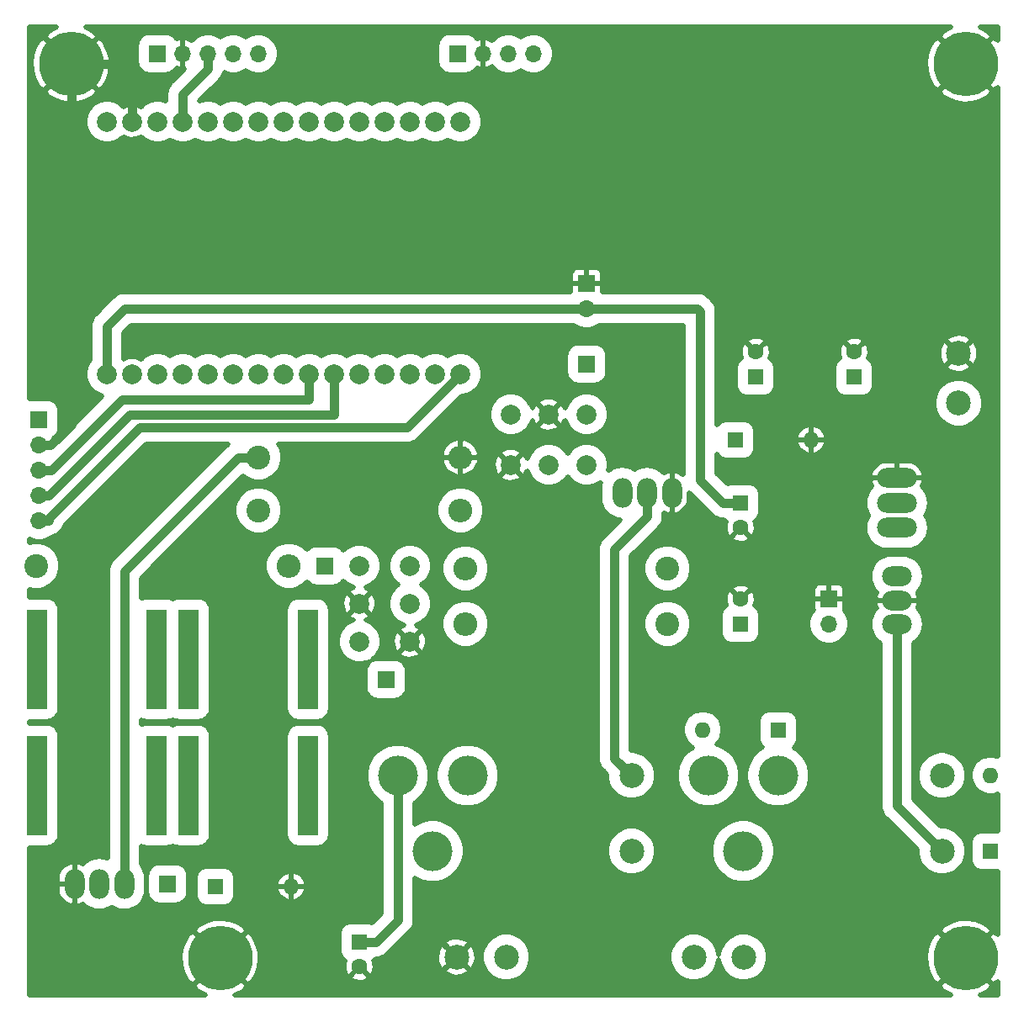
<source format=gbr>
G04 #@! TF.GenerationSoftware,KiCad,Pcbnew,(5.1.5)-3*
G04 #@! TF.CreationDate,2020-10-26T22:42:23+01:00*
G04 #@! TF.ProjectId,Fernschreiber,4665726e-7363-4687-9265-696265722e6b,v02*
G04 #@! TF.SameCoordinates,Original*
G04 #@! TF.FileFunction,Copper,L2,Bot*
G04 #@! TF.FilePolarity,Positive*
%FSLAX46Y46*%
G04 Gerber Fmt 4.6, Leading zero omitted, Abs format (unit mm)*
G04 Created by KiCad (PCBNEW (5.1.5)-3) date 2020-10-26 22:42:23*
%MOMM*%
%LPD*%
G04 APERTURE LIST*
%ADD10C,2.500000*%
%ADD11C,2.000000*%
%ADD12C,6.500000*%
%ADD13O,4.000000X2.000000*%
%ADD14O,3.000000X2.000000*%
%ADD15R,1.600000X1.600000*%
%ADD16C,1.600000*%
%ADD17O,1.600000X1.600000*%
%ADD18R,1.700000X1.700000*%
%ADD19O,1.700000X1.700000*%
%ADD20C,4.000000*%
%ADD21C,2.400000*%
%ADD22O,2.400000X2.400000*%
%ADD23R,2.000000X10.000000*%
%ADD24O,2.000000X3.000000*%
%ADD25C,0.889000*%
%ADD26C,0.500000*%
G04 APERTURE END LIST*
D10*
X140436600Y-80255000D03*
X140436600Y-75255000D03*
X113801000Y-136017000D03*
X118801000Y-136017000D03*
X94925000Y-136017000D03*
X89925000Y-136017000D03*
D11*
X90305000Y-77343000D03*
X87765000Y-77343000D03*
X85225000Y-77343000D03*
X82685000Y-77343000D03*
X80145000Y-77343000D03*
X77605000Y-77343000D03*
X75065000Y-77343000D03*
X72525000Y-77343000D03*
X69985000Y-77343000D03*
X67445000Y-77343000D03*
X64905000Y-77343000D03*
X62365000Y-77343000D03*
X59825000Y-77343000D03*
X57285000Y-77343000D03*
X54745000Y-77343000D03*
X90305000Y-51943000D03*
X87765000Y-51943000D03*
X85225000Y-51943000D03*
X82685000Y-51943000D03*
X80145000Y-51943000D03*
X77605000Y-51943000D03*
X75065000Y-51943000D03*
X72525000Y-51943000D03*
X69985000Y-51943000D03*
X67445000Y-51943000D03*
X64905000Y-51943000D03*
X62365000Y-51943000D03*
X59825000Y-51943000D03*
X57285000Y-51943000D03*
X54745000Y-51943000D03*
D12*
X66129000Y-136129000D03*
X51129000Y-46129000D03*
X141129000Y-136129000D03*
X141129000Y-46129000D03*
D13*
X134239000Y-92797000D03*
X134239000Y-90297000D03*
X134239000Y-87797000D03*
D14*
X134239000Y-102501400D03*
X134239000Y-100101400D03*
X134239000Y-97701400D03*
D15*
X118491000Y-102489000D03*
D16*
X118491000Y-99989000D03*
X129921000Y-75097000D03*
D15*
X129921000Y-77597000D03*
X80137000Y-134493000D03*
D16*
X80137000Y-136993000D03*
X118491000Y-92797000D03*
D15*
X118491000Y-90297000D03*
X120015000Y-77597000D03*
D16*
X120015000Y-75097000D03*
D15*
X143637000Y-125349000D03*
D17*
X143637000Y-117729000D03*
X125603000Y-83947000D03*
D15*
X117983000Y-83947000D03*
D17*
X73279000Y-128905000D03*
D15*
X65659000Y-128905000D03*
X122301000Y-113157000D03*
D17*
X114681000Y-113157000D03*
D18*
X102997000Y-76327000D03*
X127381000Y-99949000D03*
D19*
X127381000Y-102489000D03*
D18*
X60833000Y-128651000D03*
X76657200Y-96647000D03*
D19*
X102997000Y-70739000D03*
D18*
X102997000Y-68199000D03*
X82829400Y-108077000D03*
D19*
X47879000Y-92075000D03*
X47879000Y-89535000D03*
X47879000Y-86995000D03*
X47879000Y-84455000D03*
D18*
X47879000Y-81915000D03*
X59817000Y-45085000D03*
D19*
X62357000Y-45085000D03*
X64897000Y-45085000D03*
X67437000Y-45085000D03*
X69977000Y-45085000D03*
D18*
X90043000Y-45085000D03*
D19*
X92583000Y-45085000D03*
X95123000Y-45085000D03*
X97663000Y-45085000D03*
D20*
X91015000Y-117739000D03*
X84015000Y-117739000D03*
X87515000Y-125339000D03*
D10*
X107515000Y-125339000D03*
X107515000Y-117739000D03*
X138757000Y-117739000D03*
X138757000Y-125339000D03*
D20*
X118757000Y-125339000D03*
X115257000Y-117739000D03*
X122257000Y-117739000D03*
D21*
X69977000Y-91059000D03*
D22*
X90297000Y-91059000D03*
X90805000Y-102489000D03*
D21*
X111125000Y-102489000D03*
D22*
X90297000Y-85725000D03*
D21*
X69977000Y-85725000D03*
D11*
X59721000Y-102045000D03*
X47721000Y-102045000D03*
D23*
X59721000Y-106045000D03*
X47721000Y-106045000D03*
D11*
X59721000Y-110045000D03*
X47721000Y-110045000D03*
X62961000Y-110045000D03*
X74961000Y-110045000D03*
D23*
X62961000Y-106045000D03*
X74961000Y-106045000D03*
D11*
X62961000Y-102045000D03*
X74961000Y-102045000D03*
X62961000Y-122745000D03*
X74961000Y-122745000D03*
D23*
X62961000Y-118745000D03*
X74961000Y-118745000D03*
D11*
X62961000Y-114745000D03*
X74961000Y-114745000D03*
X59721000Y-114745000D03*
X47721000Y-114745000D03*
D23*
X59721000Y-118745000D03*
X47721000Y-118745000D03*
D11*
X59721000Y-122745000D03*
X47721000Y-122745000D03*
D21*
X47625000Y-96647000D03*
D22*
X73025000Y-96647000D03*
D21*
X111125000Y-96901000D03*
D22*
X90805000Y-96901000D03*
D11*
X102997000Y-81407000D03*
X99187000Y-81407000D03*
X95377000Y-81407000D03*
X102997000Y-86487000D03*
X99187000Y-86487000D03*
X95377000Y-86487000D03*
X85217000Y-104267000D03*
X85217000Y-100457000D03*
X85217000Y-96647000D03*
X80137000Y-104267000D03*
X80137000Y-100457000D03*
X80137000Y-96647000D03*
D24*
X51475000Y-128651000D03*
X53975000Y-128651000D03*
X56475000Y-128651000D03*
X111593000Y-89281000D03*
X109093000Y-89281000D03*
X106593000Y-89281000D03*
D25*
X49081081Y-84455000D02*
X47879000Y-84455000D01*
X51129000Y-82407081D02*
X49081081Y-84455000D01*
X51129000Y-46129000D02*
X51129000Y-82407081D01*
X57285000Y-50528787D02*
X57285000Y-51943000D01*
X57285000Y-47688806D02*
X57285000Y-50528787D01*
X55725194Y-46129000D02*
X57285000Y-47688806D01*
X51129000Y-46129000D02*
X55725194Y-46129000D01*
X114427000Y-88011000D02*
X116713000Y-90297000D01*
X102997000Y-70739000D02*
X114173000Y-70739000D01*
X116713000Y-90297000D02*
X118491000Y-90297000D01*
X114427000Y-70993000D02*
X114427000Y-88011000D01*
X114173000Y-70739000D02*
X114427000Y-70993000D01*
X54745000Y-72525000D02*
X54745000Y-77343000D01*
X54737000Y-72517000D02*
X54745000Y-72525000D01*
X102997000Y-70739000D02*
X56515000Y-70739000D01*
X56515000Y-70739000D02*
X54737000Y-72517000D01*
X134239000Y-120821000D02*
X138757000Y-125339000D01*
X134239000Y-102501400D02*
X134239000Y-120821000D01*
X109093000Y-91670000D02*
X105791000Y-94972000D01*
X109093000Y-89281000D02*
X109093000Y-91670000D01*
X105791000Y-116015000D02*
X107515000Y-117739000D01*
X105791000Y-94972000D02*
X105791000Y-116015000D01*
X81826000Y-134493000D02*
X80137000Y-134493000D01*
X84015000Y-132304000D02*
X81826000Y-134493000D01*
X84015000Y-117739000D02*
X84015000Y-132304000D01*
X69977000Y-85725000D02*
X67945000Y-85725000D01*
X67945000Y-85725000D02*
X56475000Y-97195000D01*
X56475000Y-97195000D02*
X56475000Y-128651000D01*
X47879000Y-92075000D02*
X48895000Y-92075000D01*
X48895000Y-92075000D02*
X48895000Y-91821000D01*
X48895000Y-91821000D02*
X58039000Y-82677000D01*
X84971000Y-82677000D02*
X90305000Y-77343000D01*
X58039000Y-82677000D02*
X84971000Y-82677000D01*
X77605000Y-78757213D02*
X77605000Y-77343000D01*
X48895000Y-89535000D02*
X57023000Y-81407000D01*
X57023000Y-81407000D02*
X77597000Y-81407000D01*
X47879000Y-89535000D02*
X48895000Y-89535000D01*
X77597000Y-81407000D02*
X77605000Y-78877092D01*
X77605000Y-78877092D02*
X77605000Y-78757213D01*
X56261000Y-79883000D02*
X75057000Y-79883000D01*
X75057000Y-79883000D02*
X75065000Y-77343000D01*
X47879000Y-86995000D02*
X49149000Y-86995000D01*
X49149000Y-86995000D02*
X56261000Y-79883000D01*
X64897000Y-45085000D02*
X64897000Y-46609000D01*
X62365000Y-49141000D02*
X62365000Y-51943000D01*
X64897000Y-46609000D02*
X62365000Y-49141000D01*
D26*
G36*
X49021284Y-42697177D02*
G01*
X48764996Y-42868421D01*
X48418030Y-43412373D01*
X51129000Y-46123343D01*
X53839970Y-43412373D01*
X53493004Y-42868421D01*
X52811473Y-42469878D01*
X52620885Y-42404000D01*
X139624202Y-42404000D01*
X139021284Y-42697177D01*
X138764996Y-42868421D01*
X138418030Y-43412373D01*
X141129000Y-46123343D01*
X143839970Y-43412373D01*
X143493004Y-42868421D01*
X142811473Y-42469878D01*
X142620885Y-42404000D01*
X144354000Y-42404000D01*
X144354000Y-43742302D01*
X143845627Y-43418030D01*
X141134657Y-46129000D01*
X143845627Y-48839970D01*
X144354000Y-48515698D01*
X144354001Y-115807087D01*
X144234963Y-115757780D01*
X143838907Y-115679000D01*
X143435093Y-115679000D01*
X143039037Y-115757780D01*
X142665961Y-115912314D01*
X142330201Y-116136661D01*
X142044661Y-116422201D01*
X141820314Y-116757961D01*
X141665780Y-117131037D01*
X141587000Y-117527093D01*
X141587000Y-117930907D01*
X141665780Y-118326963D01*
X141820314Y-118700039D01*
X142044661Y-119035799D01*
X142330201Y-119321339D01*
X142665961Y-119545686D01*
X143039037Y-119700220D01*
X143435093Y-119779000D01*
X143838907Y-119779000D01*
X144234963Y-119700220D01*
X144354001Y-119650913D01*
X144354001Y-123292952D01*
X142837000Y-123292952D01*
X142591957Y-123317087D01*
X142356331Y-123388563D01*
X142139177Y-123504634D01*
X141948840Y-123660840D01*
X141792634Y-123851177D01*
X141676563Y-124068331D01*
X141605087Y-124303957D01*
X141580952Y-124549000D01*
X141580952Y-126149000D01*
X141605087Y-126394043D01*
X141676563Y-126629669D01*
X141792634Y-126846823D01*
X141948840Y-127037160D01*
X142139177Y-127193366D01*
X142356331Y-127309437D01*
X142591957Y-127380913D01*
X142837000Y-127405048D01*
X144354001Y-127405048D01*
X144354001Y-133742302D01*
X143845627Y-133418030D01*
X141134657Y-136129000D01*
X143845627Y-138839970D01*
X144354001Y-138515698D01*
X144354001Y-139854000D01*
X142633798Y-139854000D01*
X143236716Y-139560823D01*
X143493004Y-139389579D01*
X143839970Y-138845627D01*
X141129000Y-136134657D01*
X138418030Y-138845627D01*
X138764996Y-139389579D01*
X139446527Y-139788122D01*
X139637115Y-139854000D01*
X67633798Y-139854000D01*
X68236716Y-139560823D01*
X68493004Y-139389579D01*
X68839970Y-138845627D01*
X66129000Y-136134657D01*
X63418030Y-138845627D01*
X63764996Y-139389579D01*
X64446527Y-139788122D01*
X64637115Y-139854000D01*
X46904000Y-139854000D01*
X46904000Y-135974883D01*
X62104558Y-135974883D01*
X62151821Y-136762974D01*
X62351923Y-137526702D01*
X62697177Y-138236716D01*
X62868421Y-138493004D01*
X63412373Y-138839970D01*
X66123343Y-136129000D01*
X66134657Y-136129000D01*
X68845627Y-138839970D01*
X69389579Y-138493004D01*
X69696103Y-137968830D01*
X79166827Y-137968830D01*
X79220039Y-138261894D01*
X79485207Y-138416402D01*
X79775423Y-138516211D01*
X80079534Y-138557483D01*
X80385854Y-138538633D01*
X80682611Y-138460385D01*
X80958399Y-138325746D01*
X81053961Y-138261894D01*
X81107173Y-137968830D01*
X80137000Y-136998657D01*
X79166827Y-137968830D01*
X69696103Y-137968830D01*
X69788122Y-137811473D01*
X70046047Y-137065285D01*
X70153442Y-136283117D01*
X70106179Y-135495026D01*
X69906077Y-134731298D01*
X69560823Y-134021284D01*
X69389579Y-133764996D01*
X69276709Y-133693000D01*
X78080952Y-133693000D01*
X78080952Y-135293000D01*
X78105087Y-135538043D01*
X78176563Y-135773669D01*
X78292634Y-135990823D01*
X78448840Y-136181160D01*
X78639177Y-136337366D01*
X78703158Y-136371564D01*
X78613789Y-136631423D01*
X78572517Y-136935534D01*
X78591367Y-137241854D01*
X78669615Y-137538611D01*
X78804254Y-137814399D01*
X78868106Y-137909961D01*
X79161170Y-137963173D01*
X80131343Y-136993000D01*
X80117201Y-136978858D01*
X80122858Y-136973201D01*
X80137000Y-136987343D01*
X80151142Y-136973201D01*
X80156799Y-136978858D01*
X80142657Y-136993000D01*
X81112830Y-137963173D01*
X81405894Y-137909961D01*
X81560402Y-137644793D01*
X81660211Y-137354577D01*
X81665911Y-137312570D01*
X88635087Y-137312570D01*
X88742254Y-137651714D01*
X89083897Y-137851046D01*
X89457863Y-137979897D01*
X89849782Y-138033314D01*
X90244590Y-138009246D01*
X90627117Y-137908617D01*
X90982662Y-137735294D01*
X91107746Y-137651714D01*
X91214913Y-137312570D01*
X89925000Y-136022657D01*
X88635087Y-137312570D01*
X81665911Y-137312570D01*
X81701483Y-137050466D01*
X81682633Y-136744146D01*
X81604385Y-136447389D01*
X81568087Y-136373037D01*
X81634823Y-136337366D01*
X81809435Y-136194065D01*
X81826000Y-136195697D01*
X81909228Y-136187500D01*
X81909235Y-136187500D01*
X82158180Y-136162981D01*
X82477594Y-136066088D01*
X82710154Y-135941782D01*
X87908686Y-135941782D01*
X87932754Y-136336590D01*
X88033383Y-136719117D01*
X88206706Y-137074662D01*
X88290286Y-137199746D01*
X88629430Y-137306913D01*
X89919343Y-136017000D01*
X89930657Y-136017000D01*
X91220570Y-137306913D01*
X91559714Y-137199746D01*
X91759046Y-136858103D01*
X91887897Y-136484137D01*
X91941314Y-136092218D01*
X91921719Y-135770772D01*
X92425000Y-135770772D01*
X92425000Y-136263228D01*
X92521074Y-136746223D01*
X92709529Y-137201194D01*
X92983124Y-137610657D01*
X93331343Y-137958876D01*
X93740806Y-138232471D01*
X94195777Y-138420926D01*
X94678772Y-138517000D01*
X95171228Y-138517000D01*
X95654223Y-138420926D01*
X96109194Y-138232471D01*
X96518657Y-137958876D01*
X96866876Y-137610657D01*
X97140471Y-137201194D01*
X97328926Y-136746223D01*
X97425000Y-136263228D01*
X97425000Y-135770772D01*
X111301000Y-135770772D01*
X111301000Y-136263228D01*
X111397074Y-136746223D01*
X111585529Y-137201194D01*
X111859124Y-137610657D01*
X112207343Y-137958876D01*
X112616806Y-138232471D01*
X113071777Y-138420926D01*
X113554772Y-138517000D01*
X114047228Y-138517000D01*
X114530223Y-138420926D01*
X114985194Y-138232471D01*
X115394657Y-137958876D01*
X115742876Y-137610657D01*
X116016471Y-137201194D01*
X116204926Y-136746223D01*
X116301000Y-136263228D01*
X116397074Y-136746223D01*
X116585529Y-137201194D01*
X116859124Y-137610657D01*
X117207343Y-137958876D01*
X117616806Y-138232471D01*
X118071777Y-138420926D01*
X118554772Y-138517000D01*
X119047228Y-138517000D01*
X119530223Y-138420926D01*
X119985194Y-138232471D01*
X120394657Y-137958876D01*
X120742876Y-137610657D01*
X121016471Y-137201194D01*
X121204926Y-136746223D01*
X121301000Y-136263228D01*
X121301000Y-135974883D01*
X137104558Y-135974883D01*
X137151821Y-136762974D01*
X137351923Y-137526702D01*
X137697177Y-138236716D01*
X137868421Y-138493004D01*
X138412373Y-138839970D01*
X141123343Y-136129000D01*
X138412373Y-133418030D01*
X137868421Y-133764996D01*
X137469878Y-134446527D01*
X137211953Y-135192715D01*
X137104558Y-135974883D01*
X121301000Y-135974883D01*
X121301000Y-135770772D01*
X121204926Y-135287777D01*
X121016471Y-134832806D01*
X120742876Y-134423343D01*
X120394657Y-134075124D01*
X119985194Y-133801529D01*
X119530223Y-133613074D01*
X119047228Y-133517000D01*
X118554772Y-133517000D01*
X118071777Y-133613074D01*
X117616806Y-133801529D01*
X117207343Y-134075124D01*
X116859124Y-134423343D01*
X116585529Y-134832806D01*
X116397074Y-135287777D01*
X116301000Y-135770772D01*
X116204926Y-135287777D01*
X116016471Y-134832806D01*
X115742876Y-134423343D01*
X115394657Y-134075124D01*
X114985194Y-133801529D01*
X114530223Y-133613074D01*
X114047228Y-133517000D01*
X113554772Y-133517000D01*
X113071777Y-133613074D01*
X112616806Y-133801529D01*
X112207343Y-134075124D01*
X111859124Y-134423343D01*
X111585529Y-134832806D01*
X111397074Y-135287777D01*
X111301000Y-135770772D01*
X97425000Y-135770772D01*
X97328926Y-135287777D01*
X97140471Y-134832806D01*
X96866876Y-134423343D01*
X96518657Y-134075124D01*
X96109194Y-133801529D01*
X95654223Y-133613074D01*
X95171228Y-133517000D01*
X94678772Y-133517000D01*
X94195777Y-133613074D01*
X93740806Y-133801529D01*
X93331343Y-134075124D01*
X92983124Y-134423343D01*
X92709529Y-134832806D01*
X92521074Y-135287777D01*
X92425000Y-135770772D01*
X91921719Y-135770772D01*
X91917246Y-135697410D01*
X91816617Y-135314883D01*
X91643294Y-134959338D01*
X91559714Y-134834254D01*
X91220570Y-134727087D01*
X89930657Y-136017000D01*
X89919343Y-136017000D01*
X88629430Y-134727087D01*
X88290286Y-134834254D01*
X88090954Y-135175897D01*
X87962103Y-135549863D01*
X87908686Y-135941782D01*
X82710154Y-135941782D01*
X82771968Y-135908742D01*
X83029989Y-135696989D01*
X83083051Y-135632333D01*
X83993954Y-134721430D01*
X88635087Y-134721430D01*
X89925000Y-136011343D01*
X91214913Y-134721430D01*
X91107746Y-134382286D01*
X90766103Y-134182954D01*
X90392137Y-134054103D01*
X90000218Y-134000686D01*
X89605410Y-134024754D01*
X89222883Y-134125383D01*
X88867338Y-134298706D01*
X88742254Y-134382286D01*
X88635087Y-134721430D01*
X83993954Y-134721430D01*
X85154338Y-133561046D01*
X85218989Y-133507989D01*
X85297459Y-133412373D01*
X138418030Y-133412373D01*
X141129000Y-136123343D01*
X143839970Y-133412373D01*
X143493004Y-132868421D01*
X142811473Y-132469878D01*
X142065285Y-132211953D01*
X141283117Y-132104558D01*
X140495026Y-132151821D01*
X139731298Y-132351923D01*
X139021284Y-132697177D01*
X138764996Y-132868421D01*
X138418030Y-133412373D01*
X85297459Y-133412373D01*
X85430742Y-133249968D01*
X85588088Y-132955594D01*
X85684981Y-132636180D01*
X85709500Y-132387235D01*
X85709500Y-132387226D01*
X85717697Y-132304001D01*
X85709500Y-132220776D01*
X85709500Y-128041345D01*
X85975548Y-128219112D01*
X86567010Y-128464104D01*
X87194903Y-128589000D01*
X87835097Y-128589000D01*
X88462990Y-128464104D01*
X89054452Y-128219112D01*
X89586754Y-127863440D01*
X90039440Y-127410754D01*
X90395112Y-126878452D01*
X90640104Y-126286990D01*
X90765000Y-125659097D01*
X90765000Y-125092772D01*
X105015000Y-125092772D01*
X105015000Y-125585228D01*
X105111074Y-126068223D01*
X105299529Y-126523194D01*
X105573124Y-126932657D01*
X105921343Y-127280876D01*
X106330806Y-127554471D01*
X106785777Y-127742926D01*
X107268772Y-127839000D01*
X107761228Y-127839000D01*
X108244223Y-127742926D01*
X108699194Y-127554471D01*
X109108657Y-127280876D01*
X109456876Y-126932657D01*
X109730471Y-126523194D01*
X109918926Y-126068223D01*
X110015000Y-125585228D01*
X110015000Y-125092772D01*
X110000307Y-125018903D01*
X115507000Y-125018903D01*
X115507000Y-125659097D01*
X115631896Y-126286990D01*
X115876888Y-126878452D01*
X116232560Y-127410754D01*
X116685246Y-127863440D01*
X117217548Y-128219112D01*
X117809010Y-128464104D01*
X118436903Y-128589000D01*
X119077097Y-128589000D01*
X119704990Y-128464104D01*
X120296452Y-128219112D01*
X120828754Y-127863440D01*
X121281440Y-127410754D01*
X121637112Y-126878452D01*
X121882104Y-126286990D01*
X122007000Y-125659097D01*
X122007000Y-125018903D01*
X121882104Y-124391010D01*
X121637112Y-123799548D01*
X121281440Y-123267246D01*
X120828754Y-122814560D01*
X120296452Y-122458888D01*
X119704990Y-122213896D01*
X119077097Y-122089000D01*
X118436903Y-122089000D01*
X117809010Y-122213896D01*
X117217548Y-122458888D01*
X116685246Y-122814560D01*
X116232560Y-123267246D01*
X115876888Y-123799548D01*
X115631896Y-124391010D01*
X115507000Y-125018903D01*
X110000307Y-125018903D01*
X109918926Y-124609777D01*
X109730471Y-124154806D01*
X109456876Y-123745343D01*
X109108657Y-123397124D01*
X108699194Y-123123529D01*
X108244223Y-122935074D01*
X107761228Y-122839000D01*
X107268772Y-122839000D01*
X106785777Y-122935074D01*
X106330806Y-123123529D01*
X105921343Y-123397124D01*
X105573124Y-123745343D01*
X105299529Y-124154806D01*
X105111074Y-124609777D01*
X105015000Y-125092772D01*
X90765000Y-125092772D01*
X90765000Y-125018903D01*
X90640104Y-124391010D01*
X90395112Y-123799548D01*
X90039440Y-123267246D01*
X89586754Y-122814560D01*
X89054452Y-122458888D01*
X88462990Y-122213896D01*
X87835097Y-122089000D01*
X87194903Y-122089000D01*
X86567010Y-122213896D01*
X85975548Y-122458888D01*
X85709500Y-122636655D01*
X85709500Y-120515512D01*
X86086754Y-120263440D01*
X86539440Y-119810754D01*
X86895112Y-119278452D01*
X87140104Y-118686990D01*
X87265000Y-118059097D01*
X87265000Y-117418903D01*
X87765000Y-117418903D01*
X87765000Y-118059097D01*
X87889896Y-118686990D01*
X88134888Y-119278452D01*
X88490560Y-119810754D01*
X88943246Y-120263440D01*
X89475548Y-120619112D01*
X90067010Y-120864104D01*
X90694903Y-120989000D01*
X91335097Y-120989000D01*
X91962990Y-120864104D01*
X92554452Y-120619112D01*
X93086754Y-120263440D01*
X93539440Y-119810754D01*
X93895112Y-119278452D01*
X94140104Y-118686990D01*
X94265000Y-118059097D01*
X94265000Y-117418903D01*
X94140104Y-116791010D01*
X93895112Y-116199548D01*
X93539440Y-115667246D01*
X93086754Y-115214560D01*
X92554452Y-114858888D01*
X91962990Y-114613896D01*
X91335097Y-114489000D01*
X90694903Y-114489000D01*
X90067010Y-114613896D01*
X89475548Y-114858888D01*
X88943246Y-115214560D01*
X88490560Y-115667246D01*
X88134888Y-116199548D01*
X87889896Y-116791010D01*
X87765000Y-117418903D01*
X87265000Y-117418903D01*
X87140104Y-116791010D01*
X86895112Y-116199548D01*
X86539440Y-115667246D01*
X86086754Y-115214560D01*
X85554452Y-114858888D01*
X84962990Y-114613896D01*
X84335097Y-114489000D01*
X83694903Y-114489000D01*
X83067010Y-114613896D01*
X82475548Y-114858888D01*
X81943246Y-115214560D01*
X81490560Y-115667246D01*
X81134888Y-116199548D01*
X80889896Y-116791010D01*
X80765000Y-117418903D01*
X80765000Y-118059097D01*
X80889896Y-118686990D01*
X81134888Y-119278452D01*
X81490560Y-119810754D01*
X81943246Y-120263440D01*
X82320500Y-120515513D01*
X82320501Y-131602114D01*
X81396480Y-132526135D01*
X81182043Y-132461087D01*
X80937000Y-132436952D01*
X79337000Y-132436952D01*
X79091957Y-132461087D01*
X78856331Y-132532563D01*
X78639177Y-132648634D01*
X78448840Y-132804840D01*
X78292634Y-132995177D01*
X78176563Y-133212331D01*
X78105087Y-133447957D01*
X78080952Y-133693000D01*
X69276709Y-133693000D01*
X68845627Y-133418030D01*
X66134657Y-136129000D01*
X66123343Y-136129000D01*
X63412373Y-133418030D01*
X62868421Y-133764996D01*
X62469878Y-134446527D01*
X62211953Y-135192715D01*
X62104558Y-135974883D01*
X46904000Y-135974883D01*
X46904000Y-133412373D01*
X63418030Y-133412373D01*
X66129000Y-136123343D01*
X68839970Y-133412373D01*
X68493004Y-132868421D01*
X67811473Y-132469878D01*
X67065285Y-132211953D01*
X66283117Y-132104558D01*
X65495026Y-132151821D01*
X64731298Y-132351923D01*
X64021284Y-132697177D01*
X63764996Y-132868421D01*
X63418030Y-133412373D01*
X46904000Y-133412373D01*
X46904000Y-128655000D01*
X49717000Y-128655000D01*
X49717000Y-129155000D01*
X49751560Y-129497892D01*
X49852351Y-129827453D01*
X50015499Y-130131018D01*
X50234735Y-130396922D01*
X50501634Y-130614946D01*
X50805939Y-130776711D01*
X51135955Y-130876001D01*
X51196038Y-130886725D01*
X51471000Y-130719495D01*
X51471000Y-128655000D01*
X49717000Y-128655000D01*
X46904000Y-128655000D01*
X46904000Y-128147000D01*
X49717000Y-128147000D01*
X49717000Y-128647000D01*
X51471000Y-128647000D01*
X51471000Y-126582505D01*
X51196038Y-126415275D01*
X51135955Y-126425999D01*
X50805939Y-126525289D01*
X50501634Y-126687054D01*
X50234735Y-126905078D01*
X50015499Y-127170982D01*
X49852351Y-127474547D01*
X49751560Y-127804108D01*
X49717000Y-128147000D01*
X46904000Y-128147000D01*
X46904000Y-125001048D01*
X48721000Y-125001048D01*
X48966043Y-124976913D01*
X49201669Y-124905437D01*
X49418823Y-124789366D01*
X49609160Y-124633160D01*
X49765366Y-124442823D01*
X49881437Y-124225669D01*
X49952913Y-123990043D01*
X49977048Y-123745000D01*
X49977048Y-113745000D01*
X49952913Y-113499957D01*
X49881437Y-113264331D01*
X49765366Y-113047177D01*
X49609160Y-112856840D01*
X49418823Y-112700634D01*
X49201669Y-112584563D01*
X48966043Y-112513087D01*
X48721000Y-112488952D01*
X46904000Y-112488952D01*
X46904000Y-112301048D01*
X48721000Y-112301048D01*
X48966043Y-112276913D01*
X49201669Y-112205437D01*
X49418823Y-112089366D01*
X49609160Y-111933160D01*
X49765366Y-111742823D01*
X49881437Y-111525669D01*
X49952913Y-111290043D01*
X49977048Y-111045000D01*
X49977048Y-101045000D01*
X49952913Y-100799957D01*
X49881437Y-100564331D01*
X49765366Y-100347177D01*
X49609160Y-100156840D01*
X49418823Y-100000634D01*
X49201669Y-99884563D01*
X48966043Y-99813087D01*
X48721000Y-99788952D01*
X46904000Y-99788952D01*
X46904000Y-99000213D01*
X46910361Y-99002848D01*
X47383696Y-99097000D01*
X47866304Y-99097000D01*
X48339639Y-99002848D01*
X48785510Y-98818162D01*
X49186784Y-98550040D01*
X49528040Y-98208784D01*
X49796162Y-97807510D01*
X49980848Y-97361639D01*
X50075000Y-96888304D01*
X50075000Y-96405696D01*
X49980848Y-95932361D01*
X49796162Y-95486490D01*
X49528040Y-95085216D01*
X49186784Y-94743960D01*
X48785510Y-94475838D01*
X48339639Y-94291152D01*
X47866304Y-94197000D01*
X47383696Y-94197000D01*
X46910361Y-94291152D01*
X46904000Y-94293787D01*
X46904000Y-93944166D01*
X47266453Y-94094298D01*
X47672168Y-94175000D01*
X48085832Y-94175000D01*
X48491547Y-94094298D01*
X48873723Y-93935996D01*
X49147913Y-93752788D01*
X49227180Y-93744981D01*
X49546594Y-93648088D01*
X49840968Y-93490742D01*
X50098989Y-93278989D01*
X50310742Y-93020968D01*
X50468088Y-92726594D01*
X50503923Y-92608461D01*
X58740885Y-84371500D01*
X66923190Y-84371500D01*
X66741011Y-84521011D01*
X66687954Y-84585661D01*
X55335667Y-95937949D01*
X55271011Y-95991011D01*
X55059258Y-96249033D01*
X54901912Y-96543407D01*
X54862086Y-96674697D01*
X54813096Y-96836196D01*
X54805019Y-96862821D01*
X54780500Y-97111766D01*
X54780500Y-97111772D01*
X54772303Y-97195000D01*
X54780500Y-97278228D01*
X54780501Y-126044104D01*
X54416076Y-125933556D01*
X53975000Y-125890114D01*
X53533923Y-125933556D01*
X53109796Y-126062214D01*
X52718919Y-126271142D01*
X52376312Y-126552312D01*
X52321207Y-126619458D01*
X52144061Y-126525289D01*
X51814045Y-126425999D01*
X51753962Y-126415275D01*
X51479000Y-126582505D01*
X51479000Y-128647000D01*
X51499000Y-128647000D01*
X51499000Y-128655000D01*
X51479000Y-128655000D01*
X51479000Y-130719495D01*
X51753962Y-130886725D01*
X51814045Y-130876001D01*
X52144061Y-130776711D01*
X52321208Y-130682542D01*
X52376313Y-130749688D01*
X52718920Y-131030858D01*
X53109797Y-131239786D01*
X53533924Y-131368444D01*
X53975000Y-131411886D01*
X54416077Y-131368444D01*
X54840204Y-131239786D01*
X55225001Y-131034108D01*
X55609797Y-131239786D01*
X56033924Y-131368444D01*
X56475000Y-131411886D01*
X56916077Y-131368444D01*
X57340204Y-131239786D01*
X57731081Y-131030858D01*
X58073688Y-130749688D01*
X58354858Y-130407081D01*
X58563786Y-130016203D01*
X58692444Y-129592076D01*
X58725000Y-129261527D01*
X58725000Y-128040472D01*
X58701415Y-127801000D01*
X58726952Y-127801000D01*
X58726952Y-129501000D01*
X58751087Y-129746043D01*
X58822563Y-129981669D01*
X58938634Y-130198823D01*
X59094840Y-130389160D01*
X59285177Y-130545366D01*
X59502331Y-130661437D01*
X59737957Y-130732913D01*
X59983000Y-130757048D01*
X61683000Y-130757048D01*
X61928043Y-130732913D01*
X62163669Y-130661437D01*
X62380823Y-130545366D01*
X62571160Y-130389160D01*
X62727366Y-130198823D01*
X62843437Y-129981669D01*
X62914913Y-129746043D01*
X62939048Y-129501000D01*
X62939048Y-128105000D01*
X63602952Y-128105000D01*
X63602952Y-129705000D01*
X63627087Y-129950043D01*
X63698563Y-130185669D01*
X63814634Y-130402823D01*
X63970840Y-130593160D01*
X64161177Y-130749366D01*
X64378331Y-130865437D01*
X64613957Y-130936913D01*
X64859000Y-130961048D01*
X66459000Y-130961048D01*
X66704043Y-130936913D01*
X66939669Y-130865437D01*
X67156823Y-130749366D01*
X67347160Y-130593160D01*
X67503366Y-130402823D01*
X67619437Y-130185669D01*
X67690913Y-129950043D01*
X67715048Y-129705000D01*
X67715048Y-129152675D01*
X71740812Y-129152675D01*
X71763118Y-129264817D01*
X71862442Y-129553637D01*
X72016204Y-129817530D01*
X72218494Y-130046355D01*
X72461539Y-130231319D01*
X72735998Y-130365313D01*
X73031325Y-130443188D01*
X73275000Y-130273495D01*
X73275000Y-128909000D01*
X73283000Y-128909000D01*
X73283000Y-130273495D01*
X73526675Y-130443188D01*
X73822002Y-130365313D01*
X74096461Y-130231319D01*
X74339506Y-130046355D01*
X74541796Y-129817530D01*
X74695558Y-129553637D01*
X74794882Y-129264817D01*
X74817188Y-129152675D01*
X74647494Y-128909000D01*
X73283000Y-128909000D01*
X73275000Y-128909000D01*
X71910506Y-128909000D01*
X71740812Y-129152675D01*
X67715048Y-129152675D01*
X67715048Y-128657325D01*
X71740812Y-128657325D01*
X71910506Y-128901000D01*
X73275000Y-128901000D01*
X73275000Y-127536505D01*
X73283000Y-127536505D01*
X73283000Y-128901000D01*
X74647494Y-128901000D01*
X74817188Y-128657325D01*
X74794882Y-128545183D01*
X74695558Y-128256363D01*
X74541796Y-127992470D01*
X74339506Y-127763645D01*
X74096461Y-127578681D01*
X73822002Y-127444687D01*
X73526675Y-127366812D01*
X73283000Y-127536505D01*
X73275000Y-127536505D01*
X73031325Y-127366812D01*
X72735998Y-127444687D01*
X72461539Y-127578681D01*
X72218494Y-127763645D01*
X72016204Y-127992470D01*
X71862442Y-128256363D01*
X71763118Y-128545183D01*
X71740812Y-128657325D01*
X67715048Y-128657325D01*
X67715048Y-128105000D01*
X67690913Y-127859957D01*
X67619437Y-127624331D01*
X67503366Y-127407177D01*
X67347160Y-127216840D01*
X67156823Y-127060634D01*
X66939669Y-126944563D01*
X66704043Y-126873087D01*
X66459000Y-126848952D01*
X64859000Y-126848952D01*
X64613957Y-126873087D01*
X64378331Y-126944563D01*
X64161177Y-127060634D01*
X63970840Y-127216840D01*
X63814634Y-127407177D01*
X63698563Y-127624331D01*
X63627087Y-127859957D01*
X63602952Y-128105000D01*
X62939048Y-128105000D01*
X62939048Y-127801000D01*
X62914913Y-127555957D01*
X62843437Y-127320331D01*
X62727366Y-127103177D01*
X62571160Y-126912840D01*
X62380823Y-126756634D01*
X62163669Y-126640563D01*
X61928043Y-126569087D01*
X61683000Y-126544952D01*
X59983000Y-126544952D01*
X59737957Y-126569087D01*
X59502331Y-126640563D01*
X59285177Y-126756634D01*
X59094840Y-126912840D01*
X58938634Y-127103177D01*
X58822563Y-127320331D01*
X58751087Y-127555957D01*
X58726952Y-127801000D01*
X58701415Y-127801000D01*
X58692444Y-127709923D01*
X58563786Y-127285796D01*
X58354858Y-126894919D01*
X58169500Y-126669059D01*
X58169500Y-124867577D01*
X58240331Y-124905437D01*
X58475957Y-124976913D01*
X58721000Y-125001048D01*
X60721000Y-125001048D01*
X60966043Y-124976913D01*
X61201669Y-124905437D01*
X61341000Y-124830963D01*
X61480331Y-124905437D01*
X61715957Y-124976913D01*
X61961000Y-125001048D01*
X63961000Y-125001048D01*
X64206043Y-124976913D01*
X64441669Y-124905437D01*
X64658823Y-124789366D01*
X64849160Y-124633160D01*
X65005366Y-124442823D01*
X65121437Y-124225669D01*
X65192913Y-123990043D01*
X65217048Y-123745000D01*
X65217048Y-113745000D01*
X72704952Y-113745000D01*
X72704952Y-123745000D01*
X72729087Y-123990043D01*
X72800563Y-124225669D01*
X72916634Y-124442823D01*
X73072840Y-124633160D01*
X73263177Y-124789366D01*
X73480331Y-124905437D01*
X73715957Y-124976913D01*
X73961000Y-125001048D01*
X75961000Y-125001048D01*
X76206043Y-124976913D01*
X76441669Y-124905437D01*
X76658823Y-124789366D01*
X76849160Y-124633160D01*
X77005366Y-124442823D01*
X77121437Y-124225669D01*
X77192913Y-123990043D01*
X77217048Y-123745000D01*
X77217048Y-113745000D01*
X77192913Y-113499957D01*
X77121437Y-113264331D01*
X77005366Y-113047177D01*
X76849160Y-112856840D01*
X76658823Y-112700634D01*
X76441669Y-112584563D01*
X76206043Y-112513087D01*
X75961000Y-112488952D01*
X73961000Y-112488952D01*
X73715957Y-112513087D01*
X73480331Y-112584563D01*
X73263177Y-112700634D01*
X73072840Y-112856840D01*
X72916634Y-113047177D01*
X72800563Y-113264331D01*
X72729087Y-113499957D01*
X72704952Y-113745000D01*
X65217048Y-113745000D01*
X65192913Y-113499957D01*
X65121437Y-113264331D01*
X65005366Y-113047177D01*
X64849160Y-112856840D01*
X64658823Y-112700634D01*
X64441669Y-112584563D01*
X64206043Y-112513087D01*
X63961000Y-112488952D01*
X61961000Y-112488952D01*
X61715957Y-112513087D01*
X61480331Y-112584563D01*
X61341000Y-112659037D01*
X61201669Y-112584563D01*
X60966043Y-112513087D01*
X60721000Y-112488952D01*
X58721000Y-112488952D01*
X58475957Y-112513087D01*
X58240331Y-112584563D01*
X58169500Y-112622423D01*
X58169500Y-112167577D01*
X58240331Y-112205437D01*
X58475957Y-112276913D01*
X58721000Y-112301048D01*
X60721000Y-112301048D01*
X60966043Y-112276913D01*
X61201669Y-112205437D01*
X61341000Y-112130963D01*
X61480331Y-112205437D01*
X61715957Y-112276913D01*
X61961000Y-112301048D01*
X63961000Y-112301048D01*
X64206043Y-112276913D01*
X64441669Y-112205437D01*
X64658823Y-112089366D01*
X64849160Y-111933160D01*
X65005366Y-111742823D01*
X65121437Y-111525669D01*
X65192913Y-111290043D01*
X65217048Y-111045000D01*
X65217048Y-101045000D01*
X72704952Y-101045000D01*
X72704952Y-111045000D01*
X72729087Y-111290043D01*
X72800563Y-111525669D01*
X72916634Y-111742823D01*
X73072840Y-111933160D01*
X73263177Y-112089366D01*
X73480331Y-112205437D01*
X73715957Y-112276913D01*
X73961000Y-112301048D01*
X75961000Y-112301048D01*
X76206043Y-112276913D01*
X76441669Y-112205437D01*
X76658823Y-112089366D01*
X76849160Y-111933160D01*
X77005366Y-111742823D01*
X77121437Y-111525669D01*
X77192913Y-111290043D01*
X77217048Y-111045000D01*
X77217048Y-104045394D01*
X77887000Y-104045394D01*
X77887000Y-104488606D01*
X77973466Y-104923301D01*
X78143076Y-105332775D01*
X78389311Y-105701292D01*
X78702708Y-106014689D01*
X79071225Y-106260924D01*
X79480699Y-106430534D01*
X79915394Y-106517000D01*
X80358606Y-106517000D01*
X80793301Y-106430534D01*
X81169270Y-106274802D01*
X81091240Y-106338840D01*
X80935034Y-106529177D01*
X80818963Y-106746331D01*
X80747487Y-106981957D01*
X80723352Y-107227000D01*
X80723352Y-108927000D01*
X80747487Y-109172043D01*
X80818963Y-109407669D01*
X80935034Y-109624823D01*
X81091240Y-109815160D01*
X81281577Y-109971366D01*
X81498731Y-110087437D01*
X81734357Y-110158913D01*
X81979400Y-110183048D01*
X83679400Y-110183048D01*
X83924443Y-110158913D01*
X84160069Y-110087437D01*
X84377223Y-109971366D01*
X84567560Y-109815160D01*
X84723766Y-109624823D01*
X84839837Y-109407669D01*
X84911313Y-109172043D01*
X84935448Y-108927000D01*
X84935448Y-107227000D01*
X84911313Y-106981957D01*
X84839837Y-106746331D01*
X84723766Y-106529177D01*
X84567560Y-106338840D01*
X84377223Y-106182634D01*
X84160069Y-106066563D01*
X83924443Y-105995087D01*
X83679400Y-105970952D01*
X81979400Y-105970952D01*
X81734357Y-105995087D01*
X81498731Y-106066563D01*
X81473367Y-106080120D01*
X81571292Y-106014689D01*
X81884689Y-105701292D01*
X82096070Y-105384937D01*
X84104720Y-105384937D01*
X84181912Y-105698480D01*
X84481069Y-105872911D01*
X84808508Y-105985627D01*
X85151645Y-106032296D01*
X85497293Y-106011127D01*
X85832169Y-105922932D01*
X86143405Y-105771100D01*
X86252088Y-105698480D01*
X86329280Y-105384937D01*
X85217000Y-104272657D01*
X84104720Y-105384937D01*
X82096070Y-105384937D01*
X82130924Y-105332775D01*
X82300534Y-104923301D01*
X82387000Y-104488606D01*
X82387000Y-104201645D01*
X83451704Y-104201645D01*
X83472873Y-104547293D01*
X83561068Y-104882169D01*
X83712900Y-105193405D01*
X83785520Y-105302088D01*
X84099063Y-105379280D01*
X85211343Y-104267000D01*
X85222657Y-104267000D01*
X86334937Y-105379280D01*
X86648480Y-105302088D01*
X86822911Y-105002931D01*
X86935627Y-104675492D01*
X86982296Y-104332355D01*
X86961127Y-103986707D01*
X86872932Y-103651831D01*
X86721100Y-103340595D01*
X86648480Y-103231912D01*
X86334937Y-103154720D01*
X85222657Y-104267000D01*
X85211343Y-104267000D01*
X84099063Y-103154720D01*
X83785520Y-103231912D01*
X83611089Y-103531069D01*
X83498373Y-103858508D01*
X83451704Y-104201645D01*
X82387000Y-104201645D01*
X82387000Y-104045394D01*
X82300534Y-103610699D01*
X82130924Y-103201225D01*
X81884689Y-102832708D01*
X81571292Y-102519311D01*
X81202775Y-102273076D01*
X80793301Y-102103466D01*
X80777866Y-102100396D01*
X81063405Y-101961100D01*
X81172088Y-101888480D01*
X81249280Y-101574937D01*
X80137000Y-100462657D01*
X79024720Y-101574937D01*
X79101912Y-101888480D01*
X79401069Y-102062911D01*
X79504898Y-102098653D01*
X79480699Y-102103466D01*
X79071225Y-102273076D01*
X78702708Y-102519311D01*
X78389311Y-102832708D01*
X78143076Y-103201225D01*
X77973466Y-103610699D01*
X77887000Y-104045394D01*
X77217048Y-104045394D01*
X77217048Y-101045000D01*
X77192913Y-100799957D01*
X77121437Y-100564331D01*
X77029135Y-100391645D01*
X78371704Y-100391645D01*
X78392873Y-100737293D01*
X78481068Y-101072169D01*
X78632900Y-101383405D01*
X78705520Y-101492088D01*
X79019063Y-101569280D01*
X80131343Y-100457000D01*
X80142657Y-100457000D01*
X81254937Y-101569280D01*
X81568480Y-101492088D01*
X81742911Y-101192931D01*
X81855627Y-100865492D01*
X81902296Y-100522355D01*
X81881127Y-100176707D01*
X81792932Y-99841831D01*
X81641100Y-99530595D01*
X81568480Y-99421912D01*
X81254937Y-99344720D01*
X80142657Y-100457000D01*
X80131343Y-100457000D01*
X79019063Y-99344720D01*
X78705520Y-99421912D01*
X78531089Y-99721069D01*
X78418373Y-100048508D01*
X78371704Y-100391645D01*
X77029135Y-100391645D01*
X77005366Y-100347177D01*
X76849160Y-100156840D01*
X76658823Y-100000634D01*
X76441669Y-99884563D01*
X76206043Y-99813087D01*
X75961000Y-99788952D01*
X73961000Y-99788952D01*
X73715957Y-99813087D01*
X73480331Y-99884563D01*
X73263177Y-100000634D01*
X73072840Y-100156840D01*
X72916634Y-100347177D01*
X72800563Y-100564331D01*
X72729087Y-100799957D01*
X72704952Y-101045000D01*
X65217048Y-101045000D01*
X65192913Y-100799957D01*
X65121437Y-100564331D01*
X65005366Y-100347177D01*
X64849160Y-100156840D01*
X64658823Y-100000634D01*
X64441669Y-99884563D01*
X64206043Y-99813087D01*
X63961000Y-99788952D01*
X61961000Y-99788952D01*
X61715957Y-99813087D01*
X61480331Y-99884563D01*
X61341000Y-99959037D01*
X61201669Y-99884563D01*
X60966043Y-99813087D01*
X60721000Y-99788952D01*
X58721000Y-99788952D01*
X58475957Y-99813087D01*
X58240331Y-99884563D01*
X58169500Y-99922423D01*
X58169500Y-97896884D01*
X59660688Y-96405696D01*
X70575000Y-96405696D01*
X70575000Y-96888304D01*
X70669152Y-97361639D01*
X70853838Y-97807510D01*
X71121960Y-98208784D01*
X71463216Y-98550040D01*
X71864490Y-98818162D01*
X72310361Y-99002848D01*
X72783696Y-99097000D01*
X73266304Y-99097000D01*
X73739639Y-99002848D01*
X74185510Y-98818162D01*
X74586784Y-98550040D01*
X74843594Y-98293230D01*
X74919040Y-98385160D01*
X75109377Y-98541366D01*
X75326531Y-98657437D01*
X75562157Y-98728913D01*
X75807200Y-98753048D01*
X77507200Y-98753048D01*
X77752243Y-98728913D01*
X77987869Y-98657437D01*
X78205023Y-98541366D01*
X78395360Y-98385160D01*
X78529603Y-98221584D01*
X78702708Y-98394689D01*
X79071225Y-98640924D01*
X79480699Y-98810534D01*
X79496134Y-98813604D01*
X79210595Y-98952900D01*
X79101912Y-99025520D01*
X79024720Y-99339063D01*
X80137000Y-100451343D01*
X81249280Y-99339063D01*
X81172088Y-99025520D01*
X80872931Y-98851089D01*
X80769102Y-98815347D01*
X80793301Y-98810534D01*
X81202775Y-98640924D01*
X81571292Y-98394689D01*
X81884689Y-98081292D01*
X82130924Y-97712775D01*
X82300534Y-97303301D01*
X82387000Y-96868606D01*
X82387000Y-96425394D01*
X82967000Y-96425394D01*
X82967000Y-96868606D01*
X83053466Y-97303301D01*
X83223076Y-97712775D01*
X83469311Y-98081292D01*
X83782708Y-98394689D01*
X84018141Y-98552000D01*
X83782708Y-98709311D01*
X83469311Y-99022708D01*
X83223076Y-99391225D01*
X83053466Y-99800699D01*
X82967000Y-100235394D01*
X82967000Y-100678606D01*
X83053466Y-101113301D01*
X83223076Y-101522775D01*
X83469311Y-101891292D01*
X83782708Y-102204689D01*
X84151225Y-102450924D01*
X84560699Y-102620534D01*
X84576134Y-102623604D01*
X84290595Y-102762900D01*
X84181912Y-102835520D01*
X84104720Y-103149063D01*
X85217000Y-104261343D01*
X86329280Y-103149063D01*
X86252088Y-102835520D01*
X85952931Y-102661089D01*
X85849102Y-102625347D01*
X85873301Y-102620534D01*
X86282775Y-102450924D01*
X86586927Y-102247696D01*
X88355000Y-102247696D01*
X88355000Y-102730304D01*
X88449152Y-103203639D01*
X88633838Y-103649510D01*
X88901960Y-104050784D01*
X89243216Y-104392040D01*
X89644490Y-104660162D01*
X90090361Y-104844848D01*
X90563696Y-104939000D01*
X91046304Y-104939000D01*
X91519639Y-104844848D01*
X91965510Y-104660162D01*
X92366784Y-104392040D01*
X92708040Y-104050784D01*
X92976162Y-103649510D01*
X93160848Y-103203639D01*
X93255000Y-102730304D01*
X93255000Y-102247696D01*
X93160848Y-101774361D01*
X92976162Y-101328490D01*
X92708040Y-100927216D01*
X92366784Y-100585960D01*
X91965510Y-100317838D01*
X91519639Y-100133152D01*
X91046304Y-100039000D01*
X90563696Y-100039000D01*
X90090361Y-100133152D01*
X89644490Y-100317838D01*
X89243216Y-100585960D01*
X88901960Y-100927216D01*
X88633838Y-101328490D01*
X88449152Y-101774361D01*
X88355000Y-102247696D01*
X86586927Y-102247696D01*
X86651292Y-102204689D01*
X86964689Y-101891292D01*
X87210924Y-101522775D01*
X87380534Y-101113301D01*
X87467000Y-100678606D01*
X87467000Y-100235394D01*
X87380534Y-99800699D01*
X87210924Y-99391225D01*
X86964689Y-99022708D01*
X86651292Y-98709311D01*
X86415859Y-98552000D01*
X86651292Y-98394689D01*
X86964689Y-98081292D01*
X87210924Y-97712775D01*
X87380534Y-97303301D01*
X87467000Y-96868606D01*
X87467000Y-96659696D01*
X88355000Y-96659696D01*
X88355000Y-97142304D01*
X88449152Y-97615639D01*
X88633838Y-98061510D01*
X88901960Y-98462784D01*
X89243216Y-98804040D01*
X89644490Y-99072162D01*
X90090361Y-99256848D01*
X90563696Y-99351000D01*
X91046304Y-99351000D01*
X91519639Y-99256848D01*
X91965510Y-99072162D01*
X92366784Y-98804040D01*
X92708040Y-98462784D01*
X92976162Y-98061510D01*
X93160848Y-97615639D01*
X93255000Y-97142304D01*
X93255000Y-96659696D01*
X93160848Y-96186361D01*
X92976162Y-95740490D01*
X92708040Y-95339216D01*
X92366784Y-94997960D01*
X91965510Y-94729838D01*
X91519639Y-94545152D01*
X91046304Y-94451000D01*
X90563696Y-94451000D01*
X90090361Y-94545152D01*
X89644490Y-94729838D01*
X89243216Y-94997960D01*
X88901960Y-95339216D01*
X88633838Y-95740490D01*
X88449152Y-96186361D01*
X88355000Y-96659696D01*
X87467000Y-96659696D01*
X87467000Y-96425394D01*
X87380534Y-95990699D01*
X87210924Y-95581225D01*
X86964689Y-95212708D01*
X86651292Y-94899311D01*
X86282775Y-94653076D01*
X85873301Y-94483466D01*
X85438606Y-94397000D01*
X84995394Y-94397000D01*
X84560699Y-94483466D01*
X84151225Y-94653076D01*
X83782708Y-94899311D01*
X83469311Y-95212708D01*
X83223076Y-95581225D01*
X83053466Y-95990699D01*
X82967000Y-96425394D01*
X82387000Y-96425394D01*
X82300534Y-95990699D01*
X82130924Y-95581225D01*
X81884689Y-95212708D01*
X81571292Y-94899311D01*
X81202775Y-94653076D01*
X80793301Y-94483466D01*
X80358606Y-94397000D01*
X79915394Y-94397000D01*
X79480699Y-94483466D01*
X79071225Y-94653076D01*
X78702708Y-94899311D01*
X78529603Y-95072416D01*
X78395360Y-94908840D01*
X78205023Y-94752634D01*
X77987869Y-94636563D01*
X77752243Y-94565087D01*
X77507200Y-94540952D01*
X75807200Y-94540952D01*
X75562157Y-94565087D01*
X75326531Y-94636563D01*
X75109377Y-94752634D01*
X74919040Y-94908840D01*
X74843594Y-95000770D01*
X74586784Y-94743960D01*
X74185510Y-94475838D01*
X73739639Y-94291152D01*
X73266304Y-94197000D01*
X72783696Y-94197000D01*
X72310361Y-94291152D01*
X71864490Y-94475838D01*
X71463216Y-94743960D01*
X71121960Y-95085216D01*
X70853838Y-95486490D01*
X70669152Y-95932361D01*
X70575000Y-96405696D01*
X59660688Y-96405696D01*
X65248688Y-90817696D01*
X67527000Y-90817696D01*
X67527000Y-91300304D01*
X67621152Y-91773639D01*
X67805838Y-92219510D01*
X68073960Y-92620784D01*
X68415216Y-92962040D01*
X68816490Y-93230162D01*
X69262361Y-93414848D01*
X69735696Y-93509000D01*
X70218304Y-93509000D01*
X70691639Y-93414848D01*
X71137510Y-93230162D01*
X71538784Y-92962040D01*
X71880040Y-92620784D01*
X72148162Y-92219510D01*
X72332848Y-91773639D01*
X72427000Y-91300304D01*
X72427000Y-90817696D01*
X87847000Y-90817696D01*
X87847000Y-91300304D01*
X87941152Y-91773639D01*
X88125838Y-92219510D01*
X88393960Y-92620784D01*
X88735216Y-92962040D01*
X89136490Y-93230162D01*
X89582361Y-93414848D01*
X90055696Y-93509000D01*
X90538304Y-93509000D01*
X91011639Y-93414848D01*
X91457510Y-93230162D01*
X91858784Y-92962040D01*
X92200040Y-92620784D01*
X92468162Y-92219510D01*
X92652848Y-91773639D01*
X92747000Y-91300304D01*
X92747000Y-90817696D01*
X92652848Y-90344361D01*
X92468162Y-89898490D01*
X92200040Y-89497216D01*
X91858784Y-89155960D01*
X91457510Y-88887838D01*
X91011639Y-88703152D01*
X90538304Y-88609000D01*
X90055696Y-88609000D01*
X89582361Y-88703152D01*
X89136490Y-88887838D01*
X88735216Y-89155960D01*
X88393960Y-89497216D01*
X88125838Y-89898490D01*
X87941152Y-90344361D01*
X87847000Y-90817696D01*
X72427000Y-90817696D01*
X72332848Y-90344361D01*
X72148162Y-89898490D01*
X71880040Y-89497216D01*
X71538784Y-89155960D01*
X71137510Y-88887838D01*
X70691639Y-88703152D01*
X70218304Y-88609000D01*
X69735696Y-88609000D01*
X69262361Y-88703152D01*
X68816490Y-88887838D01*
X68415216Y-89155960D01*
X68073960Y-89497216D01*
X67805838Y-89898490D01*
X67621152Y-90344361D01*
X67527000Y-90817696D01*
X65248688Y-90817696D01*
X68429081Y-87637304D01*
X68816490Y-87896162D01*
X69262361Y-88080848D01*
X69735696Y-88175000D01*
X70218304Y-88175000D01*
X70691639Y-88080848D01*
X71137510Y-87896162D01*
X71538784Y-87628040D01*
X71880040Y-87286784D01*
X72148162Y-86885510D01*
X72332848Y-86439639D01*
X72413286Y-86035249D01*
X88363736Y-86035249D01*
X88392169Y-86178195D01*
X88517184Y-86541101D01*
X88710596Y-86872645D01*
X88964973Y-87160085D01*
X89270539Y-87392376D01*
X89615551Y-87560590D01*
X89986751Y-87658264D01*
X90293000Y-87493496D01*
X90293000Y-85729000D01*
X90301000Y-85729000D01*
X90301000Y-87493496D01*
X90607249Y-87658264D01*
X90809912Y-87604937D01*
X94264720Y-87604937D01*
X94341912Y-87918480D01*
X94641069Y-88092911D01*
X94968508Y-88205627D01*
X95311645Y-88252296D01*
X95657293Y-88231127D01*
X95992169Y-88142932D01*
X96303405Y-87991100D01*
X96412088Y-87918480D01*
X96489280Y-87604937D01*
X95377000Y-86492657D01*
X94264720Y-87604937D01*
X90809912Y-87604937D01*
X90978449Y-87560590D01*
X91323461Y-87392376D01*
X91629027Y-87160085D01*
X91883404Y-86872645D01*
X92076816Y-86541101D01*
X92117966Y-86421645D01*
X93611704Y-86421645D01*
X93632873Y-86767293D01*
X93721068Y-87102169D01*
X93872900Y-87413405D01*
X93945520Y-87522088D01*
X94259063Y-87599280D01*
X95371343Y-86487000D01*
X95382657Y-86487000D01*
X96494937Y-87599280D01*
X96808480Y-87522088D01*
X96982911Y-87222931D01*
X97018653Y-87119102D01*
X97023466Y-87143301D01*
X97193076Y-87552775D01*
X97439311Y-87921292D01*
X97752708Y-88234689D01*
X98121225Y-88480924D01*
X98530699Y-88650534D01*
X98965394Y-88737000D01*
X99408606Y-88737000D01*
X99843301Y-88650534D01*
X100252775Y-88480924D01*
X100621292Y-88234689D01*
X100934689Y-87921292D01*
X101092000Y-87685859D01*
X101249311Y-87921292D01*
X101562708Y-88234689D01*
X101931225Y-88480924D01*
X102340699Y-88650534D01*
X102775394Y-88737000D01*
X103218606Y-88737000D01*
X103653301Y-88650534D01*
X104062775Y-88480924D01*
X104401425Y-88254646D01*
X104375556Y-88339923D01*
X104343000Y-88670472D01*
X104343000Y-89891527D01*
X104375556Y-90222076D01*
X104504214Y-90646203D01*
X104713142Y-91037081D01*
X104994312Y-91379688D01*
X105336919Y-91660858D01*
X105727796Y-91869786D01*
X106151923Y-91998444D01*
X106348783Y-92017833D01*
X104651667Y-93714949D01*
X104587011Y-93768011D01*
X104375258Y-94026033D01*
X104217912Y-94320407D01*
X104121019Y-94639821D01*
X104096500Y-94888766D01*
X104096500Y-94888772D01*
X104088303Y-94972000D01*
X104096500Y-95055228D01*
X104096501Y-115931762D01*
X104088303Y-116015000D01*
X104121019Y-116347180D01*
X104197610Y-116599663D01*
X104217913Y-116666594D01*
X104375259Y-116960968D01*
X104587012Y-117218989D01*
X104651662Y-117272046D01*
X105015000Y-117635384D01*
X105015000Y-117985228D01*
X105111074Y-118468223D01*
X105299529Y-118923194D01*
X105573124Y-119332657D01*
X105921343Y-119680876D01*
X106330806Y-119954471D01*
X106785777Y-120142926D01*
X107268772Y-120239000D01*
X107761228Y-120239000D01*
X108244223Y-120142926D01*
X108699194Y-119954471D01*
X109108657Y-119680876D01*
X109456876Y-119332657D01*
X109730471Y-118923194D01*
X109918926Y-118468223D01*
X110015000Y-117985228D01*
X110015000Y-117492772D01*
X110000307Y-117418903D01*
X112007000Y-117418903D01*
X112007000Y-118059097D01*
X112131896Y-118686990D01*
X112376888Y-119278452D01*
X112732560Y-119810754D01*
X113185246Y-120263440D01*
X113717548Y-120619112D01*
X114309010Y-120864104D01*
X114936903Y-120989000D01*
X115577097Y-120989000D01*
X116204990Y-120864104D01*
X116796452Y-120619112D01*
X117328754Y-120263440D01*
X117781440Y-119810754D01*
X118137112Y-119278452D01*
X118382104Y-118686990D01*
X118507000Y-118059097D01*
X118507000Y-117418903D01*
X119007000Y-117418903D01*
X119007000Y-118059097D01*
X119131896Y-118686990D01*
X119376888Y-119278452D01*
X119732560Y-119810754D01*
X120185246Y-120263440D01*
X120717548Y-120619112D01*
X121309010Y-120864104D01*
X121936903Y-120989000D01*
X122577097Y-120989000D01*
X123204990Y-120864104D01*
X123796452Y-120619112D01*
X124328754Y-120263440D01*
X124781440Y-119810754D01*
X125137112Y-119278452D01*
X125382104Y-118686990D01*
X125507000Y-118059097D01*
X125507000Y-117418903D01*
X125382104Y-116791010D01*
X125137112Y-116199548D01*
X124781440Y-115667246D01*
X124328754Y-115214560D01*
X123893455Y-114923703D01*
X123989160Y-114845160D01*
X124145366Y-114654823D01*
X124261437Y-114437669D01*
X124332913Y-114202043D01*
X124357048Y-113957000D01*
X124357048Y-112357000D01*
X124332913Y-112111957D01*
X124261437Y-111876331D01*
X124145366Y-111659177D01*
X123989160Y-111468840D01*
X123798823Y-111312634D01*
X123581669Y-111196563D01*
X123346043Y-111125087D01*
X123101000Y-111100952D01*
X121501000Y-111100952D01*
X121255957Y-111125087D01*
X121020331Y-111196563D01*
X120803177Y-111312634D01*
X120612840Y-111468840D01*
X120456634Y-111659177D01*
X120340563Y-111876331D01*
X120269087Y-112111957D01*
X120244952Y-112357000D01*
X120244952Y-113957000D01*
X120269087Y-114202043D01*
X120340563Y-114437669D01*
X120456634Y-114654823D01*
X120612840Y-114845160D01*
X120669052Y-114891292D01*
X120185246Y-115214560D01*
X119732560Y-115667246D01*
X119376888Y-116199548D01*
X119131896Y-116791010D01*
X119007000Y-117418903D01*
X118507000Y-117418903D01*
X118382104Y-116791010D01*
X118137112Y-116199548D01*
X117781440Y-115667246D01*
X117328754Y-115214560D01*
X116796452Y-114858888D01*
X116204990Y-114613896D01*
X116136805Y-114600333D01*
X116273339Y-114463799D01*
X116497686Y-114128039D01*
X116652220Y-113754963D01*
X116731000Y-113358907D01*
X116731000Y-112955093D01*
X116652220Y-112559037D01*
X116497686Y-112185961D01*
X116273339Y-111850201D01*
X115987799Y-111564661D01*
X115652039Y-111340314D01*
X115278963Y-111185780D01*
X114882907Y-111107000D01*
X114479093Y-111107000D01*
X114083037Y-111185780D01*
X113709961Y-111340314D01*
X113374201Y-111564661D01*
X113088661Y-111850201D01*
X112864314Y-112185961D01*
X112709780Y-112559037D01*
X112631000Y-112955093D01*
X112631000Y-113358907D01*
X112709780Y-113754963D01*
X112864314Y-114128039D01*
X113088661Y-114463799D01*
X113374201Y-114749339D01*
X113627851Y-114918822D01*
X113185246Y-115214560D01*
X112732560Y-115667246D01*
X112376888Y-116199548D01*
X112131896Y-116791010D01*
X112007000Y-117418903D01*
X110000307Y-117418903D01*
X109918926Y-117009777D01*
X109730471Y-116554806D01*
X109456876Y-116145343D01*
X109108657Y-115797124D01*
X108699194Y-115523529D01*
X108244223Y-115335074D01*
X107761228Y-115239000D01*
X107485500Y-115239000D01*
X107485500Y-102247696D01*
X108675000Y-102247696D01*
X108675000Y-102730304D01*
X108769152Y-103203639D01*
X108953838Y-103649510D01*
X109221960Y-104050784D01*
X109563216Y-104392040D01*
X109964490Y-104660162D01*
X110410361Y-104844848D01*
X110883696Y-104939000D01*
X111366304Y-104939000D01*
X111839639Y-104844848D01*
X112285510Y-104660162D01*
X112686784Y-104392040D01*
X113028040Y-104050784D01*
X113296162Y-103649510D01*
X113480848Y-103203639D01*
X113575000Y-102730304D01*
X113575000Y-102247696D01*
X113480848Y-101774361D01*
X113445491Y-101689000D01*
X116434952Y-101689000D01*
X116434952Y-103289000D01*
X116459087Y-103534043D01*
X116530563Y-103769669D01*
X116646634Y-103986823D01*
X116802840Y-104177160D01*
X116993177Y-104333366D01*
X117210331Y-104449437D01*
X117445957Y-104520913D01*
X117691000Y-104545048D01*
X119291000Y-104545048D01*
X119536043Y-104520913D01*
X119771669Y-104449437D01*
X119988823Y-104333366D01*
X120179160Y-104177160D01*
X120335366Y-103986823D01*
X120451437Y-103769669D01*
X120522913Y-103534043D01*
X120547048Y-103289000D01*
X120547048Y-102282168D01*
X125281000Y-102282168D01*
X125281000Y-102695832D01*
X125361702Y-103101547D01*
X125520004Y-103483723D01*
X125749823Y-103827672D01*
X126042328Y-104120177D01*
X126386277Y-104349996D01*
X126768453Y-104508298D01*
X127174168Y-104589000D01*
X127587832Y-104589000D01*
X127993547Y-104508298D01*
X128375723Y-104349996D01*
X128719672Y-104120177D01*
X129012177Y-103827672D01*
X129241996Y-103483723D01*
X129400298Y-103101547D01*
X129481000Y-102695832D01*
X129481000Y-102501400D01*
X131478114Y-102501400D01*
X131521556Y-102942477D01*
X131650214Y-103366604D01*
X131859142Y-103757481D01*
X132140312Y-104100088D01*
X132482919Y-104381258D01*
X132544500Y-104414174D01*
X132544501Y-120737762D01*
X132536303Y-120821000D01*
X132569019Y-121153180D01*
X132665913Y-121472594D01*
X132823259Y-121766968D01*
X133035012Y-122024989D01*
X133099662Y-122078046D01*
X136257000Y-125235385D01*
X136257000Y-125585228D01*
X136353074Y-126068223D01*
X136541529Y-126523194D01*
X136815124Y-126932657D01*
X137163343Y-127280876D01*
X137572806Y-127554471D01*
X138027777Y-127742926D01*
X138510772Y-127839000D01*
X139003228Y-127839000D01*
X139486223Y-127742926D01*
X139941194Y-127554471D01*
X140350657Y-127280876D01*
X140698876Y-126932657D01*
X140972471Y-126523194D01*
X141160926Y-126068223D01*
X141257000Y-125585228D01*
X141257000Y-125092772D01*
X141160926Y-124609777D01*
X140972471Y-124154806D01*
X140698876Y-123745343D01*
X140350657Y-123397124D01*
X139941194Y-123123529D01*
X139486223Y-122935074D01*
X139003228Y-122839000D01*
X138653385Y-122839000D01*
X135933500Y-120119116D01*
X135933500Y-117492772D01*
X136257000Y-117492772D01*
X136257000Y-117985228D01*
X136353074Y-118468223D01*
X136541529Y-118923194D01*
X136815124Y-119332657D01*
X137163343Y-119680876D01*
X137572806Y-119954471D01*
X138027777Y-120142926D01*
X138510772Y-120239000D01*
X139003228Y-120239000D01*
X139486223Y-120142926D01*
X139941194Y-119954471D01*
X140350657Y-119680876D01*
X140698876Y-119332657D01*
X140972471Y-118923194D01*
X141160926Y-118468223D01*
X141257000Y-117985228D01*
X141257000Y-117492772D01*
X141160926Y-117009777D01*
X140972471Y-116554806D01*
X140698876Y-116145343D01*
X140350657Y-115797124D01*
X139941194Y-115523529D01*
X139486223Y-115335074D01*
X139003228Y-115239000D01*
X138510772Y-115239000D01*
X138027777Y-115335074D01*
X137572806Y-115523529D01*
X137163343Y-115797124D01*
X136815124Y-116145343D01*
X136541529Y-116554806D01*
X136353074Y-117009777D01*
X136257000Y-117492772D01*
X135933500Y-117492772D01*
X135933500Y-104414174D01*
X135995081Y-104381258D01*
X136337688Y-104100088D01*
X136618858Y-103757481D01*
X136827786Y-103366604D01*
X136956444Y-102942477D01*
X136999886Y-102501400D01*
X136956444Y-102060323D01*
X136827786Y-101636196D01*
X136618858Y-101245319D01*
X136337688Y-100902712D01*
X136307554Y-100877982D01*
X136364711Y-100770461D01*
X136464001Y-100440445D01*
X136474725Y-100380362D01*
X136307495Y-100105400D01*
X134243000Y-100105400D01*
X134243000Y-100125400D01*
X134235000Y-100125400D01*
X134235000Y-100105400D01*
X132170505Y-100105400D01*
X132003275Y-100380362D01*
X132013999Y-100440445D01*
X132113289Y-100770461D01*
X132170446Y-100877982D01*
X132140312Y-100902712D01*
X131859142Y-101245319D01*
X131650214Y-101636196D01*
X131521556Y-102060323D01*
X131478114Y-102501400D01*
X129481000Y-102501400D01*
X129481000Y-102282168D01*
X129400298Y-101876453D01*
X129241996Y-101494277D01*
X129012177Y-101150328D01*
X128938794Y-101076945D01*
X128978033Y-100947594D01*
X128992668Y-100799000D01*
X128989000Y-100142500D01*
X128799500Y-99953000D01*
X127385000Y-99953000D01*
X127385000Y-99973000D01*
X127377000Y-99973000D01*
X127377000Y-99953000D01*
X125962500Y-99953000D01*
X125773000Y-100142500D01*
X125769332Y-100799000D01*
X125783967Y-100947594D01*
X125823206Y-101076945D01*
X125749823Y-101150328D01*
X125520004Y-101494277D01*
X125361702Y-101876453D01*
X125281000Y-102282168D01*
X120547048Y-102282168D01*
X120547048Y-101689000D01*
X120522913Y-101443957D01*
X120451437Y-101208331D01*
X120335366Y-100991177D01*
X120179160Y-100800840D01*
X119988823Y-100644634D01*
X119924842Y-100610436D01*
X120014211Y-100350577D01*
X120055483Y-100046466D01*
X120036633Y-99740146D01*
X119958385Y-99443389D01*
X119823746Y-99167601D01*
X119777909Y-99099000D01*
X125769332Y-99099000D01*
X125773000Y-99755500D01*
X125962500Y-99945000D01*
X127377000Y-99945000D01*
X127377000Y-98530500D01*
X127385000Y-98530500D01*
X127385000Y-99945000D01*
X128799500Y-99945000D01*
X128989000Y-99755500D01*
X128992668Y-99099000D01*
X128978033Y-98950406D01*
X128934689Y-98807522D01*
X128864304Y-98675840D01*
X128769581Y-98560419D01*
X128654160Y-98465696D01*
X128522478Y-98395311D01*
X128379594Y-98351967D01*
X128231000Y-98337332D01*
X127574500Y-98341000D01*
X127385000Y-98530500D01*
X127377000Y-98530500D01*
X127187500Y-98341000D01*
X126531000Y-98337332D01*
X126382406Y-98351967D01*
X126239522Y-98395311D01*
X126107840Y-98465696D01*
X125992419Y-98560419D01*
X125897696Y-98675840D01*
X125827311Y-98807522D01*
X125783967Y-98950406D01*
X125769332Y-99099000D01*
X119777909Y-99099000D01*
X119759894Y-99072039D01*
X119466830Y-99018827D01*
X118496657Y-99989000D01*
X118510799Y-100003142D01*
X118505142Y-100008799D01*
X118491000Y-99994657D01*
X118476858Y-100008799D01*
X118471201Y-100003142D01*
X118485343Y-99989000D01*
X117515170Y-99018827D01*
X117222106Y-99072039D01*
X117067598Y-99337207D01*
X116967789Y-99627423D01*
X116926517Y-99931534D01*
X116945367Y-100237854D01*
X117023615Y-100534611D01*
X117059913Y-100608963D01*
X116993177Y-100644634D01*
X116802840Y-100800840D01*
X116646634Y-100991177D01*
X116530563Y-101208331D01*
X116459087Y-101443957D01*
X116434952Y-101689000D01*
X113445491Y-101689000D01*
X113296162Y-101328490D01*
X113028040Y-100927216D01*
X112686784Y-100585960D01*
X112285510Y-100317838D01*
X111839639Y-100133152D01*
X111366304Y-100039000D01*
X110883696Y-100039000D01*
X110410361Y-100133152D01*
X109964490Y-100317838D01*
X109563216Y-100585960D01*
X109221960Y-100927216D01*
X108953838Y-101328490D01*
X108769152Y-101774361D01*
X108675000Y-102247696D01*
X107485500Y-102247696D01*
X107485500Y-96659696D01*
X108675000Y-96659696D01*
X108675000Y-97142304D01*
X108769152Y-97615639D01*
X108953838Y-98061510D01*
X109221960Y-98462784D01*
X109563216Y-98804040D01*
X109964490Y-99072162D01*
X110410361Y-99256848D01*
X110883696Y-99351000D01*
X111366304Y-99351000D01*
X111839639Y-99256848D01*
X112285510Y-99072162D01*
X112373798Y-99013170D01*
X117520827Y-99013170D01*
X118491000Y-99983343D01*
X119461173Y-99013170D01*
X119407961Y-98720106D01*
X119142793Y-98565598D01*
X118852577Y-98465789D01*
X118548466Y-98424517D01*
X118242146Y-98443367D01*
X117945389Y-98521615D01*
X117669601Y-98656254D01*
X117574039Y-98720106D01*
X117520827Y-99013170D01*
X112373798Y-99013170D01*
X112686784Y-98804040D01*
X113028040Y-98462784D01*
X113296162Y-98061510D01*
X113445324Y-97701400D01*
X131478114Y-97701400D01*
X131521556Y-98142477D01*
X131650214Y-98566604D01*
X131859142Y-98957481D01*
X132140312Y-99300088D01*
X132170446Y-99324818D01*
X132113289Y-99432339D01*
X132013999Y-99762355D01*
X132003275Y-99822438D01*
X132170505Y-100097400D01*
X134235000Y-100097400D01*
X134235000Y-100077400D01*
X134243000Y-100077400D01*
X134243000Y-100097400D01*
X136307495Y-100097400D01*
X136474725Y-99822438D01*
X136464001Y-99762355D01*
X136364711Y-99432339D01*
X136307554Y-99324818D01*
X136337688Y-99300088D01*
X136618858Y-98957481D01*
X136827786Y-98566604D01*
X136956444Y-98142477D01*
X136999886Y-97701400D01*
X136956444Y-97260323D01*
X136827786Y-96836196D01*
X136618858Y-96445319D01*
X136337688Y-96102712D01*
X135995081Y-95821542D01*
X135604204Y-95612614D01*
X135180077Y-95483956D01*
X134849528Y-95451400D01*
X133628472Y-95451400D01*
X133297923Y-95483956D01*
X132873796Y-95612614D01*
X132482919Y-95821542D01*
X132140312Y-96102712D01*
X131859142Y-96445319D01*
X131650214Y-96836196D01*
X131521556Y-97260323D01*
X131478114Y-97701400D01*
X113445324Y-97701400D01*
X113480848Y-97615639D01*
X113575000Y-97142304D01*
X113575000Y-96659696D01*
X113480848Y-96186361D01*
X113296162Y-95740490D01*
X113028040Y-95339216D01*
X112686784Y-94997960D01*
X112285510Y-94729838D01*
X111839639Y-94545152D01*
X111366304Y-94451000D01*
X110883696Y-94451000D01*
X110410361Y-94545152D01*
X109964490Y-94729838D01*
X109563216Y-94997960D01*
X109221960Y-95339216D01*
X108953838Y-95740490D01*
X108769152Y-96186361D01*
X108675000Y-96659696D01*
X107485500Y-96659696D01*
X107485500Y-95673884D01*
X109386554Y-93772830D01*
X117520827Y-93772830D01*
X117574039Y-94065894D01*
X117839207Y-94220402D01*
X118129423Y-94320211D01*
X118433534Y-94361483D01*
X118739854Y-94342633D01*
X119036611Y-94264385D01*
X119312399Y-94129746D01*
X119407961Y-94065894D01*
X119461173Y-93772830D01*
X118491000Y-92802657D01*
X117520827Y-93772830D01*
X109386554Y-93772830D01*
X110232339Y-92927046D01*
X110296989Y-92873989D01*
X110360173Y-92797000D01*
X110451177Y-92686112D01*
X110508742Y-92615968D01*
X110666088Y-92321594D01*
X110740891Y-92075000D01*
X110762981Y-92002181D01*
X110769913Y-91931796D01*
X110787500Y-91753235D01*
X110787500Y-91753229D01*
X110795697Y-91670001D01*
X110787500Y-91586773D01*
X110787500Y-91334182D01*
X110923939Y-91406711D01*
X111253955Y-91506001D01*
X111314038Y-91516725D01*
X111589000Y-91349495D01*
X111589000Y-89285000D01*
X111569000Y-89285000D01*
X111569000Y-89277000D01*
X111589000Y-89277000D01*
X111589000Y-87212505D01*
X111314038Y-87045275D01*
X111253955Y-87055999D01*
X110923939Y-87155289D01*
X110746793Y-87249458D01*
X110691688Y-87182312D01*
X110349081Y-86901142D01*
X109958204Y-86692214D01*
X109534077Y-86563556D01*
X109093000Y-86520114D01*
X108651924Y-86563556D01*
X108227797Y-86692214D01*
X107843000Y-86897892D01*
X107458204Y-86692214D01*
X107034077Y-86563556D01*
X106593000Y-86520114D01*
X106151924Y-86563556D01*
X105727797Y-86692214D01*
X105336920Y-86901142D01*
X105183688Y-87026896D01*
X105247000Y-86708606D01*
X105247000Y-86265394D01*
X105160534Y-85830699D01*
X104990924Y-85421225D01*
X104744689Y-85052708D01*
X104431292Y-84739311D01*
X104062775Y-84493076D01*
X103653301Y-84323466D01*
X103218606Y-84237000D01*
X102775394Y-84237000D01*
X102340699Y-84323466D01*
X101931225Y-84493076D01*
X101562708Y-84739311D01*
X101249311Y-85052708D01*
X101092000Y-85288141D01*
X100934689Y-85052708D01*
X100621292Y-84739311D01*
X100252775Y-84493076D01*
X99843301Y-84323466D01*
X99408606Y-84237000D01*
X98965394Y-84237000D01*
X98530699Y-84323466D01*
X98121225Y-84493076D01*
X97752708Y-84739311D01*
X97439311Y-85052708D01*
X97193076Y-85421225D01*
X97023466Y-85830699D01*
X97020396Y-85846134D01*
X96881100Y-85560595D01*
X96808480Y-85451912D01*
X96494937Y-85374720D01*
X95382657Y-86487000D01*
X95371343Y-86487000D01*
X94259063Y-85374720D01*
X93945520Y-85451912D01*
X93771089Y-85751069D01*
X93658373Y-86078508D01*
X93611704Y-86421645D01*
X92117966Y-86421645D01*
X92201831Y-86178195D01*
X92230264Y-86035249D01*
X92065495Y-85729000D01*
X90301000Y-85729000D01*
X90293000Y-85729000D01*
X88528505Y-85729000D01*
X88363736Y-86035249D01*
X72413286Y-86035249D01*
X72427000Y-85966304D01*
X72427000Y-85483696D01*
X72413287Y-85414751D01*
X88363736Y-85414751D01*
X88528505Y-85721000D01*
X90293000Y-85721000D01*
X90293000Y-83956504D01*
X90301000Y-83956504D01*
X90301000Y-85721000D01*
X92065495Y-85721000D01*
X92230264Y-85414751D01*
X92221177Y-85369063D01*
X94264720Y-85369063D01*
X95377000Y-86481343D01*
X96489280Y-85369063D01*
X96412088Y-85055520D01*
X96112931Y-84881089D01*
X95785492Y-84768373D01*
X95442355Y-84721704D01*
X95096707Y-84742873D01*
X94761831Y-84831068D01*
X94450595Y-84982900D01*
X94341912Y-85055520D01*
X94264720Y-85369063D01*
X92221177Y-85369063D01*
X92201831Y-85271805D01*
X92076816Y-84908899D01*
X91883404Y-84577355D01*
X91629027Y-84289915D01*
X91323461Y-84057624D01*
X90978449Y-83889410D01*
X90607249Y-83791736D01*
X90301000Y-83956504D01*
X90293000Y-83956504D01*
X89986751Y-83791736D01*
X89615551Y-83889410D01*
X89270539Y-84057624D01*
X88964973Y-84289915D01*
X88710596Y-84577355D01*
X88517184Y-84908899D01*
X88392169Y-85271805D01*
X88363736Y-85414751D01*
X72413287Y-85414751D01*
X72332848Y-85010361D01*
X72148162Y-84564490D01*
X72019211Y-84371500D01*
X84887772Y-84371500D01*
X84971000Y-84379697D01*
X85054228Y-84371500D01*
X85054235Y-84371500D01*
X85303180Y-84346981D01*
X85622594Y-84250088D01*
X85916968Y-84092742D01*
X86174989Y-83880989D01*
X86228051Y-83816333D01*
X88858990Y-81185394D01*
X93127000Y-81185394D01*
X93127000Y-81628606D01*
X93213466Y-82063301D01*
X93383076Y-82472775D01*
X93629311Y-82841292D01*
X93942708Y-83154689D01*
X94311225Y-83400924D01*
X94720699Y-83570534D01*
X95155394Y-83657000D01*
X95598606Y-83657000D01*
X96033301Y-83570534D01*
X96442775Y-83400924D01*
X96811292Y-83154689D01*
X97124689Y-82841292D01*
X97336070Y-82524937D01*
X98074720Y-82524937D01*
X98151912Y-82838480D01*
X98451069Y-83012911D01*
X98778508Y-83125627D01*
X99121645Y-83172296D01*
X99467293Y-83151127D01*
X99802169Y-83062932D01*
X100113405Y-82911100D01*
X100222088Y-82838480D01*
X100299280Y-82524937D01*
X99187000Y-81412657D01*
X98074720Y-82524937D01*
X97336070Y-82524937D01*
X97370924Y-82472775D01*
X97540534Y-82063301D01*
X97543604Y-82047866D01*
X97682900Y-82333405D01*
X97755520Y-82442088D01*
X98069063Y-82519280D01*
X99181343Y-81407000D01*
X99192657Y-81407000D01*
X100304937Y-82519280D01*
X100618480Y-82442088D01*
X100792911Y-82142931D01*
X100828653Y-82039102D01*
X100833466Y-82063301D01*
X101003076Y-82472775D01*
X101249311Y-82841292D01*
X101562708Y-83154689D01*
X101931225Y-83400924D01*
X102340699Y-83570534D01*
X102775394Y-83657000D01*
X103218606Y-83657000D01*
X103653301Y-83570534D01*
X104062775Y-83400924D01*
X104431292Y-83154689D01*
X104744689Y-82841292D01*
X104990924Y-82472775D01*
X105160534Y-82063301D01*
X105247000Y-81628606D01*
X105247000Y-81185394D01*
X105160534Y-80750699D01*
X104990924Y-80341225D01*
X104744689Y-79972708D01*
X104431292Y-79659311D01*
X104062775Y-79413076D01*
X103653301Y-79243466D01*
X103218606Y-79157000D01*
X102775394Y-79157000D01*
X102340699Y-79243466D01*
X101931225Y-79413076D01*
X101562708Y-79659311D01*
X101249311Y-79972708D01*
X101003076Y-80341225D01*
X100833466Y-80750699D01*
X100830396Y-80766134D01*
X100691100Y-80480595D01*
X100618480Y-80371912D01*
X100304937Y-80294720D01*
X99192657Y-81407000D01*
X99181343Y-81407000D01*
X98069063Y-80294720D01*
X97755520Y-80371912D01*
X97581089Y-80671069D01*
X97545347Y-80774898D01*
X97540534Y-80750699D01*
X97370924Y-80341225D01*
X97336071Y-80289063D01*
X98074720Y-80289063D01*
X99187000Y-81401343D01*
X100299280Y-80289063D01*
X100222088Y-79975520D01*
X99922931Y-79801089D01*
X99595492Y-79688373D01*
X99252355Y-79641704D01*
X98906707Y-79662873D01*
X98571831Y-79751068D01*
X98260595Y-79902900D01*
X98151912Y-79975520D01*
X98074720Y-80289063D01*
X97336071Y-80289063D01*
X97124689Y-79972708D01*
X96811292Y-79659311D01*
X96442775Y-79413076D01*
X96033301Y-79243466D01*
X95598606Y-79157000D01*
X95155394Y-79157000D01*
X94720699Y-79243466D01*
X94311225Y-79413076D01*
X93942708Y-79659311D01*
X93629311Y-79972708D01*
X93383076Y-80341225D01*
X93213466Y-80750699D01*
X93127000Y-81185394D01*
X88858990Y-81185394D01*
X90451385Y-79593000D01*
X90526606Y-79593000D01*
X90961301Y-79506534D01*
X91370775Y-79336924D01*
X91739292Y-79090689D01*
X92052689Y-78777292D01*
X92298924Y-78408775D01*
X92468534Y-77999301D01*
X92555000Y-77564606D01*
X92555000Y-77121394D01*
X92468534Y-76686699D01*
X92298924Y-76277225D01*
X92052689Y-75908708D01*
X91739292Y-75595311D01*
X91562227Y-75477000D01*
X100890952Y-75477000D01*
X100890952Y-77177000D01*
X100915087Y-77422043D01*
X100986563Y-77657669D01*
X101102634Y-77874823D01*
X101258840Y-78065160D01*
X101449177Y-78221366D01*
X101666331Y-78337437D01*
X101901957Y-78408913D01*
X102147000Y-78433048D01*
X103847000Y-78433048D01*
X104092043Y-78408913D01*
X104327669Y-78337437D01*
X104544823Y-78221366D01*
X104735160Y-78065160D01*
X104891366Y-77874823D01*
X105007437Y-77657669D01*
X105078913Y-77422043D01*
X105103048Y-77177000D01*
X105103048Y-75477000D01*
X105078913Y-75231957D01*
X105007437Y-74996331D01*
X104891366Y-74779177D01*
X104735160Y-74588840D01*
X104544823Y-74432634D01*
X104327669Y-74316563D01*
X104092043Y-74245087D01*
X103847000Y-74220952D01*
X102147000Y-74220952D01*
X101901957Y-74245087D01*
X101666331Y-74316563D01*
X101449177Y-74432634D01*
X101258840Y-74588840D01*
X101102634Y-74779177D01*
X100986563Y-74996331D01*
X100915087Y-75231957D01*
X100890952Y-75477000D01*
X91562227Y-75477000D01*
X91370775Y-75349076D01*
X90961301Y-75179466D01*
X90526606Y-75093000D01*
X90083394Y-75093000D01*
X89648699Y-75179466D01*
X89239225Y-75349076D01*
X89035000Y-75485535D01*
X88830775Y-75349076D01*
X88421301Y-75179466D01*
X87986606Y-75093000D01*
X87543394Y-75093000D01*
X87108699Y-75179466D01*
X86699225Y-75349076D01*
X86495000Y-75485535D01*
X86290775Y-75349076D01*
X85881301Y-75179466D01*
X85446606Y-75093000D01*
X85003394Y-75093000D01*
X84568699Y-75179466D01*
X84159225Y-75349076D01*
X83955000Y-75485535D01*
X83750775Y-75349076D01*
X83341301Y-75179466D01*
X82906606Y-75093000D01*
X82463394Y-75093000D01*
X82028699Y-75179466D01*
X81619225Y-75349076D01*
X81415000Y-75485535D01*
X81210775Y-75349076D01*
X80801301Y-75179466D01*
X80366606Y-75093000D01*
X79923394Y-75093000D01*
X79488699Y-75179466D01*
X79079225Y-75349076D01*
X78875000Y-75485535D01*
X78670775Y-75349076D01*
X78261301Y-75179466D01*
X77826606Y-75093000D01*
X77383394Y-75093000D01*
X76948699Y-75179466D01*
X76539225Y-75349076D01*
X76335000Y-75485535D01*
X76130775Y-75349076D01*
X75721301Y-75179466D01*
X75286606Y-75093000D01*
X74843394Y-75093000D01*
X74408699Y-75179466D01*
X73999225Y-75349076D01*
X73795000Y-75485535D01*
X73590775Y-75349076D01*
X73181301Y-75179466D01*
X72746606Y-75093000D01*
X72303394Y-75093000D01*
X71868699Y-75179466D01*
X71459225Y-75349076D01*
X71255000Y-75485535D01*
X71050775Y-75349076D01*
X70641301Y-75179466D01*
X70206606Y-75093000D01*
X69763394Y-75093000D01*
X69328699Y-75179466D01*
X68919225Y-75349076D01*
X68715000Y-75485535D01*
X68510775Y-75349076D01*
X68101301Y-75179466D01*
X67666606Y-75093000D01*
X67223394Y-75093000D01*
X66788699Y-75179466D01*
X66379225Y-75349076D01*
X66175000Y-75485535D01*
X65970775Y-75349076D01*
X65561301Y-75179466D01*
X65126606Y-75093000D01*
X64683394Y-75093000D01*
X64248699Y-75179466D01*
X63839225Y-75349076D01*
X63635000Y-75485535D01*
X63430775Y-75349076D01*
X63021301Y-75179466D01*
X62586606Y-75093000D01*
X62143394Y-75093000D01*
X61708699Y-75179466D01*
X61299225Y-75349076D01*
X61095000Y-75485535D01*
X60890775Y-75349076D01*
X60481301Y-75179466D01*
X60046606Y-75093000D01*
X59603394Y-75093000D01*
X59168699Y-75179466D01*
X58759225Y-75349076D01*
X58390708Y-75595311D01*
X58164954Y-75821065D01*
X58020931Y-75737089D01*
X57693492Y-75624373D01*
X57350355Y-75577704D01*
X57004707Y-75598873D01*
X56669831Y-75687068D01*
X56439500Y-75799432D01*
X56439500Y-73210884D01*
X57216885Y-72433500D01*
X101753098Y-72433500D01*
X102002277Y-72599996D01*
X102384453Y-72758298D01*
X102790168Y-72839000D01*
X103203832Y-72839000D01*
X103609547Y-72758298D01*
X103991723Y-72599996D01*
X104240902Y-72433500D01*
X112732500Y-72433500D01*
X112732501Y-87452766D01*
X112566366Y-87317054D01*
X112262061Y-87155289D01*
X111932045Y-87055999D01*
X111871962Y-87045275D01*
X111597000Y-87212505D01*
X111597000Y-89277000D01*
X111617000Y-89277000D01*
X111617000Y-89285000D01*
X111597000Y-89285000D01*
X111597000Y-91349495D01*
X111871962Y-91516725D01*
X111932045Y-91506001D01*
X112262061Y-91406711D01*
X112566366Y-91244946D01*
X112833265Y-91026922D01*
X113052501Y-90761018D01*
X113215649Y-90457453D01*
X113316440Y-90127892D01*
X113351000Y-89785000D01*
X113351000Y-89331384D01*
X115455954Y-91436338D01*
X115509011Y-91500989D01*
X115573661Y-91554046D01*
X115573663Y-91554048D01*
X115672303Y-91635000D01*
X115767032Y-91712742D01*
X116061406Y-91870088D01*
X116283926Y-91937589D01*
X116380819Y-91966981D01*
X116415214Y-91970369D01*
X116629765Y-91991500D01*
X116629771Y-91991500D01*
X116712999Y-91999697D01*
X116796227Y-91991500D01*
X116810565Y-91991500D01*
X116993177Y-92141366D01*
X117057158Y-92175564D01*
X116967789Y-92435423D01*
X116926517Y-92739534D01*
X116945367Y-93045854D01*
X117023615Y-93342611D01*
X117158254Y-93618399D01*
X117222106Y-93713961D01*
X117515170Y-93767173D01*
X118485343Y-92797000D01*
X118471201Y-92782858D01*
X118476858Y-92777201D01*
X118491000Y-92791343D01*
X118505142Y-92777201D01*
X118510799Y-92782858D01*
X118496657Y-92797000D01*
X119466830Y-93767173D01*
X119759894Y-93713961D01*
X119914402Y-93448793D01*
X120014211Y-93158577D01*
X120055483Y-92854466D01*
X120036633Y-92548146D01*
X119958385Y-92251389D01*
X119922087Y-92177037D01*
X119988823Y-92141366D01*
X120179160Y-91985160D01*
X120335366Y-91794823D01*
X120451437Y-91577669D01*
X120522913Y-91342043D01*
X120547048Y-91097000D01*
X120547048Y-90297000D01*
X130978114Y-90297000D01*
X131021556Y-90738077D01*
X131150214Y-91162204D01*
X131355892Y-91547000D01*
X131150214Y-91931796D01*
X131021556Y-92355923D01*
X130978114Y-92797000D01*
X131021556Y-93238077D01*
X131150214Y-93662204D01*
X131359142Y-94053081D01*
X131640312Y-94395688D01*
X131982919Y-94676858D01*
X132373796Y-94885786D01*
X132797923Y-95014444D01*
X133128472Y-95047000D01*
X135349528Y-95047000D01*
X135680077Y-95014444D01*
X136104204Y-94885786D01*
X136495081Y-94676858D01*
X136837688Y-94395688D01*
X137118858Y-94053081D01*
X137327786Y-93662204D01*
X137456444Y-93238077D01*
X137499886Y-92797000D01*
X137456444Y-92355923D01*
X137327786Y-91931796D01*
X137122108Y-91547000D01*
X137327786Y-91162204D01*
X137456444Y-90738077D01*
X137499886Y-90297000D01*
X137456444Y-89855923D01*
X137327786Y-89431796D01*
X137118858Y-89040919D01*
X136837688Y-88698312D01*
X136770542Y-88643207D01*
X136864711Y-88466061D01*
X136964001Y-88136045D01*
X136974725Y-88075962D01*
X136807495Y-87801000D01*
X134243000Y-87801000D01*
X134243000Y-87821000D01*
X134235000Y-87821000D01*
X134235000Y-87801000D01*
X131670505Y-87801000D01*
X131503275Y-88075962D01*
X131513999Y-88136045D01*
X131613289Y-88466061D01*
X131707458Y-88643207D01*
X131640312Y-88698312D01*
X131359142Y-89040919D01*
X131150214Y-89431796D01*
X131021556Y-89855923D01*
X130978114Y-90297000D01*
X120547048Y-90297000D01*
X120547048Y-89497000D01*
X120522913Y-89251957D01*
X120451437Y-89016331D01*
X120335366Y-88799177D01*
X120179160Y-88608840D01*
X119988823Y-88452634D01*
X119771669Y-88336563D01*
X119536043Y-88265087D01*
X119291000Y-88240952D01*
X117691000Y-88240952D01*
X117445957Y-88265087D01*
X117210331Y-88336563D01*
X117170329Y-88357944D01*
X116330423Y-87518038D01*
X131503275Y-87518038D01*
X131670505Y-87793000D01*
X134235000Y-87793000D01*
X134235000Y-86039000D01*
X134243000Y-86039000D01*
X134243000Y-87793000D01*
X136807495Y-87793000D01*
X136974725Y-87518038D01*
X136964001Y-87457955D01*
X136864711Y-87127939D01*
X136702946Y-86823634D01*
X136484922Y-86556735D01*
X136219018Y-86337499D01*
X135915453Y-86174351D01*
X135585892Y-86073560D01*
X135243000Y-86039000D01*
X134243000Y-86039000D01*
X134235000Y-86039000D01*
X133235000Y-86039000D01*
X132892108Y-86073560D01*
X132562547Y-86174351D01*
X132258982Y-86337499D01*
X131993078Y-86556735D01*
X131775054Y-86823634D01*
X131613289Y-87127939D01*
X131513999Y-87457955D01*
X131503275Y-87518038D01*
X116330423Y-87518038D01*
X116121500Y-87309116D01*
X116121500Y-85412767D01*
X116138634Y-85444823D01*
X116294840Y-85635160D01*
X116485177Y-85791366D01*
X116702331Y-85907437D01*
X116937957Y-85978913D01*
X117183000Y-86003048D01*
X118783000Y-86003048D01*
X119028043Y-85978913D01*
X119263669Y-85907437D01*
X119480823Y-85791366D01*
X119671160Y-85635160D01*
X119827366Y-85444823D01*
X119943437Y-85227669D01*
X120014913Y-84992043D01*
X120039048Y-84747000D01*
X120039048Y-84194675D01*
X124064812Y-84194675D01*
X124087118Y-84306817D01*
X124186442Y-84595637D01*
X124340204Y-84859530D01*
X124542494Y-85088355D01*
X124785539Y-85273319D01*
X125059998Y-85407313D01*
X125355325Y-85485188D01*
X125599000Y-85315495D01*
X125599000Y-83951000D01*
X125607000Y-83951000D01*
X125607000Y-85315495D01*
X125850675Y-85485188D01*
X126146002Y-85407313D01*
X126420461Y-85273319D01*
X126663506Y-85088355D01*
X126865796Y-84859530D01*
X127019558Y-84595637D01*
X127118882Y-84306817D01*
X127141188Y-84194675D01*
X126971494Y-83951000D01*
X125607000Y-83951000D01*
X125599000Y-83951000D01*
X124234506Y-83951000D01*
X124064812Y-84194675D01*
X120039048Y-84194675D01*
X120039048Y-83699325D01*
X124064812Y-83699325D01*
X124234506Y-83943000D01*
X125599000Y-83943000D01*
X125599000Y-82578505D01*
X125607000Y-82578505D01*
X125607000Y-83943000D01*
X126971494Y-83943000D01*
X127141188Y-83699325D01*
X127118882Y-83587183D01*
X127019558Y-83298363D01*
X126865796Y-83034470D01*
X126663506Y-82805645D01*
X126420461Y-82620681D01*
X126146002Y-82486687D01*
X125850675Y-82408812D01*
X125607000Y-82578505D01*
X125599000Y-82578505D01*
X125355325Y-82408812D01*
X125059998Y-82486687D01*
X124785539Y-82620681D01*
X124542494Y-82805645D01*
X124340204Y-83034470D01*
X124186442Y-83298363D01*
X124087118Y-83587183D01*
X124064812Y-83699325D01*
X120039048Y-83699325D01*
X120039048Y-83147000D01*
X120014913Y-82901957D01*
X119943437Y-82666331D01*
X119827366Y-82449177D01*
X119671160Y-82258840D01*
X119480823Y-82102634D01*
X119263669Y-81986563D01*
X119028043Y-81915087D01*
X118783000Y-81890952D01*
X117183000Y-81890952D01*
X116937957Y-81915087D01*
X116702331Y-81986563D01*
X116485177Y-82102634D01*
X116294840Y-82258840D01*
X116138634Y-82449177D01*
X116121500Y-82481233D01*
X116121500Y-80008772D01*
X137936600Y-80008772D01*
X137936600Y-80501228D01*
X138032674Y-80984223D01*
X138221129Y-81439194D01*
X138494724Y-81848657D01*
X138842943Y-82196876D01*
X139252406Y-82470471D01*
X139707377Y-82658926D01*
X140190372Y-82755000D01*
X140682828Y-82755000D01*
X141165823Y-82658926D01*
X141620794Y-82470471D01*
X142030257Y-82196876D01*
X142378476Y-81848657D01*
X142652071Y-81439194D01*
X142840526Y-80984223D01*
X142936600Y-80501228D01*
X142936600Y-80008772D01*
X142840526Y-79525777D01*
X142652071Y-79070806D01*
X142378476Y-78661343D01*
X142030257Y-78313124D01*
X141620794Y-78039529D01*
X141165823Y-77851074D01*
X140682828Y-77755000D01*
X140190372Y-77755000D01*
X139707377Y-77851074D01*
X139252406Y-78039529D01*
X138842943Y-78313124D01*
X138494724Y-78661343D01*
X138221129Y-79070806D01*
X138032674Y-79525777D01*
X137936600Y-80008772D01*
X116121500Y-80008772D01*
X116121500Y-76797000D01*
X117958952Y-76797000D01*
X117958952Y-78397000D01*
X117983087Y-78642043D01*
X118054563Y-78877669D01*
X118170634Y-79094823D01*
X118326840Y-79285160D01*
X118517177Y-79441366D01*
X118734331Y-79557437D01*
X118969957Y-79628913D01*
X119215000Y-79653048D01*
X120815000Y-79653048D01*
X121060043Y-79628913D01*
X121295669Y-79557437D01*
X121512823Y-79441366D01*
X121703160Y-79285160D01*
X121859366Y-79094823D01*
X121975437Y-78877669D01*
X122046913Y-78642043D01*
X122071048Y-78397000D01*
X122071048Y-76797000D01*
X127864952Y-76797000D01*
X127864952Y-78397000D01*
X127889087Y-78642043D01*
X127960563Y-78877669D01*
X128076634Y-79094823D01*
X128232840Y-79285160D01*
X128423177Y-79441366D01*
X128640331Y-79557437D01*
X128875957Y-79628913D01*
X129121000Y-79653048D01*
X130721000Y-79653048D01*
X130966043Y-79628913D01*
X131201669Y-79557437D01*
X131418823Y-79441366D01*
X131609160Y-79285160D01*
X131765366Y-79094823D01*
X131881437Y-78877669D01*
X131952913Y-78642043D01*
X131977048Y-78397000D01*
X131977048Y-76797000D01*
X131952913Y-76551957D01*
X131952493Y-76550570D01*
X139146687Y-76550570D01*
X139253854Y-76889714D01*
X139595497Y-77089046D01*
X139969463Y-77217897D01*
X140361382Y-77271314D01*
X140756190Y-77247246D01*
X141138717Y-77146617D01*
X141494262Y-76973294D01*
X141619346Y-76889714D01*
X141726513Y-76550570D01*
X140436600Y-75260657D01*
X139146687Y-76550570D01*
X131952493Y-76550570D01*
X131881437Y-76316331D01*
X131765366Y-76099177D01*
X131609160Y-75908840D01*
X131418823Y-75752634D01*
X131354842Y-75718436D01*
X131444211Y-75458577D01*
X131482047Y-75179782D01*
X138420286Y-75179782D01*
X138444354Y-75574590D01*
X138544983Y-75957117D01*
X138718306Y-76312662D01*
X138801886Y-76437746D01*
X139141030Y-76544913D01*
X140430943Y-75255000D01*
X140442257Y-75255000D01*
X141732170Y-76544913D01*
X142071314Y-76437746D01*
X142270646Y-76096103D01*
X142399497Y-75722137D01*
X142452914Y-75330218D01*
X142428846Y-74935410D01*
X142328217Y-74552883D01*
X142154894Y-74197338D01*
X142071314Y-74072254D01*
X141732170Y-73965087D01*
X140442257Y-75255000D01*
X140430943Y-75255000D01*
X139141030Y-73965087D01*
X138801886Y-74072254D01*
X138602554Y-74413897D01*
X138473703Y-74787863D01*
X138420286Y-75179782D01*
X131482047Y-75179782D01*
X131485483Y-75154466D01*
X131466633Y-74848146D01*
X131388385Y-74551389D01*
X131253746Y-74275601D01*
X131189894Y-74180039D01*
X130896830Y-74126827D01*
X129926657Y-75097000D01*
X129940799Y-75111142D01*
X129935142Y-75116799D01*
X129921000Y-75102657D01*
X129906858Y-75116799D01*
X129901201Y-75111142D01*
X129915343Y-75097000D01*
X128945170Y-74126827D01*
X128652106Y-74180039D01*
X128497598Y-74445207D01*
X128397789Y-74735423D01*
X128356517Y-75039534D01*
X128375367Y-75345854D01*
X128453615Y-75642611D01*
X128489913Y-75716963D01*
X128423177Y-75752634D01*
X128232840Y-75908840D01*
X128076634Y-76099177D01*
X127960563Y-76316331D01*
X127889087Y-76551957D01*
X127864952Y-76797000D01*
X122071048Y-76797000D01*
X122046913Y-76551957D01*
X121975437Y-76316331D01*
X121859366Y-76099177D01*
X121703160Y-75908840D01*
X121512823Y-75752634D01*
X121448842Y-75718436D01*
X121538211Y-75458577D01*
X121579483Y-75154466D01*
X121560633Y-74848146D01*
X121482385Y-74551389D01*
X121347746Y-74275601D01*
X121283894Y-74180039D01*
X120990830Y-74126827D01*
X120020657Y-75097000D01*
X120034799Y-75111142D01*
X120029142Y-75116799D01*
X120015000Y-75102657D01*
X120000858Y-75116799D01*
X119995201Y-75111142D01*
X120009343Y-75097000D01*
X119039170Y-74126827D01*
X118746106Y-74180039D01*
X118591598Y-74445207D01*
X118491789Y-74735423D01*
X118450517Y-75039534D01*
X118469367Y-75345854D01*
X118547615Y-75642611D01*
X118583913Y-75716963D01*
X118517177Y-75752634D01*
X118326840Y-75908840D01*
X118170634Y-76099177D01*
X118054563Y-76316331D01*
X117983087Y-76551957D01*
X117958952Y-76797000D01*
X116121500Y-76797000D01*
X116121500Y-74121170D01*
X119044827Y-74121170D01*
X120015000Y-75091343D01*
X120985173Y-74121170D01*
X128950827Y-74121170D01*
X129921000Y-75091343D01*
X130891173Y-74121170D01*
X130861806Y-73959430D01*
X139146687Y-73959430D01*
X140436600Y-75249343D01*
X141726513Y-73959430D01*
X141619346Y-73620286D01*
X141277703Y-73420954D01*
X140903737Y-73292103D01*
X140511818Y-73238686D01*
X140117010Y-73262754D01*
X139734483Y-73363383D01*
X139378938Y-73536706D01*
X139253854Y-73620286D01*
X139146687Y-73959430D01*
X130861806Y-73959430D01*
X130837961Y-73828106D01*
X130572793Y-73673598D01*
X130282577Y-73573789D01*
X129978466Y-73532517D01*
X129672146Y-73551367D01*
X129375389Y-73629615D01*
X129099601Y-73764254D01*
X129004039Y-73828106D01*
X128950827Y-74121170D01*
X120985173Y-74121170D01*
X120931961Y-73828106D01*
X120666793Y-73673598D01*
X120376577Y-73573789D01*
X120072466Y-73532517D01*
X119766146Y-73551367D01*
X119469389Y-73629615D01*
X119193601Y-73764254D01*
X119098039Y-73828106D01*
X119044827Y-74121170D01*
X116121500Y-74121170D01*
X116121500Y-71076224D01*
X116129697Y-70992999D01*
X116121500Y-70909774D01*
X116121500Y-70909765D01*
X116096981Y-70660820D01*
X116000088Y-70341406D01*
X115842742Y-70047032D01*
X115630989Y-69789011D01*
X115566334Y-69735950D01*
X115430051Y-69599667D01*
X115376989Y-69535011D01*
X115118968Y-69323258D01*
X114824594Y-69165912D01*
X114505180Y-69069019D01*
X114256235Y-69044500D01*
X114256228Y-69044500D01*
X114173000Y-69036303D01*
X114089772Y-69044500D01*
X104608643Y-69044500D01*
X104605000Y-68392500D01*
X104415500Y-68203000D01*
X103001000Y-68203000D01*
X103001000Y-68223000D01*
X102993000Y-68223000D01*
X102993000Y-68203000D01*
X101578500Y-68203000D01*
X101389000Y-68392500D01*
X101385357Y-69044500D01*
X56598228Y-69044500D01*
X56515000Y-69036303D01*
X56431772Y-69044500D01*
X56431765Y-69044500D01*
X56213987Y-69065949D01*
X56182819Y-69069019D01*
X56085926Y-69098411D01*
X55863406Y-69165912D01*
X55569032Y-69323258D01*
X55311011Y-69535011D01*
X55257953Y-69599662D01*
X53597665Y-71259951D01*
X53533011Y-71313011D01*
X53469340Y-71390595D01*
X53321259Y-71571032D01*
X53163913Y-71865406D01*
X53067019Y-72184820D01*
X53034303Y-72517000D01*
X53050500Y-72681456D01*
X53050501Y-75855518D01*
X52997311Y-75908708D01*
X52751076Y-76277225D01*
X52581466Y-76686699D01*
X52495000Y-77121394D01*
X52495000Y-77564606D01*
X52581466Y-77999301D01*
X52751076Y-78408775D01*
X52997311Y-78777292D01*
X53310708Y-79090689D01*
X53679225Y-79336924D01*
X54088699Y-79506534D01*
X54215799Y-79531816D01*
X49299296Y-84448320D01*
X49466572Y-84199503D01*
X49443500Y-84083512D01*
X49361254Y-83844413D01*
X49426823Y-83809366D01*
X49617160Y-83653160D01*
X49773366Y-83462823D01*
X49889437Y-83245669D01*
X49960913Y-83010043D01*
X49985048Y-82765000D01*
X49985048Y-81065000D01*
X49960913Y-80819957D01*
X49889437Y-80584331D01*
X49773366Y-80367177D01*
X49617160Y-80176840D01*
X49426823Y-80020634D01*
X49209669Y-79904563D01*
X48974043Y-79833087D01*
X48729000Y-79808952D01*
X47029000Y-79808952D01*
X46904000Y-79821264D01*
X46904000Y-67349000D01*
X101385332Y-67349000D01*
X101389000Y-68005500D01*
X101578500Y-68195000D01*
X102993000Y-68195000D01*
X102993000Y-66780500D01*
X103001000Y-66780500D01*
X103001000Y-68195000D01*
X104415500Y-68195000D01*
X104605000Y-68005500D01*
X104608668Y-67349000D01*
X104594033Y-67200406D01*
X104550689Y-67057522D01*
X104480304Y-66925840D01*
X104385581Y-66810419D01*
X104270160Y-66715696D01*
X104138478Y-66645311D01*
X103995594Y-66601967D01*
X103847000Y-66587332D01*
X103190500Y-66591000D01*
X103001000Y-66780500D01*
X102993000Y-66780500D01*
X102803500Y-66591000D01*
X102147000Y-66587332D01*
X101998406Y-66601967D01*
X101855522Y-66645311D01*
X101723840Y-66715696D01*
X101608419Y-66810419D01*
X101513696Y-66925840D01*
X101443311Y-67057522D01*
X101399967Y-67200406D01*
X101385332Y-67349000D01*
X46904000Y-67349000D01*
X46904000Y-51721394D01*
X52495000Y-51721394D01*
X52495000Y-52164606D01*
X52581466Y-52599301D01*
X52751076Y-53008775D01*
X52997311Y-53377292D01*
X53310708Y-53690689D01*
X53679225Y-53936924D01*
X54088699Y-54106534D01*
X54523394Y-54193000D01*
X54966606Y-54193000D01*
X55401301Y-54106534D01*
X55810775Y-53936924D01*
X56179292Y-53690689D01*
X56405046Y-53464935D01*
X56549069Y-53548911D01*
X56876508Y-53661627D01*
X57219645Y-53708296D01*
X57565293Y-53687127D01*
X57900169Y-53598932D01*
X58168197Y-53468178D01*
X58390708Y-53690689D01*
X58759225Y-53936924D01*
X59168699Y-54106534D01*
X59603394Y-54193000D01*
X60046606Y-54193000D01*
X60481301Y-54106534D01*
X60890775Y-53936924D01*
X61095000Y-53800465D01*
X61299225Y-53936924D01*
X61708699Y-54106534D01*
X62143394Y-54193000D01*
X62586606Y-54193000D01*
X63021301Y-54106534D01*
X63430775Y-53936924D01*
X63635000Y-53800465D01*
X63839225Y-53936924D01*
X64248699Y-54106534D01*
X64683394Y-54193000D01*
X65126606Y-54193000D01*
X65561301Y-54106534D01*
X65970775Y-53936924D01*
X66175000Y-53800465D01*
X66379225Y-53936924D01*
X66788699Y-54106534D01*
X67223394Y-54193000D01*
X67666606Y-54193000D01*
X68101301Y-54106534D01*
X68510775Y-53936924D01*
X68715000Y-53800465D01*
X68919225Y-53936924D01*
X69328699Y-54106534D01*
X69763394Y-54193000D01*
X70206606Y-54193000D01*
X70641301Y-54106534D01*
X71050775Y-53936924D01*
X71255000Y-53800465D01*
X71459225Y-53936924D01*
X71868699Y-54106534D01*
X72303394Y-54193000D01*
X72746606Y-54193000D01*
X73181301Y-54106534D01*
X73590775Y-53936924D01*
X73795000Y-53800465D01*
X73999225Y-53936924D01*
X74408699Y-54106534D01*
X74843394Y-54193000D01*
X75286606Y-54193000D01*
X75721301Y-54106534D01*
X76130775Y-53936924D01*
X76335000Y-53800465D01*
X76539225Y-53936924D01*
X76948699Y-54106534D01*
X77383394Y-54193000D01*
X77826606Y-54193000D01*
X78261301Y-54106534D01*
X78670775Y-53936924D01*
X78875000Y-53800465D01*
X79079225Y-53936924D01*
X79488699Y-54106534D01*
X79923394Y-54193000D01*
X80366606Y-54193000D01*
X80801301Y-54106534D01*
X81210775Y-53936924D01*
X81415000Y-53800465D01*
X81619225Y-53936924D01*
X82028699Y-54106534D01*
X82463394Y-54193000D01*
X82906606Y-54193000D01*
X83341301Y-54106534D01*
X83750775Y-53936924D01*
X83955000Y-53800465D01*
X84159225Y-53936924D01*
X84568699Y-54106534D01*
X85003394Y-54193000D01*
X85446606Y-54193000D01*
X85881301Y-54106534D01*
X86290775Y-53936924D01*
X86495000Y-53800465D01*
X86699225Y-53936924D01*
X87108699Y-54106534D01*
X87543394Y-54193000D01*
X87986606Y-54193000D01*
X88421301Y-54106534D01*
X88830775Y-53936924D01*
X89035000Y-53800465D01*
X89239225Y-53936924D01*
X89648699Y-54106534D01*
X90083394Y-54193000D01*
X90526606Y-54193000D01*
X90961301Y-54106534D01*
X91370775Y-53936924D01*
X91739292Y-53690689D01*
X92052689Y-53377292D01*
X92298924Y-53008775D01*
X92468534Y-52599301D01*
X92555000Y-52164606D01*
X92555000Y-51721394D01*
X92468534Y-51286699D01*
X92298924Y-50877225D01*
X92052689Y-50508708D01*
X91739292Y-50195311D01*
X91370775Y-49949076D01*
X90961301Y-49779466D01*
X90526606Y-49693000D01*
X90083394Y-49693000D01*
X89648699Y-49779466D01*
X89239225Y-49949076D01*
X89035000Y-50085535D01*
X88830775Y-49949076D01*
X88421301Y-49779466D01*
X87986606Y-49693000D01*
X87543394Y-49693000D01*
X87108699Y-49779466D01*
X86699225Y-49949076D01*
X86495000Y-50085535D01*
X86290775Y-49949076D01*
X85881301Y-49779466D01*
X85446606Y-49693000D01*
X85003394Y-49693000D01*
X84568699Y-49779466D01*
X84159225Y-49949076D01*
X83955000Y-50085535D01*
X83750775Y-49949076D01*
X83341301Y-49779466D01*
X82906606Y-49693000D01*
X82463394Y-49693000D01*
X82028699Y-49779466D01*
X81619225Y-49949076D01*
X81415000Y-50085535D01*
X81210775Y-49949076D01*
X80801301Y-49779466D01*
X80366606Y-49693000D01*
X79923394Y-49693000D01*
X79488699Y-49779466D01*
X79079225Y-49949076D01*
X78875000Y-50085535D01*
X78670775Y-49949076D01*
X78261301Y-49779466D01*
X77826606Y-49693000D01*
X77383394Y-49693000D01*
X76948699Y-49779466D01*
X76539225Y-49949076D01*
X76335000Y-50085535D01*
X76130775Y-49949076D01*
X75721301Y-49779466D01*
X75286606Y-49693000D01*
X74843394Y-49693000D01*
X74408699Y-49779466D01*
X73999225Y-49949076D01*
X73795000Y-50085535D01*
X73590775Y-49949076D01*
X73181301Y-49779466D01*
X72746606Y-49693000D01*
X72303394Y-49693000D01*
X71868699Y-49779466D01*
X71459225Y-49949076D01*
X71255000Y-50085535D01*
X71050775Y-49949076D01*
X70641301Y-49779466D01*
X70206606Y-49693000D01*
X69763394Y-49693000D01*
X69328699Y-49779466D01*
X68919225Y-49949076D01*
X68715000Y-50085535D01*
X68510775Y-49949076D01*
X68101301Y-49779466D01*
X67666606Y-49693000D01*
X67223394Y-49693000D01*
X66788699Y-49779466D01*
X66379225Y-49949076D01*
X66175000Y-50085535D01*
X65970775Y-49949076D01*
X65561301Y-49779466D01*
X65126606Y-49693000D01*
X64683394Y-49693000D01*
X64248699Y-49779466D01*
X64059500Y-49857835D01*
X64059500Y-49842884D01*
X65056757Y-48845627D01*
X138418030Y-48845627D01*
X138764996Y-49389579D01*
X139446527Y-49788122D01*
X140192715Y-50046047D01*
X140974883Y-50153442D01*
X141762974Y-50106179D01*
X142526702Y-49906077D01*
X143236716Y-49560823D01*
X143493004Y-49389579D01*
X143839970Y-48845627D01*
X141129000Y-46134657D01*
X138418030Y-48845627D01*
X65056757Y-48845627D01*
X66036339Y-47866046D01*
X66100989Y-47812989D01*
X66312742Y-47554968D01*
X66470088Y-47260594D01*
X66537589Y-47038074D01*
X66551763Y-46991347D01*
X66824453Y-47104298D01*
X67230168Y-47185000D01*
X67643832Y-47185000D01*
X68049547Y-47104298D01*
X68431723Y-46945996D01*
X68707000Y-46762062D01*
X68982277Y-46945996D01*
X69364453Y-47104298D01*
X69770168Y-47185000D01*
X70183832Y-47185000D01*
X70589547Y-47104298D01*
X70971723Y-46945996D01*
X71315672Y-46716177D01*
X71608177Y-46423672D01*
X71837996Y-46079723D01*
X71996298Y-45697547D01*
X72077000Y-45291832D01*
X72077000Y-44878168D01*
X71996298Y-44472453D01*
X71897943Y-44235000D01*
X87936952Y-44235000D01*
X87936952Y-45935000D01*
X87961087Y-46180043D01*
X88032563Y-46415669D01*
X88148634Y-46632823D01*
X88304840Y-46823160D01*
X88495177Y-46979366D01*
X88712331Y-47095437D01*
X88947957Y-47166913D01*
X89193000Y-47191048D01*
X90893000Y-47191048D01*
X91138043Y-47166913D01*
X91373669Y-47095437D01*
X91590823Y-46979366D01*
X91781160Y-46823160D01*
X91937366Y-46632823D01*
X91972413Y-46567254D01*
X92211512Y-46649500D01*
X92327503Y-46672572D01*
X92579000Y-46503494D01*
X92579000Y-45089000D01*
X92559000Y-45089000D01*
X92559000Y-45081000D01*
X92579000Y-45081000D01*
X92579000Y-43666506D01*
X92587000Y-43666506D01*
X92587000Y-45081000D01*
X92607000Y-45081000D01*
X92607000Y-45089000D01*
X92587000Y-45089000D01*
X92587000Y-46503494D01*
X92838497Y-46672572D01*
X92954488Y-46649500D01*
X93252569Y-46546965D01*
X93484062Y-46412057D01*
X93491823Y-46423672D01*
X93784328Y-46716177D01*
X94128277Y-46945996D01*
X94510453Y-47104298D01*
X94916168Y-47185000D01*
X95329832Y-47185000D01*
X95735547Y-47104298D01*
X96117723Y-46945996D01*
X96393000Y-46762062D01*
X96668277Y-46945996D01*
X97050453Y-47104298D01*
X97456168Y-47185000D01*
X97869832Y-47185000D01*
X98275547Y-47104298D01*
X98657723Y-46945996D01*
X99001672Y-46716177D01*
X99294177Y-46423672D01*
X99523996Y-46079723D01*
X99567422Y-45974883D01*
X137104558Y-45974883D01*
X137151821Y-46762974D01*
X137351923Y-47526702D01*
X137697177Y-48236716D01*
X137868421Y-48493004D01*
X138412373Y-48839970D01*
X141123343Y-46129000D01*
X138412373Y-43418030D01*
X137868421Y-43764996D01*
X137469878Y-44446527D01*
X137211953Y-45192715D01*
X137104558Y-45974883D01*
X99567422Y-45974883D01*
X99682298Y-45697547D01*
X99763000Y-45291832D01*
X99763000Y-44878168D01*
X99682298Y-44472453D01*
X99523996Y-44090277D01*
X99294177Y-43746328D01*
X99001672Y-43453823D01*
X98657723Y-43224004D01*
X98275547Y-43065702D01*
X97869832Y-42985000D01*
X97456168Y-42985000D01*
X97050453Y-43065702D01*
X96668277Y-43224004D01*
X96393000Y-43407938D01*
X96117723Y-43224004D01*
X95735547Y-43065702D01*
X95329832Y-42985000D01*
X94916168Y-42985000D01*
X94510453Y-43065702D01*
X94128277Y-43224004D01*
X93784328Y-43453823D01*
X93491823Y-43746328D01*
X93484062Y-43757943D01*
X93252569Y-43623035D01*
X92954488Y-43520500D01*
X92838497Y-43497428D01*
X92587000Y-43666506D01*
X92579000Y-43666506D01*
X92327503Y-43497428D01*
X92211512Y-43520500D01*
X91972413Y-43602746D01*
X91937366Y-43537177D01*
X91781160Y-43346840D01*
X91590823Y-43190634D01*
X91373669Y-43074563D01*
X91138043Y-43003087D01*
X90893000Y-42978952D01*
X89193000Y-42978952D01*
X88947957Y-43003087D01*
X88712331Y-43074563D01*
X88495177Y-43190634D01*
X88304840Y-43346840D01*
X88148634Y-43537177D01*
X88032563Y-43754331D01*
X87961087Y-43989957D01*
X87936952Y-44235000D01*
X71897943Y-44235000D01*
X71837996Y-44090277D01*
X71608177Y-43746328D01*
X71315672Y-43453823D01*
X70971723Y-43224004D01*
X70589547Y-43065702D01*
X70183832Y-42985000D01*
X69770168Y-42985000D01*
X69364453Y-43065702D01*
X68982277Y-43224004D01*
X68707000Y-43407938D01*
X68431723Y-43224004D01*
X68049547Y-43065702D01*
X67643832Y-42985000D01*
X67230168Y-42985000D01*
X66824453Y-43065702D01*
X66442277Y-43224004D01*
X66167000Y-43407938D01*
X65891723Y-43224004D01*
X65509547Y-43065702D01*
X65103832Y-42985000D01*
X64690168Y-42985000D01*
X64284453Y-43065702D01*
X63902277Y-43224004D01*
X63558328Y-43453823D01*
X63265823Y-43746328D01*
X63258062Y-43757943D01*
X63026569Y-43623035D01*
X62728488Y-43520500D01*
X62612497Y-43497428D01*
X62361000Y-43666506D01*
X62361000Y-45081000D01*
X62381000Y-45081000D01*
X62381000Y-45089000D01*
X62361000Y-45089000D01*
X62361000Y-46503494D01*
X62507579Y-46602037D01*
X61225667Y-47883949D01*
X61161011Y-47937011D01*
X60949258Y-48195033D01*
X60791912Y-48489407D01*
X60695019Y-48808821D01*
X60670500Y-49057766D01*
X60670500Y-49057772D01*
X60662303Y-49141000D01*
X60670500Y-49224228D01*
X60670500Y-49857835D01*
X60481301Y-49779466D01*
X60046606Y-49693000D01*
X59603394Y-49693000D01*
X59168699Y-49779466D01*
X58759225Y-49949076D01*
X58390708Y-50195311D01*
X58164954Y-50421065D01*
X58020931Y-50337089D01*
X57693492Y-50224373D01*
X57350355Y-50177704D01*
X57004707Y-50198873D01*
X56669831Y-50287068D01*
X56401803Y-50417822D01*
X56179292Y-50195311D01*
X55810775Y-49949076D01*
X55401301Y-49779466D01*
X54966606Y-49693000D01*
X54523394Y-49693000D01*
X54088699Y-49779466D01*
X53679225Y-49949076D01*
X53310708Y-50195311D01*
X52997311Y-50508708D01*
X52751076Y-50877225D01*
X52581466Y-51286699D01*
X52495000Y-51721394D01*
X46904000Y-51721394D01*
X46904000Y-48845627D01*
X48418030Y-48845627D01*
X48764996Y-49389579D01*
X49446527Y-49788122D01*
X50192715Y-50046047D01*
X50974883Y-50153442D01*
X51762974Y-50106179D01*
X52526702Y-49906077D01*
X53236716Y-49560823D01*
X53493004Y-49389579D01*
X53839970Y-48845627D01*
X51129000Y-46134657D01*
X48418030Y-48845627D01*
X46904000Y-48845627D01*
X46904000Y-45974883D01*
X47104558Y-45974883D01*
X47151821Y-46762974D01*
X47351923Y-47526702D01*
X47697177Y-48236716D01*
X47868421Y-48493004D01*
X48412373Y-48839970D01*
X51123343Y-46129000D01*
X51134657Y-46129000D01*
X53845627Y-48839970D01*
X54389579Y-48493004D01*
X54788122Y-47811473D01*
X55046047Y-47065285D01*
X55153442Y-46283117D01*
X55106179Y-45495026D01*
X54906077Y-44731298D01*
X54664746Y-44235000D01*
X57710952Y-44235000D01*
X57710952Y-45935000D01*
X57735087Y-46180043D01*
X57806563Y-46415669D01*
X57922634Y-46632823D01*
X58078840Y-46823160D01*
X58269177Y-46979366D01*
X58486331Y-47095437D01*
X58721957Y-47166913D01*
X58967000Y-47191048D01*
X60667000Y-47191048D01*
X60912043Y-47166913D01*
X61147669Y-47095437D01*
X61364823Y-46979366D01*
X61555160Y-46823160D01*
X61711366Y-46632823D01*
X61746413Y-46567254D01*
X61985512Y-46649500D01*
X62101503Y-46672572D01*
X62353000Y-46503494D01*
X62353000Y-45089000D01*
X62333000Y-45089000D01*
X62333000Y-45081000D01*
X62353000Y-45081000D01*
X62353000Y-43666506D01*
X62101503Y-43497428D01*
X61985512Y-43520500D01*
X61746413Y-43602746D01*
X61711366Y-43537177D01*
X61555160Y-43346840D01*
X61364823Y-43190634D01*
X61147669Y-43074563D01*
X60912043Y-43003087D01*
X60667000Y-42978952D01*
X58967000Y-42978952D01*
X58721957Y-43003087D01*
X58486331Y-43074563D01*
X58269177Y-43190634D01*
X58078840Y-43346840D01*
X57922634Y-43537177D01*
X57806563Y-43754331D01*
X57735087Y-43989957D01*
X57710952Y-44235000D01*
X54664746Y-44235000D01*
X54560823Y-44021284D01*
X54389579Y-43764996D01*
X53845627Y-43418030D01*
X51134657Y-46129000D01*
X51123343Y-46129000D01*
X48412373Y-43418030D01*
X47868421Y-43764996D01*
X47469878Y-44446527D01*
X47211953Y-45192715D01*
X47104558Y-45974883D01*
X46904000Y-45974883D01*
X46904000Y-42404000D01*
X49624202Y-42404000D01*
X49021284Y-42697177D01*
G37*
X49021284Y-42697177D02*
X48764996Y-42868421D01*
X48418030Y-43412373D01*
X51129000Y-46123343D01*
X53839970Y-43412373D01*
X53493004Y-42868421D01*
X52811473Y-42469878D01*
X52620885Y-42404000D01*
X139624202Y-42404000D01*
X139021284Y-42697177D01*
X138764996Y-42868421D01*
X138418030Y-43412373D01*
X141129000Y-46123343D01*
X143839970Y-43412373D01*
X143493004Y-42868421D01*
X142811473Y-42469878D01*
X142620885Y-42404000D01*
X144354000Y-42404000D01*
X144354000Y-43742302D01*
X143845627Y-43418030D01*
X141134657Y-46129000D01*
X143845627Y-48839970D01*
X144354000Y-48515698D01*
X144354001Y-115807087D01*
X144234963Y-115757780D01*
X143838907Y-115679000D01*
X143435093Y-115679000D01*
X143039037Y-115757780D01*
X142665961Y-115912314D01*
X142330201Y-116136661D01*
X142044661Y-116422201D01*
X141820314Y-116757961D01*
X141665780Y-117131037D01*
X141587000Y-117527093D01*
X141587000Y-117930907D01*
X141665780Y-118326963D01*
X141820314Y-118700039D01*
X142044661Y-119035799D01*
X142330201Y-119321339D01*
X142665961Y-119545686D01*
X143039037Y-119700220D01*
X143435093Y-119779000D01*
X143838907Y-119779000D01*
X144234963Y-119700220D01*
X144354001Y-119650913D01*
X144354001Y-123292952D01*
X142837000Y-123292952D01*
X142591957Y-123317087D01*
X142356331Y-123388563D01*
X142139177Y-123504634D01*
X141948840Y-123660840D01*
X141792634Y-123851177D01*
X141676563Y-124068331D01*
X141605087Y-124303957D01*
X141580952Y-124549000D01*
X141580952Y-126149000D01*
X141605087Y-126394043D01*
X141676563Y-126629669D01*
X141792634Y-126846823D01*
X141948840Y-127037160D01*
X142139177Y-127193366D01*
X142356331Y-127309437D01*
X142591957Y-127380913D01*
X142837000Y-127405048D01*
X144354001Y-127405048D01*
X144354001Y-133742302D01*
X143845627Y-133418030D01*
X141134657Y-136129000D01*
X143845627Y-138839970D01*
X144354001Y-138515698D01*
X144354001Y-139854000D01*
X142633798Y-139854000D01*
X143236716Y-139560823D01*
X143493004Y-139389579D01*
X143839970Y-138845627D01*
X141129000Y-136134657D01*
X138418030Y-138845627D01*
X138764996Y-139389579D01*
X139446527Y-139788122D01*
X139637115Y-139854000D01*
X67633798Y-139854000D01*
X68236716Y-139560823D01*
X68493004Y-139389579D01*
X68839970Y-138845627D01*
X66129000Y-136134657D01*
X63418030Y-138845627D01*
X63764996Y-139389579D01*
X64446527Y-139788122D01*
X64637115Y-139854000D01*
X46904000Y-139854000D01*
X46904000Y-135974883D01*
X62104558Y-135974883D01*
X62151821Y-136762974D01*
X62351923Y-137526702D01*
X62697177Y-138236716D01*
X62868421Y-138493004D01*
X63412373Y-138839970D01*
X66123343Y-136129000D01*
X66134657Y-136129000D01*
X68845627Y-138839970D01*
X69389579Y-138493004D01*
X69696103Y-137968830D01*
X79166827Y-137968830D01*
X79220039Y-138261894D01*
X79485207Y-138416402D01*
X79775423Y-138516211D01*
X80079534Y-138557483D01*
X80385854Y-138538633D01*
X80682611Y-138460385D01*
X80958399Y-138325746D01*
X81053961Y-138261894D01*
X81107173Y-137968830D01*
X80137000Y-136998657D01*
X79166827Y-137968830D01*
X69696103Y-137968830D01*
X69788122Y-137811473D01*
X70046047Y-137065285D01*
X70153442Y-136283117D01*
X70106179Y-135495026D01*
X69906077Y-134731298D01*
X69560823Y-134021284D01*
X69389579Y-133764996D01*
X69276709Y-133693000D01*
X78080952Y-133693000D01*
X78080952Y-135293000D01*
X78105087Y-135538043D01*
X78176563Y-135773669D01*
X78292634Y-135990823D01*
X78448840Y-136181160D01*
X78639177Y-136337366D01*
X78703158Y-136371564D01*
X78613789Y-136631423D01*
X78572517Y-136935534D01*
X78591367Y-137241854D01*
X78669615Y-137538611D01*
X78804254Y-137814399D01*
X78868106Y-137909961D01*
X79161170Y-137963173D01*
X80131343Y-136993000D01*
X80117201Y-136978858D01*
X80122858Y-136973201D01*
X80137000Y-136987343D01*
X80151142Y-136973201D01*
X80156799Y-136978858D01*
X80142657Y-136993000D01*
X81112830Y-137963173D01*
X81405894Y-137909961D01*
X81560402Y-137644793D01*
X81660211Y-137354577D01*
X81665911Y-137312570D01*
X88635087Y-137312570D01*
X88742254Y-137651714D01*
X89083897Y-137851046D01*
X89457863Y-137979897D01*
X89849782Y-138033314D01*
X90244590Y-138009246D01*
X90627117Y-137908617D01*
X90982662Y-137735294D01*
X91107746Y-137651714D01*
X91214913Y-137312570D01*
X89925000Y-136022657D01*
X88635087Y-137312570D01*
X81665911Y-137312570D01*
X81701483Y-137050466D01*
X81682633Y-136744146D01*
X81604385Y-136447389D01*
X81568087Y-136373037D01*
X81634823Y-136337366D01*
X81809435Y-136194065D01*
X81826000Y-136195697D01*
X81909228Y-136187500D01*
X81909235Y-136187500D01*
X82158180Y-136162981D01*
X82477594Y-136066088D01*
X82710154Y-135941782D01*
X87908686Y-135941782D01*
X87932754Y-136336590D01*
X88033383Y-136719117D01*
X88206706Y-137074662D01*
X88290286Y-137199746D01*
X88629430Y-137306913D01*
X89919343Y-136017000D01*
X89930657Y-136017000D01*
X91220570Y-137306913D01*
X91559714Y-137199746D01*
X91759046Y-136858103D01*
X91887897Y-136484137D01*
X91941314Y-136092218D01*
X91921719Y-135770772D01*
X92425000Y-135770772D01*
X92425000Y-136263228D01*
X92521074Y-136746223D01*
X92709529Y-137201194D01*
X92983124Y-137610657D01*
X93331343Y-137958876D01*
X93740806Y-138232471D01*
X94195777Y-138420926D01*
X94678772Y-138517000D01*
X95171228Y-138517000D01*
X95654223Y-138420926D01*
X96109194Y-138232471D01*
X96518657Y-137958876D01*
X96866876Y-137610657D01*
X97140471Y-137201194D01*
X97328926Y-136746223D01*
X97425000Y-136263228D01*
X97425000Y-135770772D01*
X111301000Y-135770772D01*
X111301000Y-136263228D01*
X111397074Y-136746223D01*
X111585529Y-137201194D01*
X111859124Y-137610657D01*
X112207343Y-137958876D01*
X112616806Y-138232471D01*
X113071777Y-138420926D01*
X113554772Y-138517000D01*
X114047228Y-138517000D01*
X114530223Y-138420926D01*
X114985194Y-138232471D01*
X115394657Y-137958876D01*
X115742876Y-137610657D01*
X116016471Y-137201194D01*
X116204926Y-136746223D01*
X116301000Y-136263228D01*
X116397074Y-136746223D01*
X116585529Y-137201194D01*
X116859124Y-137610657D01*
X117207343Y-137958876D01*
X117616806Y-138232471D01*
X118071777Y-138420926D01*
X118554772Y-138517000D01*
X119047228Y-138517000D01*
X119530223Y-138420926D01*
X119985194Y-138232471D01*
X120394657Y-137958876D01*
X120742876Y-137610657D01*
X121016471Y-137201194D01*
X121204926Y-136746223D01*
X121301000Y-136263228D01*
X121301000Y-135974883D01*
X137104558Y-135974883D01*
X137151821Y-136762974D01*
X137351923Y-137526702D01*
X137697177Y-138236716D01*
X137868421Y-138493004D01*
X138412373Y-138839970D01*
X141123343Y-136129000D01*
X138412373Y-133418030D01*
X137868421Y-133764996D01*
X137469878Y-134446527D01*
X137211953Y-135192715D01*
X137104558Y-135974883D01*
X121301000Y-135974883D01*
X121301000Y-135770772D01*
X121204926Y-135287777D01*
X121016471Y-134832806D01*
X120742876Y-134423343D01*
X120394657Y-134075124D01*
X119985194Y-133801529D01*
X119530223Y-133613074D01*
X119047228Y-133517000D01*
X118554772Y-133517000D01*
X118071777Y-133613074D01*
X117616806Y-133801529D01*
X117207343Y-134075124D01*
X116859124Y-134423343D01*
X116585529Y-134832806D01*
X116397074Y-135287777D01*
X116301000Y-135770772D01*
X116204926Y-135287777D01*
X116016471Y-134832806D01*
X115742876Y-134423343D01*
X115394657Y-134075124D01*
X114985194Y-133801529D01*
X114530223Y-133613074D01*
X114047228Y-133517000D01*
X113554772Y-133517000D01*
X113071777Y-133613074D01*
X112616806Y-133801529D01*
X112207343Y-134075124D01*
X111859124Y-134423343D01*
X111585529Y-134832806D01*
X111397074Y-135287777D01*
X111301000Y-135770772D01*
X97425000Y-135770772D01*
X97328926Y-135287777D01*
X97140471Y-134832806D01*
X96866876Y-134423343D01*
X96518657Y-134075124D01*
X96109194Y-133801529D01*
X95654223Y-133613074D01*
X95171228Y-133517000D01*
X94678772Y-133517000D01*
X94195777Y-133613074D01*
X93740806Y-133801529D01*
X93331343Y-134075124D01*
X92983124Y-134423343D01*
X92709529Y-134832806D01*
X92521074Y-135287777D01*
X92425000Y-135770772D01*
X91921719Y-135770772D01*
X91917246Y-135697410D01*
X91816617Y-135314883D01*
X91643294Y-134959338D01*
X91559714Y-134834254D01*
X91220570Y-134727087D01*
X89930657Y-136017000D01*
X89919343Y-136017000D01*
X88629430Y-134727087D01*
X88290286Y-134834254D01*
X88090954Y-135175897D01*
X87962103Y-135549863D01*
X87908686Y-135941782D01*
X82710154Y-135941782D01*
X82771968Y-135908742D01*
X83029989Y-135696989D01*
X83083051Y-135632333D01*
X83993954Y-134721430D01*
X88635087Y-134721430D01*
X89925000Y-136011343D01*
X91214913Y-134721430D01*
X91107746Y-134382286D01*
X90766103Y-134182954D01*
X90392137Y-134054103D01*
X90000218Y-134000686D01*
X89605410Y-134024754D01*
X89222883Y-134125383D01*
X88867338Y-134298706D01*
X88742254Y-134382286D01*
X88635087Y-134721430D01*
X83993954Y-134721430D01*
X85154338Y-133561046D01*
X85218989Y-133507989D01*
X85297459Y-133412373D01*
X138418030Y-133412373D01*
X141129000Y-136123343D01*
X143839970Y-133412373D01*
X143493004Y-132868421D01*
X142811473Y-132469878D01*
X142065285Y-132211953D01*
X141283117Y-132104558D01*
X140495026Y-132151821D01*
X139731298Y-132351923D01*
X139021284Y-132697177D01*
X138764996Y-132868421D01*
X138418030Y-133412373D01*
X85297459Y-133412373D01*
X85430742Y-133249968D01*
X85588088Y-132955594D01*
X85684981Y-132636180D01*
X85709500Y-132387235D01*
X85709500Y-132387226D01*
X85717697Y-132304001D01*
X85709500Y-132220776D01*
X85709500Y-128041345D01*
X85975548Y-128219112D01*
X86567010Y-128464104D01*
X87194903Y-128589000D01*
X87835097Y-128589000D01*
X88462990Y-128464104D01*
X89054452Y-128219112D01*
X89586754Y-127863440D01*
X90039440Y-127410754D01*
X90395112Y-126878452D01*
X90640104Y-126286990D01*
X90765000Y-125659097D01*
X90765000Y-125092772D01*
X105015000Y-125092772D01*
X105015000Y-125585228D01*
X105111074Y-126068223D01*
X105299529Y-126523194D01*
X105573124Y-126932657D01*
X105921343Y-127280876D01*
X106330806Y-127554471D01*
X106785777Y-127742926D01*
X107268772Y-127839000D01*
X107761228Y-127839000D01*
X108244223Y-127742926D01*
X108699194Y-127554471D01*
X109108657Y-127280876D01*
X109456876Y-126932657D01*
X109730471Y-126523194D01*
X109918926Y-126068223D01*
X110015000Y-125585228D01*
X110015000Y-125092772D01*
X110000307Y-125018903D01*
X115507000Y-125018903D01*
X115507000Y-125659097D01*
X115631896Y-126286990D01*
X115876888Y-126878452D01*
X116232560Y-127410754D01*
X116685246Y-127863440D01*
X117217548Y-128219112D01*
X117809010Y-128464104D01*
X118436903Y-128589000D01*
X119077097Y-128589000D01*
X119704990Y-128464104D01*
X120296452Y-128219112D01*
X120828754Y-127863440D01*
X121281440Y-127410754D01*
X121637112Y-126878452D01*
X121882104Y-126286990D01*
X122007000Y-125659097D01*
X122007000Y-125018903D01*
X121882104Y-124391010D01*
X121637112Y-123799548D01*
X121281440Y-123267246D01*
X120828754Y-122814560D01*
X120296452Y-122458888D01*
X119704990Y-122213896D01*
X119077097Y-122089000D01*
X118436903Y-122089000D01*
X117809010Y-122213896D01*
X117217548Y-122458888D01*
X116685246Y-122814560D01*
X116232560Y-123267246D01*
X115876888Y-123799548D01*
X115631896Y-124391010D01*
X115507000Y-125018903D01*
X110000307Y-125018903D01*
X109918926Y-124609777D01*
X109730471Y-124154806D01*
X109456876Y-123745343D01*
X109108657Y-123397124D01*
X108699194Y-123123529D01*
X108244223Y-122935074D01*
X107761228Y-122839000D01*
X107268772Y-122839000D01*
X106785777Y-122935074D01*
X106330806Y-123123529D01*
X105921343Y-123397124D01*
X105573124Y-123745343D01*
X105299529Y-124154806D01*
X105111074Y-124609777D01*
X105015000Y-125092772D01*
X90765000Y-125092772D01*
X90765000Y-125018903D01*
X90640104Y-124391010D01*
X90395112Y-123799548D01*
X90039440Y-123267246D01*
X89586754Y-122814560D01*
X89054452Y-122458888D01*
X88462990Y-122213896D01*
X87835097Y-122089000D01*
X87194903Y-122089000D01*
X86567010Y-122213896D01*
X85975548Y-122458888D01*
X85709500Y-122636655D01*
X85709500Y-120515512D01*
X86086754Y-120263440D01*
X86539440Y-119810754D01*
X86895112Y-119278452D01*
X87140104Y-118686990D01*
X87265000Y-118059097D01*
X87265000Y-117418903D01*
X87765000Y-117418903D01*
X87765000Y-118059097D01*
X87889896Y-118686990D01*
X88134888Y-119278452D01*
X88490560Y-119810754D01*
X88943246Y-120263440D01*
X89475548Y-120619112D01*
X90067010Y-120864104D01*
X90694903Y-120989000D01*
X91335097Y-120989000D01*
X91962990Y-120864104D01*
X92554452Y-120619112D01*
X93086754Y-120263440D01*
X93539440Y-119810754D01*
X93895112Y-119278452D01*
X94140104Y-118686990D01*
X94265000Y-118059097D01*
X94265000Y-117418903D01*
X94140104Y-116791010D01*
X93895112Y-116199548D01*
X93539440Y-115667246D01*
X93086754Y-115214560D01*
X92554452Y-114858888D01*
X91962990Y-114613896D01*
X91335097Y-114489000D01*
X90694903Y-114489000D01*
X90067010Y-114613896D01*
X89475548Y-114858888D01*
X88943246Y-115214560D01*
X88490560Y-115667246D01*
X88134888Y-116199548D01*
X87889896Y-116791010D01*
X87765000Y-117418903D01*
X87265000Y-117418903D01*
X87140104Y-116791010D01*
X86895112Y-116199548D01*
X86539440Y-115667246D01*
X86086754Y-115214560D01*
X85554452Y-114858888D01*
X84962990Y-114613896D01*
X84335097Y-114489000D01*
X83694903Y-114489000D01*
X83067010Y-114613896D01*
X82475548Y-114858888D01*
X81943246Y-115214560D01*
X81490560Y-115667246D01*
X81134888Y-116199548D01*
X80889896Y-116791010D01*
X80765000Y-117418903D01*
X80765000Y-118059097D01*
X80889896Y-118686990D01*
X81134888Y-119278452D01*
X81490560Y-119810754D01*
X81943246Y-120263440D01*
X82320500Y-120515513D01*
X82320501Y-131602114D01*
X81396480Y-132526135D01*
X81182043Y-132461087D01*
X80937000Y-132436952D01*
X79337000Y-132436952D01*
X79091957Y-132461087D01*
X78856331Y-132532563D01*
X78639177Y-132648634D01*
X78448840Y-132804840D01*
X78292634Y-132995177D01*
X78176563Y-133212331D01*
X78105087Y-133447957D01*
X78080952Y-133693000D01*
X69276709Y-133693000D01*
X68845627Y-133418030D01*
X66134657Y-136129000D01*
X66123343Y-136129000D01*
X63412373Y-133418030D01*
X62868421Y-133764996D01*
X62469878Y-134446527D01*
X62211953Y-135192715D01*
X62104558Y-135974883D01*
X46904000Y-135974883D01*
X46904000Y-133412373D01*
X63418030Y-133412373D01*
X66129000Y-136123343D01*
X68839970Y-133412373D01*
X68493004Y-132868421D01*
X67811473Y-132469878D01*
X67065285Y-132211953D01*
X66283117Y-132104558D01*
X65495026Y-132151821D01*
X64731298Y-132351923D01*
X64021284Y-132697177D01*
X63764996Y-132868421D01*
X63418030Y-133412373D01*
X46904000Y-133412373D01*
X46904000Y-128655000D01*
X49717000Y-128655000D01*
X49717000Y-129155000D01*
X49751560Y-129497892D01*
X49852351Y-129827453D01*
X50015499Y-130131018D01*
X50234735Y-130396922D01*
X50501634Y-130614946D01*
X50805939Y-130776711D01*
X51135955Y-130876001D01*
X51196038Y-130886725D01*
X51471000Y-130719495D01*
X51471000Y-128655000D01*
X49717000Y-128655000D01*
X46904000Y-128655000D01*
X46904000Y-128147000D01*
X49717000Y-128147000D01*
X49717000Y-128647000D01*
X51471000Y-128647000D01*
X51471000Y-126582505D01*
X51196038Y-126415275D01*
X51135955Y-126425999D01*
X50805939Y-126525289D01*
X50501634Y-126687054D01*
X50234735Y-126905078D01*
X50015499Y-127170982D01*
X49852351Y-127474547D01*
X49751560Y-127804108D01*
X49717000Y-128147000D01*
X46904000Y-128147000D01*
X46904000Y-125001048D01*
X48721000Y-125001048D01*
X48966043Y-124976913D01*
X49201669Y-124905437D01*
X49418823Y-124789366D01*
X49609160Y-124633160D01*
X49765366Y-124442823D01*
X49881437Y-124225669D01*
X49952913Y-123990043D01*
X49977048Y-123745000D01*
X49977048Y-113745000D01*
X49952913Y-113499957D01*
X49881437Y-113264331D01*
X49765366Y-113047177D01*
X49609160Y-112856840D01*
X49418823Y-112700634D01*
X49201669Y-112584563D01*
X48966043Y-112513087D01*
X48721000Y-112488952D01*
X46904000Y-112488952D01*
X46904000Y-112301048D01*
X48721000Y-112301048D01*
X48966043Y-112276913D01*
X49201669Y-112205437D01*
X49418823Y-112089366D01*
X49609160Y-111933160D01*
X49765366Y-111742823D01*
X49881437Y-111525669D01*
X49952913Y-111290043D01*
X49977048Y-111045000D01*
X49977048Y-101045000D01*
X49952913Y-100799957D01*
X49881437Y-100564331D01*
X49765366Y-100347177D01*
X49609160Y-100156840D01*
X49418823Y-100000634D01*
X49201669Y-99884563D01*
X48966043Y-99813087D01*
X48721000Y-99788952D01*
X46904000Y-99788952D01*
X46904000Y-99000213D01*
X46910361Y-99002848D01*
X47383696Y-99097000D01*
X47866304Y-99097000D01*
X48339639Y-99002848D01*
X48785510Y-98818162D01*
X49186784Y-98550040D01*
X49528040Y-98208784D01*
X49796162Y-97807510D01*
X49980848Y-97361639D01*
X50075000Y-96888304D01*
X50075000Y-96405696D01*
X49980848Y-95932361D01*
X49796162Y-95486490D01*
X49528040Y-95085216D01*
X49186784Y-94743960D01*
X48785510Y-94475838D01*
X48339639Y-94291152D01*
X47866304Y-94197000D01*
X47383696Y-94197000D01*
X46910361Y-94291152D01*
X46904000Y-94293787D01*
X46904000Y-93944166D01*
X47266453Y-94094298D01*
X47672168Y-94175000D01*
X48085832Y-94175000D01*
X48491547Y-94094298D01*
X48873723Y-93935996D01*
X49147913Y-93752788D01*
X49227180Y-93744981D01*
X49546594Y-93648088D01*
X49840968Y-93490742D01*
X50098989Y-93278989D01*
X50310742Y-93020968D01*
X50468088Y-92726594D01*
X50503923Y-92608461D01*
X58740885Y-84371500D01*
X66923190Y-84371500D01*
X66741011Y-84521011D01*
X66687954Y-84585661D01*
X55335667Y-95937949D01*
X55271011Y-95991011D01*
X55059258Y-96249033D01*
X54901912Y-96543407D01*
X54862086Y-96674697D01*
X54813096Y-96836196D01*
X54805019Y-96862821D01*
X54780500Y-97111766D01*
X54780500Y-97111772D01*
X54772303Y-97195000D01*
X54780500Y-97278228D01*
X54780501Y-126044104D01*
X54416076Y-125933556D01*
X53975000Y-125890114D01*
X53533923Y-125933556D01*
X53109796Y-126062214D01*
X52718919Y-126271142D01*
X52376312Y-126552312D01*
X52321207Y-126619458D01*
X52144061Y-126525289D01*
X51814045Y-126425999D01*
X51753962Y-126415275D01*
X51479000Y-126582505D01*
X51479000Y-128647000D01*
X51499000Y-128647000D01*
X51499000Y-128655000D01*
X51479000Y-128655000D01*
X51479000Y-130719495D01*
X51753962Y-130886725D01*
X51814045Y-130876001D01*
X52144061Y-130776711D01*
X52321208Y-130682542D01*
X52376313Y-130749688D01*
X52718920Y-131030858D01*
X53109797Y-131239786D01*
X53533924Y-131368444D01*
X53975000Y-131411886D01*
X54416077Y-131368444D01*
X54840204Y-131239786D01*
X55225001Y-131034108D01*
X55609797Y-131239786D01*
X56033924Y-131368444D01*
X56475000Y-131411886D01*
X56916077Y-131368444D01*
X57340204Y-131239786D01*
X57731081Y-131030858D01*
X58073688Y-130749688D01*
X58354858Y-130407081D01*
X58563786Y-130016203D01*
X58692444Y-129592076D01*
X58725000Y-129261527D01*
X58725000Y-128040472D01*
X58701415Y-127801000D01*
X58726952Y-127801000D01*
X58726952Y-129501000D01*
X58751087Y-129746043D01*
X58822563Y-129981669D01*
X58938634Y-130198823D01*
X59094840Y-130389160D01*
X59285177Y-130545366D01*
X59502331Y-130661437D01*
X59737957Y-130732913D01*
X59983000Y-130757048D01*
X61683000Y-130757048D01*
X61928043Y-130732913D01*
X62163669Y-130661437D01*
X62380823Y-130545366D01*
X62571160Y-130389160D01*
X62727366Y-130198823D01*
X62843437Y-129981669D01*
X62914913Y-129746043D01*
X62939048Y-129501000D01*
X62939048Y-128105000D01*
X63602952Y-128105000D01*
X63602952Y-129705000D01*
X63627087Y-129950043D01*
X63698563Y-130185669D01*
X63814634Y-130402823D01*
X63970840Y-130593160D01*
X64161177Y-130749366D01*
X64378331Y-130865437D01*
X64613957Y-130936913D01*
X64859000Y-130961048D01*
X66459000Y-130961048D01*
X66704043Y-130936913D01*
X66939669Y-130865437D01*
X67156823Y-130749366D01*
X67347160Y-130593160D01*
X67503366Y-130402823D01*
X67619437Y-130185669D01*
X67690913Y-129950043D01*
X67715048Y-129705000D01*
X67715048Y-129152675D01*
X71740812Y-129152675D01*
X71763118Y-129264817D01*
X71862442Y-129553637D01*
X72016204Y-129817530D01*
X72218494Y-130046355D01*
X72461539Y-130231319D01*
X72735998Y-130365313D01*
X73031325Y-130443188D01*
X73275000Y-130273495D01*
X73275000Y-128909000D01*
X73283000Y-128909000D01*
X73283000Y-130273495D01*
X73526675Y-130443188D01*
X73822002Y-130365313D01*
X74096461Y-130231319D01*
X74339506Y-130046355D01*
X74541796Y-129817530D01*
X74695558Y-129553637D01*
X74794882Y-129264817D01*
X74817188Y-129152675D01*
X74647494Y-128909000D01*
X73283000Y-128909000D01*
X73275000Y-128909000D01*
X71910506Y-128909000D01*
X71740812Y-129152675D01*
X67715048Y-129152675D01*
X67715048Y-128657325D01*
X71740812Y-128657325D01*
X71910506Y-128901000D01*
X73275000Y-128901000D01*
X73275000Y-127536505D01*
X73283000Y-127536505D01*
X73283000Y-128901000D01*
X74647494Y-128901000D01*
X74817188Y-128657325D01*
X74794882Y-128545183D01*
X74695558Y-128256363D01*
X74541796Y-127992470D01*
X74339506Y-127763645D01*
X74096461Y-127578681D01*
X73822002Y-127444687D01*
X73526675Y-127366812D01*
X73283000Y-127536505D01*
X73275000Y-127536505D01*
X73031325Y-127366812D01*
X72735998Y-127444687D01*
X72461539Y-127578681D01*
X72218494Y-127763645D01*
X72016204Y-127992470D01*
X71862442Y-128256363D01*
X71763118Y-128545183D01*
X71740812Y-128657325D01*
X67715048Y-128657325D01*
X67715048Y-128105000D01*
X67690913Y-127859957D01*
X67619437Y-127624331D01*
X67503366Y-127407177D01*
X67347160Y-127216840D01*
X67156823Y-127060634D01*
X66939669Y-126944563D01*
X66704043Y-126873087D01*
X66459000Y-126848952D01*
X64859000Y-126848952D01*
X64613957Y-126873087D01*
X64378331Y-126944563D01*
X64161177Y-127060634D01*
X63970840Y-127216840D01*
X63814634Y-127407177D01*
X63698563Y-127624331D01*
X63627087Y-127859957D01*
X63602952Y-128105000D01*
X62939048Y-128105000D01*
X62939048Y-127801000D01*
X62914913Y-127555957D01*
X62843437Y-127320331D01*
X62727366Y-127103177D01*
X62571160Y-126912840D01*
X62380823Y-126756634D01*
X62163669Y-126640563D01*
X61928043Y-126569087D01*
X61683000Y-126544952D01*
X59983000Y-126544952D01*
X59737957Y-126569087D01*
X59502331Y-126640563D01*
X59285177Y-126756634D01*
X59094840Y-126912840D01*
X58938634Y-127103177D01*
X58822563Y-127320331D01*
X58751087Y-127555957D01*
X58726952Y-127801000D01*
X58701415Y-127801000D01*
X58692444Y-127709923D01*
X58563786Y-127285796D01*
X58354858Y-126894919D01*
X58169500Y-126669059D01*
X58169500Y-124867577D01*
X58240331Y-124905437D01*
X58475957Y-124976913D01*
X58721000Y-125001048D01*
X60721000Y-125001048D01*
X60966043Y-124976913D01*
X61201669Y-124905437D01*
X61341000Y-124830963D01*
X61480331Y-124905437D01*
X61715957Y-124976913D01*
X61961000Y-125001048D01*
X63961000Y-125001048D01*
X64206043Y-124976913D01*
X64441669Y-124905437D01*
X64658823Y-124789366D01*
X64849160Y-124633160D01*
X65005366Y-124442823D01*
X65121437Y-124225669D01*
X65192913Y-123990043D01*
X65217048Y-123745000D01*
X65217048Y-113745000D01*
X72704952Y-113745000D01*
X72704952Y-123745000D01*
X72729087Y-123990043D01*
X72800563Y-124225669D01*
X72916634Y-124442823D01*
X73072840Y-124633160D01*
X73263177Y-124789366D01*
X73480331Y-124905437D01*
X73715957Y-124976913D01*
X73961000Y-125001048D01*
X75961000Y-125001048D01*
X76206043Y-124976913D01*
X76441669Y-124905437D01*
X76658823Y-124789366D01*
X76849160Y-124633160D01*
X77005366Y-124442823D01*
X77121437Y-124225669D01*
X77192913Y-123990043D01*
X77217048Y-123745000D01*
X77217048Y-113745000D01*
X77192913Y-113499957D01*
X77121437Y-113264331D01*
X77005366Y-113047177D01*
X76849160Y-112856840D01*
X76658823Y-112700634D01*
X76441669Y-112584563D01*
X76206043Y-112513087D01*
X75961000Y-112488952D01*
X73961000Y-112488952D01*
X73715957Y-112513087D01*
X73480331Y-112584563D01*
X73263177Y-112700634D01*
X73072840Y-112856840D01*
X72916634Y-113047177D01*
X72800563Y-113264331D01*
X72729087Y-113499957D01*
X72704952Y-113745000D01*
X65217048Y-113745000D01*
X65192913Y-113499957D01*
X65121437Y-113264331D01*
X65005366Y-113047177D01*
X64849160Y-112856840D01*
X64658823Y-112700634D01*
X64441669Y-112584563D01*
X64206043Y-112513087D01*
X63961000Y-112488952D01*
X61961000Y-112488952D01*
X61715957Y-112513087D01*
X61480331Y-112584563D01*
X61341000Y-112659037D01*
X61201669Y-112584563D01*
X60966043Y-112513087D01*
X60721000Y-112488952D01*
X58721000Y-112488952D01*
X58475957Y-112513087D01*
X58240331Y-112584563D01*
X58169500Y-112622423D01*
X58169500Y-112167577D01*
X58240331Y-112205437D01*
X58475957Y-112276913D01*
X58721000Y-112301048D01*
X60721000Y-112301048D01*
X60966043Y-112276913D01*
X61201669Y-112205437D01*
X61341000Y-112130963D01*
X61480331Y-112205437D01*
X61715957Y-112276913D01*
X61961000Y-112301048D01*
X63961000Y-112301048D01*
X64206043Y-112276913D01*
X64441669Y-112205437D01*
X64658823Y-112089366D01*
X64849160Y-111933160D01*
X65005366Y-111742823D01*
X65121437Y-111525669D01*
X65192913Y-111290043D01*
X65217048Y-111045000D01*
X65217048Y-101045000D01*
X72704952Y-101045000D01*
X72704952Y-111045000D01*
X72729087Y-111290043D01*
X72800563Y-111525669D01*
X72916634Y-111742823D01*
X73072840Y-111933160D01*
X73263177Y-112089366D01*
X73480331Y-112205437D01*
X73715957Y-112276913D01*
X73961000Y-112301048D01*
X75961000Y-112301048D01*
X76206043Y-112276913D01*
X76441669Y-112205437D01*
X76658823Y-112089366D01*
X76849160Y-111933160D01*
X77005366Y-111742823D01*
X77121437Y-111525669D01*
X77192913Y-111290043D01*
X77217048Y-111045000D01*
X77217048Y-104045394D01*
X77887000Y-104045394D01*
X77887000Y-104488606D01*
X77973466Y-104923301D01*
X78143076Y-105332775D01*
X78389311Y-105701292D01*
X78702708Y-106014689D01*
X79071225Y-106260924D01*
X79480699Y-106430534D01*
X79915394Y-106517000D01*
X80358606Y-106517000D01*
X80793301Y-106430534D01*
X81169270Y-106274802D01*
X81091240Y-106338840D01*
X80935034Y-106529177D01*
X80818963Y-106746331D01*
X80747487Y-106981957D01*
X80723352Y-107227000D01*
X80723352Y-108927000D01*
X80747487Y-109172043D01*
X80818963Y-109407669D01*
X80935034Y-109624823D01*
X81091240Y-109815160D01*
X81281577Y-109971366D01*
X81498731Y-110087437D01*
X81734357Y-110158913D01*
X81979400Y-110183048D01*
X83679400Y-110183048D01*
X83924443Y-110158913D01*
X84160069Y-110087437D01*
X84377223Y-109971366D01*
X84567560Y-109815160D01*
X84723766Y-109624823D01*
X84839837Y-109407669D01*
X84911313Y-109172043D01*
X84935448Y-108927000D01*
X84935448Y-107227000D01*
X84911313Y-106981957D01*
X84839837Y-106746331D01*
X84723766Y-106529177D01*
X84567560Y-106338840D01*
X84377223Y-106182634D01*
X84160069Y-106066563D01*
X83924443Y-105995087D01*
X83679400Y-105970952D01*
X81979400Y-105970952D01*
X81734357Y-105995087D01*
X81498731Y-106066563D01*
X81473367Y-106080120D01*
X81571292Y-106014689D01*
X81884689Y-105701292D01*
X82096070Y-105384937D01*
X84104720Y-105384937D01*
X84181912Y-105698480D01*
X84481069Y-105872911D01*
X84808508Y-105985627D01*
X85151645Y-106032296D01*
X85497293Y-106011127D01*
X85832169Y-105922932D01*
X86143405Y-105771100D01*
X86252088Y-105698480D01*
X86329280Y-105384937D01*
X85217000Y-104272657D01*
X84104720Y-105384937D01*
X82096070Y-105384937D01*
X82130924Y-105332775D01*
X82300534Y-104923301D01*
X82387000Y-104488606D01*
X82387000Y-104201645D01*
X83451704Y-104201645D01*
X83472873Y-104547293D01*
X83561068Y-104882169D01*
X83712900Y-105193405D01*
X83785520Y-105302088D01*
X84099063Y-105379280D01*
X85211343Y-104267000D01*
X85222657Y-104267000D01*
X86334937Y-105379280D01*
X86648480Y-105302088D01*
X86822911Y-105002931D01*
X86935627Y-104675492D01*
X86982296Y-104332355D01*
X86961127Y-103986707D01*
X86872932Y-103651831D01*
X86721100Y-103340595D01*
X86648480Y-103231912D01*
X86334937Y-103154720D01*
X85222657Y-104267000D01*
X85211343Y-104267000D01*
X84099063Y-103154720D01*
X83785520Y-103231912D01*
X83611089Y-103531069D01*
X83498373Y-103858508D01*
X83451704Y-104201645D01*
X82387000Y-104201645D01*
X82387000Y-104045394D01*
X82300534Y-103610699D01*
X82130924Y-103201225D01*
X81884689Y-102832708D01*
X81571292Y-102519311D01*
X81202775Y-102273076D01*
X80793301Y-102103466D01*
X80777866Y-102100396D01*
X81063405Y-101961100D01*
X81172088Y-101888480D01*
X81249280Y-101574937D01*
X80137000Y-100462657D01*
X79024720Y-101574937D01*
X79101912Y-101888480D01*
X79401069Y-102062911D01*
X79504898Y-102098653D01*
X79480699Y-102103466D01*
X79071225Y-102273076D01*
X78702708Y-102519311D01*
X78389311Y-102832708D01*
X78143076Y-103201225D01*
X77973466Y-103610699D01*
X77887000Y-104045394D01*
X77217048Y-104045394D01*
X77217048Y-101045000D01*
X77192913Y-100799957D01*
X77121437Y-100564331D01*
X77029135Y-100391645D01*
X78371704Y-100391645D01*
X78392873Y-100737293D01*
X78481068Y-101072169D01*
X78632900Y-101383405D01*
X78705520Y-101492088D01*
X79019063Y-101569280D01*
X80131343Y-100457000D01*
X80142657Y-100457000D01*
X81254937Y-101569280D01*
X81568480Y-101492088D01*
X81742911Y-101192931D01*
X81855627Y-100865492D01*
X81902296Y-100522355D01*
X81881127Y-100176707D01*
X81792932Y-99841831D01*
X81641100Y-99530595D01*
X81568480Y-99421912D01*
X81254937Y-99344720D01*
X80142657Y-100457000D01*
X80131343Y-100457000D01*
X79019063Y-99344720D01*
X78705520Y-99421912D01*
X78531089Y-99721069D01*
X78418373Y-100048508D01*
X78371704Y-100391645D01*
X77029135Y-100391645D01*
X77005366Y-100347177D01*
X76849160Y-100156840D01*
X76658823Y-100000634D01*
X76441669Y-99884563D01*
X76206043Y-99813087D01*
X75961000Y-99788952D01*
X73961000Y-99788952D01*
X73715957Y-99813087D01*
X73480331Y-99884563D01*
X73263177Y-100000634D01*
X73072840Y-100156840D01*
X72916634Y-100347177D01*
X72800563Y-100564331D01*
X72729087Y-100799957D01*
X72704952Y-101045000D01*
X65217048Y-101045000D01*
X65192913Y-100799957D01*
X65121437Y-100564331D01*
X65005366Y-100347177D01*
X64849160Y-100156840D01*
X64658823Y-100000634D01*
X64441669Y-99884563D01*
X64206043Y-99813087D01*
X63961000Y-99788952D01*
X61961000Y-99788952D01*
X61715957Y-99813087D01*
X61480331Y-99884563D01*
X61341000Y-99959037D01*
X61201669Y-99884563D01*
X60966043Y-99813087D01*
X60721000Y-99788952D01*
X58721000Y-99788952D01*
X58475957Y-99813087D01*
X58240331Y-99884563D01*
X58169500Y-99922423D01*
X58169500Y-97896884D01*
X59660688Y-96405696D01*
X70575000Y-96405696D01*
X70575000Y-96888304D01*
X70669152Y-97361639D01*
X70853838Y-97807510D01*
X71121960Y-98208784D01*
X71463216Y-98550040D01*
X71864490Y-98818162D01*
X72310361Y-99002848D01*
X72783696Y-99097000D01*
X73266304Y-99097000D01*
X73739639Y-99002848D01*
X74185510Y-98818162D01*
X74586784Y-98550040D01*
X74843594Y-98293230D01*
X74919040Y-98385160D01*
X75109377Y-98541366D01*
X75326531Y-98657437D01*
X75562157Y-98728913D01*
X75807200Y-98753048D01*
X77507200Y-98753048D01*
X77752243Y-98728913D01*
X77987869Y-98657437D01*
X78205023Y-98541366D01*
X78395360Y-98385160D01*
X78529603Y-98221584D01*
X78702708Y-98394689D01*
X79071225Y-98640924D01*
X79480699Y-98810534D01*
X79496134Y-98813604D01*
X79210595Y-98952900D01*
X79101912Y-99025520D01*
X79024720Y-99339063D01*
X80137000Y-100451343D01*
X81249280Y-99339063D01*
X81172088Y-99025520D01*
X80872931Y-98851089D01*
X80769102Y-98815347D01*
X80793301Y-98810534D01*
X81202775Y-98640924D01*
X81571292Y-98394689D01*
X81884689Y-98081292D01*
X82130924Y-97712775D01*
X82300534Y-97303301D01*
X82387000Y-96868606D01*
X82387000Y-96425394D01*
X82967000Y-96425394D01*
X82967000Y-96868606D01*
X83053466Y-97303301D01*
X83223076Y-97712775D01*
X83469311Y-98081292D01*
X83782708Y-98394689D01*
X84018141Y-98552000D01*
X83782708Y-98709311D01*
X83469311Y-99022708D01*
X83223076Y-99391225D01*
X83053466Y-99800699D01*
X82967000Y-100235394D01*
X82967000Y-100678606D01*
X83053466Y-101113301D01*
X83223076Y-101522775D01*
X83469311Y-101891292D01*
X83782708Y-102204689D01*
X84151225Y-102450924D01*
X84560699Y-102620534D01*
X84576134Y-102623604D01*
X84290595Y-102762900D01*
X84181912Y-102835520D01*
X84104720Y-103149063D01*
X85217000Y-104261343D01*
X86329280Y-103149063D01*
X86252088Y-102835520D01*
X85952931Y-102661089D01*
X85849102Y-102625347D01*
X85873301Y-102620534D01*
X86282775Y-102450924D01*
X86586927Y-102247696D01*
X88355000Y-102247696D01*
X88355000Y-102730304D01*
X88449152Y-103203639D01*
X88633838Y-103649510D01*
X88901960Y-104050784D01*
X89243216Y-104392040D01*
X89644490Y-104660162D01*
X90090361Y-104844848D01*
X90563696Y-104939000D01*
X91046304Y-104939000D01*
X91519639Y-104844848D01*
X91965510Y-104660162D01*
X92366784Y-104392040D01*
X92708040Y-104050784D01*
X92976162Y-103649510D01*
X93160848Y-103203639D01*
X93255000Y-102730304D01*
X93255000Y-102247696D01*
X93160848Y-101774361D01*
X92976162Y-101328490D01*
X92708040Y-100927216D01*
X92366784Y-100585960D01*
X91965510Y-100317838D01*
X91519639Y-100133152D01*
X91046304Y-100039000D01*
X90563696Y-100039000D01*
X90090361Y-100133152D01*
X89644490Y-100317838D01*
X89243216Y-100585960D01*
X88901960Y-100927216D01*
X88633838Y-101328490D01*
X88449152Y-101774361D01*
X88355000Y-102247696D01*
X86586927Y-102247696D01*
X86651292Y-102204689D01*
X86964689Y-101891292D01*
X87210924Y-101522775D01*
X87380534Y-101113301D01*
X87467000Y-100678606D01*
X87467000Y-100235394D01*
X87380534Y-99800699D01*
X87210924Y-99391225D01*
X86964689Y-99022708D01*
X86651292Y-98709311D01*
X86415859Y-98552000D01*
X86651292Y-98394689D01*
X86964689Y-98081292D01*
X87210924Y-97712775D01*
X87380534Y-97303301D01*
X87467000Y-96868606D01*
X87467000Y-96659696D01*
X88355000Y-96659696D01*
X88355000Y-97142304D01*
X88449152Y-97615639D01*
X88633838Y-98061510D01*
X88901960Y-98462784D01*
X89243216Y-98804040D01*
X89644490Y-99072162D01*
X90090361Y-99256848D01*
X90563696Y-99351000D01*
X91046304Y-99351000D01*
X91519639Y-99256848D01*
X91965510Y-99072162D01*
X92366784Y-98804040D01*
X92708040Y-98462784D01*
X92976162Y-98061510D01*
X93160848Y-97615639D01*
X93255000Y-97142304D01*
X93255000Y-96659696D01*
X93160848Y-96186361D01*
X92976162Y-95740490D01*
X92708040Y-95339216D01*
X92366784Y-94997960D01*
X91965510Y-94729838D01*
X91519639Y-94545152D01*
X91046304Y-94451000D01*
X90563696Y-94451000D01*
X90090361Y-94545152D01*
X89644490Y-94729838D01*
X89243216Y-94997960D01*
X88901960Y-95339216D01*
X88633838Y-95740490D01*
X88449152Y-96186361D01*
X88355000Y-96659696D01*
X87467000Y-96659696D01*
X87467000Y-96425394D01*
X87380534Y-95990699D01*
X87210924Y-95581225D01*
X86964689Y-95212708D01*
X86651292Y-94899311D01*
X86282775Y-94653076D01*
X85873301Y-94483466D01*
X85438606Y-94397000D01*
X84995394Y-94397000D01*
X84560699Y-94483466D01*
X84151225Y-94653076D01*
X83782708Y-94899311D01*
X83469311Y-95212708D01*
X83223076Y-95581225D01*
X83053466Y-95990699D01*
X82967000Y-96425394D01*
X82387000Y-96425394D01*
X82300534Y-95990699D01*
X82130924Y-95581225D01*
X81884689Y-95212708D01*
X81571292Y-94899311D01*
X81202775Y-94653076D01*
X80793301Y-94483466D01*
X80358606Y-94397000D01*
X79915394Y-94397000D01*
X79480699Y-94483466D01*
X79071225Y-94653076D01*
X78702708Y-94899311D01*
X78529603Y-95072416D01*
X78395360Y-94908840D01*
X78205023Y-94752634D01*
X77987869Y-94636563D01*
X77752243Y-94565087D01*
X77507200Y-94540952D01*
X75807200Y-94540952D01*
X75562157Y-94565087D01*
X75326531Y-94636563D01*
X75109377Y-94752634D01*
X74919040Y-94908840D01*
X74843594Y-95000770D01*
X74586784Y-94743960D01*
X74185510Y-94475838D01*
X73739639Y-94291152D01*
X73266304Y-94197000D01*
X72783696Y-94197000D01*
X72310361Y-94291152D01*
X71864490Y-94475838D01*
X71463216Y-94743960D01*
X71121960Y-95085216D01*
X70853838Y-95486490D01*
X70669152Y-95932361D01*
X70575000Y-96405696D01*
X59660688Y-96405696D01*
X65248688Y-90817696D01*
X67527000Y-90817696D01*
X67527000Y-91300304D01*
X67621152Y-91773639D01*
X67805838Y-92219510D01*
X68073960Y-92620784D01*
X68415216Y-92962040D01*
X68816490Y-93230162D01*
X69262361Y-93414848D01*
X69735696Y-93509000D01*
X70218304Y-93509000D01*
X70691639Y-93414848D01*
X71137510Y-93230162D01*
X71538784Y-92962040D01*
X71880040Y-92620784D01*
X72148162Y-92219510D01*
X72332848Y-91773639D01*
X72427000Y-91300304D01*
X72427000Y-90817696D01*
X87847000Y-90817696D01*
X87847000Y-91300304D01*
X87941152Y-91773639D01*
X88125838Y-92219510D01*
X88393960Y-92620784D01*
X88735216Y-92962040D01*
X89136490Y-93230162D01*
X89582361Y-93414848D01*
X90055696Y-93509000D01*
X90538304Y-93509000D01*
X91011639Y-93414848D01*
X91457510Y-93230162D01*
X91858784Y-92962040D01*
X92200040Y-92620784D01*
X92468162Y-92219510D01*
X92652848Y-91773639D01*
X92747000Y-91300304D01*
X92747000Y-90817696D01*
X92652848Y-90344361D01*
X92468162Y-89898490D01*
X92200040Y-89497216D01*
X91858784Y-89155960D01*
X91457510Y-88887838D01*
X91011639Y-88703152D01*
X90538304Y-88609000D01*
X90055696Y-88609000D01*
X89582361Y-88703152D01*
X89136490Y-88887838D01*
X88735216Y-89155960D01*
X88393960Y-89497216D01*
X88125838Y-89898490D01*
X87941152Y-90344361D01*
X87847000Y-90817696D01*
X72427000Y-90817696D01*
X72332848Y-90344361D01*
X72148162Y-89898490D01*
X71880040Y-89497216D01*
X71538784Y-89155960D01*
X71137510Y-88887838D01*
X70691639Y-88703152D01*
X70218304Y-88609000D01*
X69735696Y-88609000D01*
X69262361Y-88703152D01*
X68816490Y-88887838D01*
X68415216Y-89155960D01*
X68073960Y-89497216D01*
X67805838Y-89898490D01*
X67621152Y-90344361D01*
X67527000Y-90817696D01*
X65248688Y-90817696D01*
X68429081Y-87637304D01*
X68816490Y-87896162D01*
X69262361Y-88080848D01*
X69735696Y-88175000D01*
X70218304Y-88175000D01*
X70691639Y-88080848D01*
X71137510Y-87896162D01*
X71538784Y-87628040D01*
X71880040Y-87286784D01*
X72148162Y-86885510D01*
X72332848Y-86439639D01*
X72413286Y-86035249D01*
X88363736Y-86035249D01*
X88392169Y-86178195D01*
X88517184Y-86541101D01*
X88710596Y-86872645D01*
X88964973Y-87160085D01*
X89270539Y-87392376D01*
X89615551Y-87560590D01*
X89986751Y-87658264D01*
X90293000Y-87493496D01*
X90293000Y-85729000D01*
X90301000Y-85729000D01*
X90301000Y-87493496D01*
X90607249Y-87658264D01*
X90809912Y-87604937D01*
X94264720Y-87604937D01*
X94341912Y-87918480D01*
X94641069Y-88092911D01*
X94968508Y-88205627D01*
X95311645Y-88252296D01*
X95657293Y-88231127D01*
X95992169Y-88142932D01*
X96303405Y-87991100D01*
X96412088Y-87918480D01*
X96489280Y-87604937D01*
X95377000Y-86492657D01*
X94264720Y-87604937D01*
X90809912Y-87604937D01*
X90978449Y-87560590D01*
X91323461Y-87392376D01*
X91629027Y-87160085D01*
X91883404Y-86872645D01*
X92076816Y-86541101D01*
X92117966Y-86421645D01*
X93611704Y-86421645D01*
X93632873Y-86767293D01*
X93721068Y-87102169D01*
X93872900Y-87413405D01*
X93945520Y-87522088D01*
X94259063Y-87599280D01*
X95371343Y-86487000D01*
X95382657Y-86487000D01*
X96494937Y-87599280D01*
X96808480Y-87522088D01*
X96982911Y-87222931D01*
X97018653Y-87119102D01*
X97023466Y-87143301D01*
X97193076Y-87552775D01*
X97439311Y-87921292D01*
X97752708Y-88234689D01*
X98121225Y-88480924D01*
X98530699Y-88650534D01*
X98965394Y-88737000D01*
X99408606Y-88737000D01*
X99843301Y-88650534D01*
X100252775Y-88480924D01*
X100621292Y-88234689D01*
X100934689Y-87921292D01*
X101092000Y-87685859D01*
X101249311Y-87921292D01*
X101562708Y-88234689D01*
X101931225Y-88480924D01*
X102340699Y-88650534D01*
X102775394Y-88737000D01*
X103218606Y-88737000D01*
X103653301Y-88650534D01*
X104062775Y-88480924D01*
X104401425Y-88254646D01*
X104375556Y-88339923D01*
X104343000Y-88670472D01*
X104343000Y-89891527D01*
X104375556Y-90222076D01*
X104504214Y-90646203D01*
X104713142Y-91037081D01*
X104994312Y-91379688D01*
X105336919Y-91660858D01*
X105727796Y-91869786D01*
X106151923Y-91998444D01*
X106348783Y-92017833D01*
X104651667Y-93714949D01*
X104587011Y-93768011D01*
X104375258Y-94026033D01*
X104217912Y-94320407D01*
X104121019Y-94639821D01*
X104096500Y-94888766D01*
X104096500Y-94888772D01*
X104088303Y-94972000D01*
X104096500Y-95055228D01*
X104096501Y-115931762D01*
X104088303Y-116015000D01*
X104121019Y-116347180D01*
X104197610Y-116599663D01*
X104217913Y-116666594D01*
X104375259Y-116960968D01*
X104587012Y-117218989D01*
X104651662Y-117272046D01*
X105015000Y-117635384D01*
X105015000Y-117985228D01*
X105111074Y-118468223D01*
X105299529Y-118923194D01*
X105573124Y-119332657D01*
X105921343Y-119680876D01*
X106330806Y-119954471D01*
X106785777Y-120142926D01*
X107268772Y-120239000D01*
X107761228Y-120239000D01*
X108244223Y-120142926D01*
X108699194Y-119954471D01*
X109108657Y-119680876D01*
X109456876Y-119332657D01*
X109730471Y-118923194D01*
X109918926Y-118468223D01*
X110015000Y-117985228D01*
X110015000Y-117492772D01*
X110000307Y-117418903D01*
X112007000Y-117418903D01*
X112007000Y-118059097D01*
X112131896Y-118686990D01*
X112376888Y-119278452D01*
X112732560Y-119810754D01*
X113185246Y-120263440D01*
X113717548Y-120619112D01*
X114309010Y-120864104D01*
X114936903Y-120989000D01*
X115577097Y-120989000D01*
X116204990Y-120864104D01*
X116796452Y-120619112D01*
X117328754Y-120263440D01*
X117781440Y-119810754D01*
X118137112Y-119278452D01*
X118382104Y-118686990D01*
X118507000Y-118059097D01*
X118507000Y-117418903D01*
X119007000Y-117418903D01*
X119007000Y-118059097D01*
X119131896Y-118686990D01*
X119376888Y-119278452D01*
X119732560Y-119810754D01*
X120185246Y-120263440D01*
X120717548Y-120619112D01*
X121309010Y-120864104D01*
X121936903Y-120989000D01*
X122577097Y-120989000D01*
X123204990Y-120864104D01*
X123796452Y-120619112D01*
X124328754Y-120263440D01*
X124781440Y-119810754D01*
X125137112Y-119278452D01*
X125382104Y-118686990D01*
X125507000Y-118059097D01*
X125507000Y-117418903D01*
X125382104Y-116791010D01*
X125137112Y-116199548D01*
X124781440Y-115667246D01*
X124328754Y-115214560D01*
X123893455Y-114923703D01*
X123989160Y-114845160D01*
X124145366Y-114654823D01*
X124261437Y-114437669D01*
X124332913Y-114202043D01*
X124357048Y-113957000D01*
X124357048Y-112357000D01*
X124332913Y-112111957D01*
X124261437Y-111876331D01*
X124145366Y-111659177D01*
X123989160Y-111468840D01*
X123798823Y-111312634D01*
X123581669Y-111196563D01*
X123346043Y-111125087D01*
X123101000Y-111100952D01*
X121501000Y-111100952D01*
X121255957Y-111125087D01*
X121020331Y-111196563D01*
X120803177Y-111312634D01*
X120612840Y-111468840D01*
X120456634Y-111659177D01*
X120340563Y-111876331D01*
X120269087Y-112111957D01*
X120244952Y-112357000D01*
X120244952Y-113957000D01*
X120269087Y-114202043D01*
X120340563Y-114437669D01*
X120456634Y-114654823D01*
X120612840Y-114845160D01*
X120669052Y-114891292D01*
X120185246Y-115214560D01*
X119732560Y-115667246D01*
X119376888Y-116199548D01*
X119131896Y-116791010D01*
X119007000Y-117418903D01*
X118507000Y-117418903D01*
X118382104Y-116791010D01*
X118137112Y-116199548D01*
X117781440Y-115667246D01*
X117328754Y-115214560D01*
X116796452Y-114858888D01*
X116204990Y-114613896D01*
X116136805Y-114600333D01*
X116273339Y-114463799D01*
X116497686Y-114128039D01*
X116652220Y-113754963D01*
X116731000Y-113358907D01*
X116731000Y-112955093D01*
X116652220Y-112559037D01*
X116497686Y-112185961D01*
X116273339Y-111850201D01*
X115987799Y-111564661D01*
X115652039Y-111340314D01*
X115278963Y-111185780D01*
X114882907Y-111107000D01*
X114479093Y-111107000D01*
X114083037Y-111185780D01*
X113709961Y-111340314D01*
X113374201Y-111564661D01*
X113088661Y-111850201D01*
X112864314Y-112185961D01*
X112709780Y-112559037D01*
X112631000Y-112955093D01*
X112631000Y-113358907D01*
X112709780Y-113754963D01*
X112864314Y-114128039D01*
X113088661Y-114463799D01*
X113374201Y-114749339D01*
X113627851Y-114918822D01*
X113185246Y-115214560D01*
X112732560Y-115667246D01*
X112376888Y-116199548D01*
X112131896Y-116791010D01*
X112007000Y-117418903D01*
X110000307Y-117418903D01*
X109918926Y-117009777D01*
X109730471Y-116554806D01*
X109456876Y-116145343D01*
X109108657Y-115797124D01*
X108699194Y-115523529D01*
X108244223Y-115335074D01*
X107761228Y-115239000D01*
X107485500Y-115239000D01*
X107485500Y-102247696D01*
X108675000Y-102247696D01*
X108675000Y-102730304D01*
X108769152Y-103203639D01*
X108953838Y-103649510D01*
X109221960Y-104050784D01*
X109563216Y-104392040D01*
X109964490Y-104660162D01*
X110410361Y-104844848D01*
X110883696Y-104939000D01*
X111366304Y-104939000D01*
X111839639Y-104844848D01*
X112285510Y-104660162D01*
X112686784Y-104392040D01*
X113028040Y-104050784D01*
X113296162Y-103649510D01*
X113480848Y-103203639D01*
X113575000Y-102730304D01*
X113575000Y-102247696D01*
X113480848Y-101774361D01*
X113445491Y-101689000D01*
X116434952Y-101689000D01*
X116434952Y-103289000D01*
X116459087Y-103534043D01*
X116530563Y-103769669D01*
X116646634Y-103986823D01*
X116802840Y-104177160D01*
X116993177Y-104333366D01*
X117210331Y-104449437D01*
X117445957Y-104520913D01*
X117691000Y-104545048D01*
X119291000Y-104545048D01*
X119536043Y-104520913D01*
X119771669Y-104449437D01*
X119988823Y-104333366D01*
X120179160Y-104177160D01*
X120335366Y-103986823D01*
X120451437Y-103769669D01*
X120522913Y-103534043D01*
X120547048Y-103289000D01*
X120547048Y-102282168D01*
X125281000Y-102282168D01*
X125281000Y-102695832D01*
X125361702Y-103101547D01*
X125520004Y-103483723D01*
X125749823Y-103827672D01*
X126042328Y-104120177D01*
X126386277Y-104349996D01*
X126768453Y-104508298D01*
X127174168Y-104589000D01*
X127587832Y-104589000D01*
X127993547Y-104508298D01*
X128375723Y-104349996D01*
X128719672Y-104120177D01*
X129012177Y-103827672D01*
X129241996Y-103483723D01*
X129400298Y-103101547D01*
X129481000Y-102695832D01*
X129481000Y-102501400D01*
X131478114Y-102501400D01*
X131521556Y-102942477D01*
X131650214Y-103366604D01*
X131859142Y-103757481D01*
X132140312Y-104100088D01*
X132482919Y-104381258D01*
X132544500Y-104414174D01*
X132544501Y-120737762D01*
X132536303Y-120821000D01*
X132569019Y-121153180D01*
X132665913Y-121472594D01*
X132823259Y-121766968D01*
X133035012Y-122024989D01*
X133099662Y-122078046D01*
X136257000Y-125235385D01*
X136257000Y-125585228D01*
X136353074Y-126068223D01*
X136541529Y-126523194D01*
X136815124Y-126932657D01*
X137163343Y-127280876D01*
X137572806Y-127554471D01*
X138027777Y-127742926D01*
X138510772Y-127839000D01*
X139003228Y-127839000D01*
X139486223Y-127742926D01*
X139941194Y-127554471D01*
X140350657Y-127280876D01*
X140698876Y-126932657D01*
X140972471Y-126523194D01*
X141160926Y-126068223D01*
X141257000Y-125585228D01*
X141257000Y-125092772D01*
X141160926Y-124609777D01*
X140972471Y-124154806D01*
X140698876Y-123745343D01*
X140350657Y-123397124D01*
X139941194Y-123123529D01*
X139486223Y-122935074D01*
X139003228Y-122839000D01*
X138653385Y-122839000D01*
X135933500Y-120119116D01*
X135933500Y-117492772D01*
X136257000Y-117492772D01*
X136257000Y-117985228D01*
X136353074Y-118468223D01*
X136541529Y-118923194D01*
X136815124Y-119332657D01*
X137163343Y-119680876D01*
X137572806Y-119954471D01*
X138027777Y-120142926D01*
X138510772Y-120239000D01*
X139003228Y-120239000D01*
X139486223Y-120142926D01*
X139941194Y-119954471D01*
X140350657Y-119680876D01*
X140698876Y-119332657D01*
X140972471Y-118923194D01*
X141160926Y-118468223D01*
X141257000Y-117985228D01*
X141257000Y-117492772D01*
X141160926Y-117009777D01*
X140972471Y-116554806D01*
X140698876Y-116145343D01*
X140350657Y-115797124D01*
X139941194Y-115523529D01*
X139486223Y-115335074D01*
X139003228Y-115239000D01*
X138510772Y-115239000D01*
X138027777Y-115335074D01*
X137572806Y-115523529D01*
X137163343Y-115797124D01*
X136815124Y-116145343D01*
X136541529Y-116554806D01*
X136353074Y-117009777D01*
X136257000Y-117492772D01*
X135933500Y-117492772D01*
X135933500Y-104414174D01*
X135995081Y-104381258D01*
X136337688Y-104100088D01*
X136618858Y-103757481D01*
X136827786Y-103366604D01*
X136956444Y-102942477D01*
X136999886Y-102501400D01*
X136956444Y-102060323D01*
X136827786Y-101636196D01*
X136618858Y-101245319D01*
X136337688Y-100902712D01*
X136307554Y-100877982D01*
X136364711Y-100770461D01*
X136464001Y-100440445D01*
X136474725Y-100380362D01*
X136307495Y-100105400D01*
X134243000Y-100105400D01*
X134243000Y-100125400D01*
X134235000Y-100125400D01*
X134235000Y-100105400D01*
X132170505Y-100105400D01*
X132003275Y-100380362D01*
X132013999Y-100440445D01*
X132113289Y-100770461D01*
X132170446Y-100877982D01*
X132140312Y-100902712D01*
X131859142Y-101245319D01*
X131650214Y-101636196D01*
X131521556Y-102060323D01*
X131478114Y-102501400D01*
X129481000Y-102501400D01*
X129481000Y-102282168D01*
X129400298Y-101876453D01*
X129241996Y-101494277D01*
X129012177Y-101150328D01*
X128938794Y-101076945D01*
X128978033Y-100947594D01*
X128992668Y-100799000D01*
X128989000Y-100142500D01*
X128799500Y-99953000D01*
X127385000Y-99953000D01*
X127385000Y-99973000D01*
X127377000Y-99973000D01*
X127377000Y-99953000D01*
X125962500Y-99953000D01*
X125773000Y-100142500D01*
X125769332Y-100799000D01*
X125783967Y-100947594D01*
X125823206Y-101076945D01*
X125749823Y-101150328D01*
X125520004Y-101494277D01*
X125361702Y-101876453D01*
X125281000Y-102282168D01*
X120547048Y-102282168D01*
X120547048Y-101689000D01*
X120522913Y-101443957D01*
X120451437Y-101208331D01*
X120335366Y-100991177D01*
X120179160Y-100800840D01*
X119988823Y-100644634D01*
X119924842Y-100610436D01*
X120014211Y-100350577D01*
X120055483Y-100046466D01*
X120036633Y-99740146D01*
X119958385Y-99443389D01*
X119823746Y-99167601D01*
X119777909Y-99099000D01*
X125769332Y-99099000D01*
X125773000Y-99755500D01*
X125962500Y-99945000D01*
X127377000Y-99945000D01*
X127377000Y-98530500D01*
X127385000Y-98530500D01*
X127385000Y-99945000D01*
X128799500Y-99945000D01*
X128989000Y-99755500D01*
X128992668Y-99099000D01*
X128978033Y-98950406D01*
X128934689Y-98807522D01*
X128864304Y-98675840D01*
X128769581Y-98560419D01*
X128654160Y-98465696D01*
X128522478Y-98395311D01*
X128379594Y-98351967D01*
X128231000Y-98337332D01*
X127574500Y-98341000D01*
X127385000Y-98530500D01*
X127377000Y-98530500D01*
X127187500Y-98341000D01*
X126531000Y-98337332D01*
X126382406Y-98351967D01*
X126239522Y-98395311D01*
X126107840Y-98465696D01*
X125992419Y-98560419D01*
X125897696Y-98675840D01*
X125827311Y-98807522D01*
X125783967Y-98950406D01*
X125769332Y-99099000D01*
X119777909Y-99099000D01*
X119759894Y-99072039D01*
X119466830Y-99018827D01*
X118496657Y-99989000D01*
X118510799Y-100003142D01*
X118505142Y-100008799D01*
X118491000Y-99994657D01*
X118476858Y-100008799D01*
X118471201Y-100003142D01*
X118485343Y-99989000D01*
X117515170Y-99018827D01*
X117222106Y-99072039D01*
X117067598Y-99337207D01*
X116967789Y-99627423D01*
X116926517Y-99931534D01*
X116945367Y-100237854D01*
X117023615Y-100534611D01*
X117059913Y-100608963D01*
X116993177Y-100644634D01*
X116802840Y-100800840D01*
X116646634Y-100991177D01*
X116530563Y-101208331D01*
X116459087Y-101443957D01*
X116434952Y-101689000D01*
X113445491Y-101689000D01*
X113296162Y-101328490D01*
X113028040Y-100927216D01*
X112686784Y-100585960D01*
X112285510Y-100317838D01*
X111839639Y-100133152D01*
X111366304Y-100039000D01*
X110883696Y-100039000D01*
X110410361Y-100133152D01*
X109964490Y-100317838D01*
X109563216Y-100585960D01*
X109221960Y-100927216D01*
X108953838Y-101328490D01*
X108769152Y-101774361D01*
X108675000Y-102247696D01*
X107485500Y-102247696D01*
X107485500Y-96659696D01*
X108675000Y-96659696D01*
X108675000Y-97142304D01*
X108769152Y-97615639D01*
X108953838Y-98061510D01*
X109221960Y-98462784D01*
X109563216Y-98804040D01*
X109964490Y-99072162D01*
X110410361Y-99256848D01*
X110883696Y-99351000D01*
X111366304Y-99351000D01*
X111839639Y-99256848D01*
X112285510Y-99072162D01*
X112373798Y-99013170D01*
X117520827Y-99013170D01*
X118491000Y-99983343D01*
X119461173Y-99013170D01*
X119407961Y-98720106D01*
X119142793Y-98565598D01*
X118852577Y-98465789D01*
X118548466Y-98424517D01*
X118242146Y-98443367D01*
X117945389Y-98521615D01*
X117669601Y-98656254D01*
X117574039Y-98720106D01*
X117520827Y-99013170D01*
X112373798Y-99013170D01*
X112686784Y-98804040D01*
X113028040Y-98462784D01*
X113296162Y-98061510D01*
X113445324Y-97701400D01*
X131478114Y-97701400D01*
X131521556Y-98142477D01*
X131650214Y-98566604D01*
X131859142Y-98957481D01*
X132140312Y-99300088D01*
X132170446Y-99324818D01*
X132113289Y-99432339D01*
X132013999Y-99762355D01*
X132003275Y-99822438D01*
X132170505Y-100097400D01*
X134235000Y-100097400D01*
X134235000Y-100077400D01*
X134243000Y-100077400D01*
X134243000Y-100097400D01*
X136307495Y-100097400D01*
X136474725Y-99822438D01*
X136464001Y-99762355D01*
X136364711Y-99432339D01*
X136307554Y-99324818D01*
X136337688Y-99300088D01*
X136618858Y-98957481D01*
X136827786Y-98566604D01*
X136956444Y-98142477D01*
X136999886Y-97701400D01*
X136956444Y-97260323D01*
X136827786Y-96836196D01*
X136618858Y-96445319D01*
X136337688Y-96102712D01*
X135995081Y-95821542D01*
X135604204Y-95612614D01*
X135180077Y-95483956D01*
X134849528Y-95451400D01*
X133628472Y-95451400D01*
X133297923Y-95483956D01*
X132873796Y-95612614D01*
X132482919Y-95821542D01*
X132140312Y-96102712D01*
X131859142Y-96445319D01*
X131650214Y-96836196D01*
X131521556Y-97260323D01*
X131478114Y-97701400D01*
X113445324Y-97701400D01*
X113480848Y-97615639D01*
X113575000Y-97142304D01*
X113575000Y-96659696D01*
X113480848Y-96186361D01*
X113296162Y-95740490D01*
X113028040Y-95339216D01*
X112686784Y-94997960D01*
X112285510Y-94729838D01*
X111839639Y-94545152D01*
X111366304Y-94451000D01*
X110883696Y-94451000D01*
X110410361Y-94545152D01*
X109964490Y-94729838D01*
X109563216Y-94997960D01*
X109221960Y-95339216D01*
X108953838Y-95740490D01*
X108769152Y-96186361D01*
X108675000Y-96659696D01*
X107485500Y-96659696D01*
X107485500Y-95673884D01*
X109386554Y-93772830D01*
X117520827Y-93772830D01*
X117574039Y-94065894D01*
X117839207Y-94220402D01*
X118129423Y-94320211D01*
X118433534Y-94361483D01*
X118739854Y-94342633D01*
X119036611Y-94264385D01*
X119312399Y-94129746D01*
X119407961Y-94065894D01*
X119461173Y-93772830D01*
X118491000Y-92802657D01*
X117520827Y-93772830D01*
X109386554Y-93772830D01*
X110232339Y-92927046D01*
X110296989Y-92873989D01*
X110360173Y-92797000D01*
X110451177Y-92686112D01*
X110508742Y-92615968D01*
X110666088Y-92321594D01*
X110740891Y-92075000D01*
X110762981Y-92002181D01*
X110769913Y-91931796D01*
X110787500Y-91753235D01*
X110787500Y-91753229D01*
X110795697Y-91670001D01*
X110787500Y-91586773D01*
X110787500Y-91334182D01*
X110923939Y-91406711D01*
X111253955Y-91506001D01*
X111314038Y-91516725D01*
X111589000Y-91349495D01*
X111589000Y-89285000D01*
X111569000Y-89285000D01*
X111569000Y-89277000D01*
X111589000Y-89277000D01*
X111589000Y-87212505D01*
X111314038Y-87045275D01*
X111253955Y-87055999D01*
X110923939Y-87155289D01*
X110746793Y-87249458D01*
X110691688Y-87182312D01*
X110349081Y-86901142D01*
X109958204Y-86692214D01*
X109534077Y-86563556D01*
X109093000Y-86520114D01*
X108651924Y-86563556D01*
X108227797Y-86692214D01*
X107843000Y-86897892D01*
X107458204Y-86692214D01*
X107034077Y-86563556D01*
X106593000Y-86520114D01*
X106151924Y-86563556D01*
X105727797Y-86692214D01*
X105336920Y-86901142D01*
X105183688Y-87026896D01*
X105247000Y-86708606D01*
X105247000Y-86265394D01*
X105160534Y-85830699D01*
X104990924Y-85421225D01*
X104744689Y-85052708D01*
X104431292Y-84739311D01*
X104062775Y-84493076D01*
X103653301Y-84323466D01*
X103218606Y-84237000D01*
X102775394Y-84237000D01*
X102340699Y-84323466D01*
X101931225Y-84493076D01*
X101562708Y-84739311D01*
X101249311Y-85052708D01*
X101092000Y-85288141D01*
X100934689Y-85052708D01*
X100621292Y-84739311D01*
X100252775Y-84493076D01*
X99843301Y-84323466D01*
X99408606Y-84237000D01*
X98965394Y-84237000D01*
X98530699Y-84323466D01*
X98121225Y-84493076D01*
X97752708Y-84739311D01*
X97439311Y-85052708D01*
X97193076Y-85421225D01*
X97023466Y-85830699D01*
X97020396Y-85846134D01*
X96881100Y-85560595D01*
X96808480Y-85451912D01*
X96494937Y-85374720D01*
X95382657Y-86487000D01*
X95371343Y-86487000D01*
X94259063Y-85374720D01*
X93945520Y-85451912D01*
X93771089Y-85751069D01*
X93658373Y-86078508D01*
X93611704Y-86421645D01*
X92117966Y-86421645D01*
X92201831Y-86178195D01*
X92230264Y-86035249D01*
X92065495Y-85729000D01*
X90301000Y-85729000D01*
X90293000Y-85729000D01*
X88528505Y-85729000D01*
X88363736Y-86035249D01*
X72413286Y-86035249D01*
X72427000Y-85966304D01*
X72427000Y-85483696D01*
X72413287Y-85414751D01*
X88363736Y-85414751D01*
X88528505Y-85721000D01*
X90293000Y-85721000D01*
X90293000Y-83956504D01*
X90301000Y-83956504D01*
X90301000Y-85721000D01*
X92065495Y-85721000D01*
X92230264Y-85414751D01*
X92221177Y-85369063D01*
X94264720Y-85369063D01*
X95377000Y-86481343D01*
X96489280Y-85369063D01*
X96412088Y-85055520D01*
X96112931Y-84881089D01*
X95785492Y-84768373D01*
X95442355Y-84721704D01*
X95096707Y-84742873D01*
X94761831Y-84831068D01*
X94450595Y-84982900D01*
X94341912Y-85055520D01*
X94264720Y-85369063D01*
X92221177Y-85369063D01*
X92201831Y-85271805D01*
X92076816Y-84908899D01*
X91883404Y-84577355D01*
X91629027Y-84289915D01*
X91323461Y-84057624D01*
X90978449Y-83889410D01*
X90607249Y-83791736D01*
X90301000Y-83956504D01*
X90293000Y-83956504D01*
X89986751Y-83791736D01*
X89615551Y-83889410D01*
X89270539Y-84057624D01*
X88964973Y-84289915D01*
X88710596Y-84577355D01*
X88517184Y-84908899D01*
X88392169Y-85271805D01*
X88363736Y-85414751D01*
X72413287Y-85414751D01*
X72332848Y-85010361D01*
X72148162Y-84564490D01*
X72019211Y-84371500D01*
X84887772Y-84371500D01*
X84971000Y-84379697D01*
X85054228Y-84371500D01*
X85054235Y-84371500D01*
X85303180Y-84346981D01*
X85622594Y-84250088D01*
X85916968Y-84092742D01*
X86174989Y-83880989D01*
X86228051Y-83816333D01*
X88858990Y-81185394D01*
X93127000Y-81185394D01*
X93127000Y-81628606D01*
X93213466Y-82063301D01*
X93383076Y-82472775D01*
X93629311Y-82841292D01*
X93942708Y-83154689D01*
X94311225Y-83400924D01*
X94720699Y-83570534D01*
X95155394Y-83657000D01*
X95598606Y-83657000D01*
X96033301Y-83570534D01*
X96442775Y-83400924D01*
X96811292Y-83154689D01*
X97124689Y-82841292D01*
X97336070Y-82524937D01*
X98074720Y-82524937D01*
X98151912Y-82838480D01*
X98451069Y-83012911D01*
X98778508Y-83125627D01*
X99121645Y-83172296D01*
X99467293Y-83151127D01*
X99802169Y-83062932D01*
X100113405Y-82911100D01*
X100222088Y-82838480D01*
X100299280Y-82524937D01*
X99187000Y-81412657D01*
X98074720Y-82524937D01*
X97336070Y-82524937D01*
X97370924Y-82472775D01*
X97540534Y-82063301D01*
X97543604Y-82047866D01*
X97682900Y-82333405D01*
X97755520Y-82442088D01*
X98069063Y-82519280D01*
X99181343Y-81407000D01*
X99192657Y-81407000D01*
X100304937Y-82519280D01*
X100618480Y-82442088D01*
X100792911Y-82142931D01*
X100828653Y-82039102D01*
X100833466Y-82063301D01*
X101003076Y-82472775D01*
X101249311Y-82841292D01*
X101562708Y-83154689D01*
X101931225Y-83400924D01*
X102340699Y-83570534D01*
X102775394Y-83657000D01*
X103218606Y-83657000D01*
X103653301Y-83570534D01*
X104062775Y-83400924D01*
X104431292Y-83154689D01*
X104744689Y-82841292D01*
X104990924Y-82472775D01*
X105160534Y-82063301D01*
X105247000Y-81628606D01*
X105247000Y-81185394D01*
X105160534Y-80750699D01*
X104990924Y-80341225D01*
X104744689Y-79972708D01*
X104431292Y-79659311D01*
X104062775Y-79413076D01*
X103653301Y-79243466D01*
X103218606Y-79157000D01*
X102775394Y-79157000D01*
X102340699Y-79243466D01*
X101931225Y-79413076D01*
X101562708Y-79659311D01*
X101249311Y-79972708D01*
X101003076Y-80341225D01*
X100833466Y-80750699D01*
X100830396Y-80766134D01*
X100691100Y-80480595D01*
X100618480Y-80371912D01*
X100304937Y-80294720D01*
X99192657Y-81407000D01*
X99181343Y-81407000D01*
X98069063Y-80294720D01*
X97755520Y-80371912D01*
X97581089Y-80671069D01*
X97545347Y-80774898D01*
X97540534Y-80750699D01*
X97370924Y-80341225D01*
X97336071Y-80289063D01*
X98074720Y-80289063D01*
X99187000Y-81401343D01*
X100299280Y-80289063D01*
X100222088Y-79975520D01*
X99922931Y-79801089D01*
X99595492Y-79688373D01*
X99252355Y-79641704D01*
X98906707Y-79662873D01*
X98571831Y-79751068D01*
X98260595Y-79902900D01*
X98151912Y-79975520D01*
X98074720Y-80289063D01*
X97336071Y-80289063D01*
X97124689Y-79972708D01*
X96811292Y-79659311D01*
X96442775Y-79413076D01*
X96033301Y-79243466D01*
X95598606Y-79157000D01*
X95155394Y-79157000D01*
X94720699Y-79243466D01*
X94311225Y-79413076D01*
X93942708Y-79659311D01*
X93629311Y-79972708D01*
X93383076Y-80341225D01*
X93213466Y-80750699D01*
X93127000Y-81185394D01*
X88858990Y-81185394D01*
X90451385Y-79593000D01*
X90526606Y-79593000D01*
X90961301Y-79506534D01*
X91370775Y-79336924D01*
X91739292Y-79090689D01*
X92052689Y-78777292D01*
X92298924Y-78408775D01*
X92468534Y-77999301D01*
X92555000Y-77564606D01*
X92555000Y-77121394D01*
X92468534Y-76686699D01*
X92298924Y-76277225D01*
X92052689Y-75908708D01*
X91739292Y-75595311D01*
X91562227Y-75477000D01*
X100890952Y-75477000D01*
X100890952Y-77177000D01*
X100915087Y-77422043D01*
X100986563Y-77657669D01*
X101102634Y-77874823D01*
X101258840Y-78065160D01*
X101449177Y-78221366D01*
X101666331Y-78337437D01*
X101901957Y-78408913D01*
X102147000Y-78433048D01*
X103847000Y-78433048D01*
X104092043Y-78408913D01*
X104327669Y-78337437D01*
X104544823Y-78221366D01*
X104735160Y-78065160D01*
X104891366Y-77874823D01*
X105007437Y-77657669D01*
X105078913Y-77422043D01*
X105103048Y-77177000D01*
X105103048Y-75477000D01*
X105078913Y-75231957D01*
X105007437Y-74996331D01*
X104891366Y-74779177D01*
X104735160Y-74588840D01*
X104544823Y-74432634D01*
X104327669Y-74316563D01*
X104092043Y-74245087D01*
X103847000Y-74220952D01*
X102147000Y-74220952D01*
X101901957Y-74245087D01*
X101666331Y-74316563D01*
X101449177Y-74432634D01*
X101258840Y-74588840D01*
X101102634Y-74779177D01*
X100986563Y-74996331D01*
X100915087Y-75231957D01*
X100890952Y-75477000D01*
X91562227Y-75477000D01*
X91370775Y-75349076D01*
X90961301Y-75179466D01*
X90526606Y-75093000D01*
X90083394Y-75093000D01*
X89648699Y-75179466D01*
X89239225Y-75349076D01*
X89035000Y-75485535D01*
X88830775Y-75349076D01*
X88421301Y-75179466D01*
X87986606Y-75093000D01*
X87543394Y-75093000D01*
X87108699Y-75179466D01*
X86699225Y-75349076D01*
X86495000Y-75485535D01*
X86290775Y-75349076D01*
X85881301Y-75179466D01*
X85446606Y-75093000D01*
X85003394Y-75093000D01*
X84568699Y-75179466D01*
X84159225Y-75349076D01*
X83955000Y-75485535D01*
X83750775Y-75349076D01*
X83341301Y-75179466D01*
X82906606Y-75093000D01*
X82463394Y-75093000D01*
X82028699Y-75179466D01*
X81619225Y-75349076D01*
X81415000Y-75485535D01*
X81210775Y-75349076D01*
X80801301Y-75179466D01*
X80366606Y-75093000D01*
X79923394Y-75093000D01*
X79488699Y-75179466D01*
X79079225Y-75349076D01*
X78875000Y-75485535D01*
X78670775Y-75349076D01*
X78261301Y-75179466D01*
X77826606Y-75093000D01*
X77383394Y-75093000D01*
X76948699Y-75179466D01*
X76539225Y-75349076D01*
X76335000Y-75485535D01*
X76130775Y-75349076D01*
X75721301Y-75179466D01*
X75286606Y-75093000D01*
X74843394Y-75093000D01*
X74408699Y-75179466D01*
X73999225Y-75349076D01*
X73795000Y-75485535D01*
X73590775Y-75349076D01*
X73181301Y-75179466D01*
X72746606Y-75093000D01*
X72303394Y-75093000D01*
X71868699Y-75179466D01*
X71459225Y-75349076D01*
X71255000Y-75485535D01*
X71050775Y-75349076D01*
X70641301Y-75179466D01*
X70206606Y-75093000D01*
X69763394Y-75093000D01*
X69328699Y-75179466D01*
X68919225Y-75349076D01*
X68715000Y-75485535D01*
X68510775Y-75349076D01*
X68101301Y-75179466D01*
X67666606Y-75093000D01*
X67223394Y-75093000D01*
X66788699Y-75179466D01*
X66379225Y-75349076D01*
X66175000Y-75485535D01*
X65970775Y-75349076D01*
X65561301Y-75179466D01*
X65126606Y-75093000D01*
X64683394Y-75093000D01*
X64248699Y-75179466D01*
X63839225Y-75349076D01*
X63635000Y-75485535D01*
X63430775Y-75349076D01*
X63021301Y-75179466D01*
X62586606Y-75093000D01*
X62143394Y-75093000D01*
X61708699Y-75179466D01*
X61299225Y-75349076D01*
X61095000Y-75485535D01*
X60890775Y-75349076D01*
X60481301Y-75179466D01*
X60046606Y-75093000D01*
X59603394Y-75093000D01*
X59168699Y-75179466D01*
X58759225Y-75349076D01*
X58390708Y-75595311D01*
X58164954Y-75821065D01*
X58020931Y-75737089D01*
X57693492Y-75624373D01*
X57350355Y-75577704D01*
X57004707Y-75598873D01*
X56669831Y-75687068D01*
X56439500Y-75799432D01*
X56439500Y-73210884D01*
X57216885Y-72433500D01*
X101753098Y-72433500D01*
X102002277Y-72599996D01*
X102384453Y-72758298D01*
X102790168Y-72839000D01*
X103203832Y-72839000D01*
X103609547Y-72758298D01*
X103991723Y-72599996D01*
X104240902Y-72433500D01*
X112732500Y-72433500D01*
X112732501Y-87452766D01*
X112566366Y-87317054D01*
X112262061Y-87155289D01*
X111932045Y-87055999D01*
X111871962Y-87045275D01*
X111597000Y-87212505D01*
X111597000Y-89277000D01*
X111617000Y-89277000D01*
X111617000Y-89285000D01*
X111597000Y-89285000D01*
X111597000Y-91349495D01*
X111871962Y-91516725D01*
X111932045Y-91506001D01*
X112262061Y-91406711D01*
X112566366Y-91244946D01*
X112833265Y-91026922D01*
X113052501Y-90761018D01*
X113215649Y-90457453D01*
X113316440Y-90127892D01*
X113351000Y-89785000D01*
X113351000Y-89331384D01*
X115455954Y-91436338D01*
X115509011Y-91500989D01*
X115573661Y-91554046D01*
X115573663Y-91554048D01*
X115672303Y-91635000D01*
X115767032Y-91712742D01*
X116061406Y-91870088D01*
X116283926Y-91937589D01*
X116380819Y-91966981D01*
X116415214Y-91970369D01*
X116629765Y-91991500D01*
X116629771Y-91991500D01*
X116712999Y-91999697D01*
X116796227Y-91991500D01*
X116810565Y-91991500D01*
X116993177Y-92141366D01*
X117057158Y-92175564D01*
X116967789Y-92435423D01*
X116926517Y-92739534D01*
X116945367Y-93045854D01*
X117023615Y-93342611D01*
X117158254Y-93618399D01*
X117222106Y-93713961D01*
X117515170Y-93767173D01*
X118485343Y-92797000D01*
X118471201Y-92782858D01*
X118476858Y-92777201D01*
X118491000Y-92791343D01*
X118505142Y-92777201D01*
X118510799Y-92782858D01*
X118496657Y-92797000D01*
X119466830Y-93767173D01*
X119759894Y-93713961D01*
X119914402Y-93448793D01*
X120014211Y-93158577D01*
X120055483Y-92854466D01*
X120036633Y-92548146D01*
X119958385Y-92251389D01*
X119922087Y-92177037D01*
X119988823Y-92141366D01*
X120179160Y-91985160D01*
X120335366Y-91794823D01*
X120451437Y-91577669D01*
X120522913Y-91342043D01*
X120547048Y-91097000D01*
X120547048Y-90297000D01*
X130978114Y-90297000D01*
X131021556Y-90738077D01*
X131150214Y-91162204D01*
X131355892Y-91547000D01*
X131150214Y-91931796D01*
X131021556Y-92355923D01*
X130978114Y-92797000D01*
X131021556Y-93238077D01*
X131150214Y-93662204D01*
X131359142Y-94053081D01*
X131640312Y-94395688D01*
X131982919Y-94676858D01*
X132373796Y-94885786D01*
X132797923Y-95014444D01*
X133128472Y-95047000D01*
X135349528Y-95047000D01*
X135680077Y-95014444D01*
X136104204Y-94885786D01*
X136495081Y-94676858D01*
X136837688Y-94395688D01*
X137118858Y-94053081D01*
X137327786Y-93662204D01*
X137456444Y-93238077D01*
X137499886Y-92797000D01*
X137456444Y-92355923D01*
X137327786Y-91931796D01*
X137122108Y-91547000D01*
X137327786Y-91162204D01*
X137456444Y-90738077D01*
X137499886Y-90297000D01*
X137456444Y-89855923D01*
X137327786Y-89431796D01*
X137118858Y-89040919D01*
X136837688Y-88698312D01*
X136770542Y-88643207D01*
X136864711Y-88466061D01*
X136964001Y-88136045D01*
X136974725Y-88075962D01*
X136807495Y-87801000D01*
X134243000Y-87801000D01*
X134243000Y-87821000D01*
X134235000Y-87821000D01*
X134235000Y-87801000D01*
X131670505Y-87801000D01*
X131503275Y-88075962D01*
X131513999Y-88136045D01*
X131613289Y-88466061D01*
X131707458Y-88643207D01*
X131640312Y-88698312D01*
X131359142Y-89040919D01*
X131150214Y-89431796D01*
X131021556Y-89855923D01*
X130978114Y-90297000D01*
X120547048Y-90297000D01*
X120547048Y-89497000D01*
X120522913Y-89251957D01*
X120451437Y-89016331D01*
X120335366Y-88799177D01*
X120179160Y-88608840D01*
X119988823Y-88452634D01*
X119771669Y-88336563D01*
X119536043Y-88265087D01*
X119291000Y-88240952D01*
X117691000Y-88240952D01*
X117445957Y-88265087D01*
X117210331Y-88336563D01*
X117170329Y-88357944D01*
X116330423Y-87518038D01*
X131503275Y-87518038D01*
X131670505Y-87793000D01*
X134235000Y-87793000D01*
X134235000Y-86039000D01*
X134243000Y-86039000D01*
X134243000Y-87793000D01*
X136807495Y-87793000D01*
X136974725Y-87518038D01*
X136964001Y-87457955D01*
X136864711Y-87127939D01*
X136702946Y-86823634D01*
X136484922Y-86556735D01*
X136219018Y-86337499D01*
X135915453Y-86174351D01*
X135585892Y-86073560D01*
X135243000Y-86039000D01*
X134243000Y-86039000D01*
X134235000Y-86039000D01*
X133235000Y-86039000D01*
X132892108Y-86073560D01*
X132562547Y-86174351D01*
X132258982Y-86337499D01*
X131993078Y-86556735D01*
X131775054Y-86823634D01*
X131613289Y-87127939D01*
X131513999Y-87457955D01*
X131503275Y-87518038D01*
X116330423Y-87518038D01*
X116121500Y-87309116D01*
X116121500Y-85412767D01*
X116138634Y-85444823D01*
X116294840Y-85635160D01*
X116485177Y-85791366D01*
X116702331Y-85907437D01*
X116937957Y-85978913D01*
X117183000Y-86003048D01*
X118783000Y-86003048D01*
X119028043Y-85978913D01*
X119263669Y-85907437D01*
X119480823Y-85791366D01*
X119671160Y-85635160D01*
X119827366Y-85444823D01*
X119943437Y-85227669D01*
X120014913Y-84992043D01*
X120039048Y-84747000D01*
X120039048Y-84194675D01*
X124064812Y-84194675D01*
X124087118Y-84306817D01*
X124186442Y-84595637D01*
X124340204Y-84859530D01*
X124542494Y-85088355D01*
X124785539Y-85273319D01*
X125059998Y-85407313D01*
X125355325Y-85485188D01*
X125599000Y-85315495D01*
X125599000Y-83951000D01*
X125607000Y-83951000D01*
X125607000Y-85315495D01*
X125850675Y-85485188D01*
X126146002Y-85407313D01*
X126420461Y-85273319D01*
X126663506Y-85088355D01*
X126865796Y-84859530D01*
X127019558Y-84595637D01*
X127118882Y-84306817D01*
X127141188Y-84194675D01*
X126971494Y-83951000D01*
X125607000Y-83951000D01*
X125599000Y-83951000D01*
X124234506Y-83951000D01*
X124064812Y-84194675D01*
X120039048Y-84194675D01*
X120039048Y-83699325D01*
X124064812Y-83699325D01*
X124234506Y-83943000D01*
X125599000Y-83943000D01*
X125599000Y-82578505D01*
X125607000Y-82578505D01*
X125607000Y-83943000D01*
X126971494Y-83943000D01*
X127141188Y-83699325D01*
X127118882Y-83587183D01*
X127019558Y-83298363D01*
X126865796Y-83034470D01*
X126663506Y-82805645D01*
X126420461Y-82620681D01*
X126146002Y-82486687D01*
X125850675Y-82408812D01*
X125607000Y-82578505D01*
X125599000Y-82578505D01*
X125355325Y-82408812D01*
X125059998Y-82486687D01*
X124785539Y-82620681D01*
X124542494Y-82805645D01*
X124340204Y-83034470D01*
X124186442Y-83298363D01*
X124087118Y-83587183D01*
X124064812Y-83699325D01*
X120039048Y-83699325D01*
X120039048Y-83147000D01*
X120014913Y-82901957D01*
X119943437Y-82666331D01*
X119827366Y-82449177D01*
X119671160Y-82258840D01*
X119480823Y-82102634D01*
X119263669Y-81986563D01*
X119028043Y-81915087D01*
X118783000Y-81890952D01*
X117183000Y-81890952D01*
X116937957Y-81915087D01*
X116702331Y-81986563D01*
X116485177Y-82102634D01*
X116294840Y-82258840D01*
X116138634Y-82449177D01*
X116121500Y-82481233D01*
X116121500Y-80008772D01*
X137936600Y-80008772D01*
X137936600Y-80501228D01*
X138032674Y-80984223D01*
X138221129Y-81439194D01*
X138494724Y-81848657D01*
X138842943Y-82196876D01*
X139252406Y-82470471D01*
X139707377Y-82658926D01*
X140190372Y-82755000D01*
X140682828Y-82755000D01*
X141165823Y-82658926D01*
X141620794Y-82470471D01*
X142030257Y-82196876D01*
X142378476Y-81848657D01*
X142652071Y-81439194D01*
X142840526Y-80984223D01*
X142936600Y-80501228D01*
X142936600Y-80008772D01*
X142840526Y-79525777D01*
X142652071Y-79070806D01*
X142378476Y-78661343D01*
X142030257Y-78313124D01*
X141620794Y-78039529D01*
X141165823Y-77851074D01*
X140682828Y-77755000D01*
X140190372Y-77755000D01*
X139707377Y-77851074D01*
X139252406Y-78039529D01*
X138842943Y-78313124D01*
X138494724Y-78661343D01*
X138221129Y-79070806D01*
X138032674Y-79525777D01*
X137936600Y-80008772D01*
X116121500Y-80008772D01*
X116121500Y-76797000D01*
X117958952Y-76797000D01*
X117958952Y-78397000D01*
X117983087Y-78642043D01*
X118054563Y-78877669D01*
X118170634Y-79094823D01*
X118326840Y-79285160D01*
X118517177Y-79441366D01*
X118734331Y-79557437D01*
X118969957Y-79628913D01*
X119215000Y-79653048D01*
X120815000Y-79653048D01*
X121060043Y-79628913D01*
X121295669Y-79557437D01*
X121512823Y-79441366D01*
X121703160Y-79285160D01*
X121859366Y-79094823D01*
X121975437Y-78877669D01*
X122046913Y-78642043D01*
X122071048Y-78397000D01*
X122071048Y-76797000D01*
X127864952Y-76797000D01*
X127864952Y-78397000D01*
X127889087Y-78642043D01*
X127960563Y-78877669D01*
X128076634Y-79094823D01*
X128232840Y-79285160D01*
X128423177Y-79441366D01*
X128640331Y-79557437D01*
X128875957Y-79628913D01*
X129121000Y-79653048D01*
X130721000Y-79653048D01*
X130966043Y-79628913D01*
X131201669Y-79557437D01*
X131418823Y-79441366D01*
X131609160Y-79285160D01*
X131765366Y-79094823D01*
X131881437Y-78877669D01*
X131952913Y-78642043D01*
X131977048Y-78397000D01*
X131977048Y-76797000D01*
X131952913Y-76551957D01*
X131952493Y-76550570D01*
X139146687Y-76550570D01*
X139253854Y-76889714D01*
X139595497Y-77089046D01*
X139969463Y-77217897D01*
X140361382Y-77271314D01*
X140756190Y-77247246D01*
X141138717Y-77146617D01*
X141494262Y-76973294D01*
X141619346Y-76889714D01*
X141726513Y-76550570D01*
X140436600Y-75260657D01*
X139146687Y-76550570D01*
X131952493Y-76550570D01*
X131881437Y-76316331D01*
X131765366Y-76099177D01*
X131609160Y-75908840D01*
X131418823Y-75752634D01*
X131354842Y-75718436D01*
X131444211Y-75458577D01*
X131482047Y-75179782D01*
X138420286Y-75179782D01*
X138444354Y-75574590D01*
X138544983Y-75957117D01*
X138718306Y-76312662D01*
X138801886Y-76437746D01*
X139141030Y-76544913D01*
X140430943Y-75255000D01*
X140442257Y-75255000D01*
X141732170Y-76544913D01*
X142071314Y-76437746D01*
X142270646Y-76096103D01*
X142399497Y-75722137D01*
X142452914Y-75330218D01*
X142428846Y-74935410D01*
X142328217Y-74552883D01*
X142154894Y-74197338D01*
X142071314Y-74072254D01*
X141732170Y-73965087D01*
X140442257Y-75255000D01*
X140430943Y-75255000D01*
X139141030Y-73965087D01*
X138801886Y-74072254D01*
X138602554Y-74413897D01*
X138473703Y-74787863D01*
X138420286Y-75179782D01*
X131482047Y-75179782D01*
X131485483Y-75154466D01*
X131466633Y-74848146D01*
X131388385Y-74551389D01*
X131253746Y-74275601D01*
X131189894Y-74180039D01*
X130896830Y-74126827D01*
X129926657Y-75097000D01*
X129940799Y-75111142D01*
X129935142Y-75116799D01*
X129921000Y-75102657D01*
X129906858Y-75116799D01*
X129901201Y-75111142D01*
X129915343Y-75097000D01*
X128945170Y-74126827D01*
X128652106Y-74180039D01*
X128497598Y-74445207D01*
X128397789Y-74735423D01*
X128356517Y-75039534D01*
X128375367Y-75345854D01*
X128453615Y-75642611D01*
X128489913Y-75716963D01*
X128423177Y-75752634D01*
X128232840Y-75908840D01*
X128076634Y-76099177D01*
X127960563Y-76316331D01*
X127889087Y-76551957D01*
X127864952Y-76797000D01*
X122071048Y-76797000D01*
X122046913Y-76551957D01*
X121975437Y-76316331D01*
X121859366Y-76099177D01*
X121703160Y-75908840D01*
X121512823Y-75752634D01*
X121448842Y-75718436D01*
X121538211Y-75458577D01*
X121579483Y-75154466D01*
X121560633Y-74848146D01*
X121482385Y-74551389D01*
X121347746Y-74275601D01*
X121283894Y-74180039D01*
X120990830Y-74126827D01*
X120020657Y-75097000D01*
X120034799Y-75111142D01*
X120029142Y-75116799D01*
X120015000Y-75102657D01*
X120000858Y-75116799D01*
X119995201Y-75111142D01*
X120009343Y-75097000D01*
X119039170Y-74126827D01*
X118746106Y-74180039D01*
X118591598Y-74445207D01*
X118491789Y-74735423D01*
X118450517Y-75039534D01*
X118469367Y-75345854D01*
X118547615Y-75642611D01*
X118583913Y-75716963D01*
X118517177Y-75752634D01*
X118326840Y-75908840D01*
X118170634Y-76099177D01*
X118054563Y-76316331D01*
X117983087Y-76551957D01*
X117958952Y-76797000D01*
X116121500Y-76797000D01*
X116121500Y-74121170D01*
X119044827Y-74121170D01*
X120015000Y-75091343D01*
X120985173Y-74121170D01*
X128950827Y-74121170D01*
X129921000Y-75091343D01*
X130891173Y-74121170D01*
X130861806Y-73959430D01*
X139146687Y-73959430D01*
X140436600Y-75249343D01*
X141726513Y-73959430D01*
X141619346Y-73620286D01*
X141277703Y-73420954D01*
X140903737Y-73292103D01*
X140511818Y-73238686D01*
X140117010Y-73262754D01*
X139734483Y-73363383D01*
X139378938Y-73536706D01*
X139253854Y-73620286D01*
X139146687Y-73959430D01*
X130861806Y-73959430D01*
X130837961Y-73828106D01*
X130572793Y-73673598D01*
X130282577Y-73573789D01*
X129978466Y-73532517D01*
X129672146Y-73551367D01*
X129375389Y-73629615D01*
X129099601Y-73764254D01*
X129004039Y-73828106D01*
X128950827Y-74121170D01*
X120985173Y-74121170D01*
X120931961Y-73828106D01*
X120666793Y-73673598D01*
X120376577Y-73573789D01*
X120072466Y-73532517D01*
X119766146Y-73551367D01*
X119469389Y-73629615D01*
X119193601Y-73764254D01*
X119098039Y-73828106D01*
X119044827Y-74121170D01*
X116121500Y-74121170D01*
X116121500Y-71076224D01*
X116129697Y-70992999D01*
X116121500Y-70909774D01*
X116121500Y-70909765D01*
X116096981Y-70660820D01*
X116000088Y-70341406D01*
X115842742Y-70047032D01*
X115630989Y-69789011D01*
X115566334Y-69735950D01*
X115430051Y-69599667D01*
X115376989Y-69535011D01*
X115118968Y-69323258D01*
X114824594Y-69165912D01*
X114505180Y-69069019D01*
X114256235Y-69044500D01*
X114256228Y-69044500D01*
X114173000Y-69036303D01*
X114089772Y-69044500D01*
X104608643Y-69044500D01*
X104605000Y-68392500D01*
X104415500Y-68203000D01*
X103001000Y-68203000D01*
X103001000Y-68223000D01*
X102993000Y-68223000D01*
X102993000Y-68203000D01*
X101578500Y-68203000D01*
X101389000Y-68392500D01*
X101385357Y-69044500D01*
X56598228Y-69044500D01*
X56515000Y-69036303D01*
X56431772Y-69044500D01*
X56431765Y-69044500D01*
X56213987Y-69065949D01*
X56182819Y-69069019D01*
X56085926Y-69098411D01*
X55863406Y-69165912D01*
X55569032Y-69323258D01*
X55311011Y-69535011D01*
X55257953Y-69599662D01*
X53597665Y-71259951D01*
X53533011Y-71313011D01*
X53469340Y-71390595D01*
X53321259Y-71571032D01*
X53163913Y-71865406D01*
X53067019Y-72184820D01*
X53034303Y-72517000D01*
X53050500Y-72681456D01*
X53050501Y-75855518D01*
X52997311Y-75908708D01*
X52751076Y-76277225D01*
X52581466Y-76686699D01*
X52495000Y-77121394D01*
X52495000Y-77564606D01*
X52581466Y-77999301D01*
X52751076Y-78408775D01*
X52997311Y-78777292D01*
X53310708Y-79090689D01*
X53679225Y-79336924D01*
X54088699Y-79506534D01*
X54215799Y-79531816D01*
X49299296Y-84448320D01*
X49466572Y-84199503D01*
X49443500Y-84083512D01*
X49361254Y-83844413D01*
X49426823Y-83809366D01*
X49617160Y-83653160D01*
X49773366Y-83462823D01*
X49889437Y-83245669D01*
X49960913Y-83010043D01*
X49985048Y-82765000D01*
X49985048Y-81065000D01*
X49960913Y-80819957D01*
X49889437Y-80584331D01*
X49773366Y-80367177D01*
X49617160Y-80176840D01*
X49426823Y-80020634D01*
X49209669Y-79904563D01*
X48974043Y-79833087D01*
X48729000Y-79808952D01*
X47029000Y-79808952D01*
X46904000Y-79821264D01*
X46904000Y-67349000D01*
X101385332Y-67349000D01*
X101389000Y-68005500D01*
X101578500Y-68195000D01*
X102993000Y-68195000D01*
X102993000Y-66780500D01*
X103001000Y-66780500D01*
X103001000Y-68195000D01*
X104415500Y-68195000D01*
X104605000Y-68005500D01*
X104608668Y-67349000D01*
X104594033Y-67200406D01*
X104550689Y-67057522D01*
X104480304Y-66925840D01*
X104385581Y-66810419D01*
X104270160Y-66715696D01*
X104138478Y-66645311D01*
X103995594Y-66601967D01*
X103847000Y-66587332D01*
X103190500Y-66591000D01*
X103001000Y-66780500D01*
X102993000Y-66780500D01*
X102803500Y-66591000D01*
X102147000Y-66587332D01*
X101998406Y-66601967D01*
X101855522Y-66645311D01*
X101723840Y-66715696D01*
X101608419Y-66810419D01*
X101513696Y-66925840D01*
X101443311Y-67057522D01*
X101399967Y-67200406D01*
X101385332Y-67349000D01*
X46904000Y-67349000D01*
X46904000Y-51721394D01*
X52495000Y-51721394D01*
X52495000Y-52164606D01*
X52581466Y-52599301D01*
X52751076Y-53008775D01*
X52997311Y-53377292D01*
X53310708Y-53690689D01*
X53679225Y-53936924D01*
X54088699Y-54106534D01*
X54523394Y-54193000D01*
X54966606Y-54193000D01*
X55401301Y-54106534D01*
X55810775Y-53936924D01*
X56179292Y-53690689D01*
X56405046Y-53464935D01*
X56549069Y-53548911D01*
X56876508Y-53661627D01*
X57219645Y-53708296D01*
X57565293Y-53687127D01*
X57900169Y-53598932D01*
X58168197Y-53468178D01*
X58390708Y-53690689D01*
X58759225Y-53936924D01*
X59168699Y-54106534D01*
X59603394Y-54193000D01*
X60046606Y-54193000D01*
X60481301Y-54106534D01*
X60890775Y-53936924D01*
X61095000Y-53800465D01*
X61299225Y-53936924D01*
X61708699Y-54106534D01*
X62143394Y-54193000D01*
X62586606Y-54193000D01*
X63021301Y-54106534D01*
X63430775Y-53936924D01*
X63635000Y-53800465D01*
X63839225Y-53936924D01*
X64248699Y-54106534D01*
X64683394Y-54193000D01*
X65126606Y-54193000D01*
X65561301Y-54106534D01*
X65970775Y-53936924D01*
X66175000Y-53800465D01*
X66379225Y-53936924D01*
X66788699Y-54106534D01*
X67223394Y-54193000D01*
X67666606Y-54193000D01*
X68101301Y-54106534D01*
X68510775Y-53936924D01*
X68715000Y-53800465D01*
X68919225Y-53936924D01*
X69328699Y-54106534D01*
X69763394Y-54193000D01*
X70206606Y-54193000D01*
X70641301Y-54106534D01*
X71050775Y-53936924D01*
X71255000Y-53800465D01*
X71459225Y-53936924D01*
X71868699Y-54106534D01*
X72303394Y-54193000D01*
X72746606Y-54193000D01*
X73181301Y-54106534D01*
X73590775Y-53936924D01*
X73795000Y-53800465D01*
X73999225Y-53936924D01*
X74408699Y-54106534D01*
X74843394Y-54193000D01*
X75286606Y-54193000D01*
X75721301Y-54106534D01*
X76130775Y-53936924D01*
X76335000Y-53800465D01*
X76539225Y-53936924D01*
X76948699Y-54106534D01*
X77383394Y-54193000D01*
X77826606Y-54193000D01*
X78261301Y-54106534D01*
X78670775Y-53936924D01*
X78875000Y-53800465D01*
X79079225Y-53936924D01*
X79488699Y-54106534D01*
X79923394Y-54193000D01*
X80366606Y-54193000D01*
X80801301Y-54106534D01*
X81210775Y-53936924D01*
X81415000Y-53800465D01*
X81619225Y-53936924D01*
X82028699Y-54106534D01*
X82463394Y-54193000D01*
X82906606Y-54193000D01*
X83341301Y-54106534D01*
X83750775Y-53936924D01*
X83955000Y-53800465D01*
X84159225Y-53936924D01*
X84568699Y-54106534D01*
X85003394Y-54193000D01*
X85446606Y-54193000D01*
X85881301Y-54106534D01*
X86290775Y-53936924D01*
X86495000Y-53800465D01*
X86699225Y-53936924D01*
X87108699Y-54106534D01*
X87543394Y-54193000D01*
X87986606Y-54193000D01*
X88421301Y-54106534D01*
X88830775Y-53936924D01*
X89035000Y-53800465D01*
X89239225Y-53936924D01*
X89648699Y-54106534D01*
X90083394Y-54193000D01*
X90526606Y-54193000D01*
X90961301Y-54106534D01*
X91370775Y-53936924D01*
X91739292Y-53690689D01*
X92052689Y-53377292D01*
X92298924Y-53008775D01*
X92468534Y-52599301D01*
X92555000Y-52164606D01*
X92555000Y-51721394D01*
X92468534Y-51286699D01*
X92298924Y-50877225D01*
X92052689Y-50508708D01*
X91739292Y-50195311D01*
X91370775Y-49949076D01*
X90961301Y-49779466D01*
X90526606Y-49693000D01*
X90083394Y-49693000D01*
X89648699Y-49779466D01*
X89239225Y-49949076D01*
X89035000Y-50085535D01*
X88830775Y-49949076D01*
X88421301Y-49779466D01*
X87986606Y-49693000D01*
X87543394Y-49693000D01*
X87108699Y-49779466D01*
X86699225Y-49949076D01*
X86495000Y-50085535D01*
X86290775Y-49949076D01*
X85881301Y-49779466D01*
X85446606Y-49693000D01*
X85003394Y-49693000D01*
X84568699Y-49779466D01*
X84159225Y-49949076D01*
X83955000Y-50085535D01*
X83750775Y-49949076D01*
X83341301Y-49779466D01*
X82906606Y-49693000D01*
X82463394Y-49693000D01*
X82028699Y-49779466D01*
X81619225Y-49949076D01*
X81415000Y-50085535D01*
X81210775Y-49949076D01*
X80801301Y-49779466D01*
X80366606Y-49693000D01*
X79923394Y-49693000D01*
X79488699Y-49779466D01*
X79079225Y-49949076D01*
X78875000Y-50085535D01*
X78670775Y-49949076D01*
X78261301Y-49779466D01*
X77826606Y-49693000D01*
X77383394Y-49693000D01*
X76948699Y-49779466D01*
X76539225Y-49949076D01*
X76335000Y-50085535D01*
X76130775Y-49949076D01*
X75721301Y-49779466D01*
X75286606Y-49693000D01*
X74843394Y-49693000D01*
X74408699Y-49779466D01*
X73999225Y-49949076D01*
X73795000Y-50085535D01*
X73590775Y-49949076D01*
X73181301Y-49779466D01*
X72746606Y-49693000D01*
X72303394Y-49693000D01*
X71868699Y-49779466D01*
X71459225Y-49949076D01*
X71255000Y-50085535D01*
X71050775Y-49949076D01*
X70641301Y-49779466D01*
X70206606Y-49693000D01*
X69763394Y-49693000D01*
X69328699Y-49779466D01*
X68919225Y-49949076D01*
X68715000Y-50085535D01*
X68510775Y-49949076D01*
X68101301Y-49779466D01*
X67666606Y-49693000D01*
X67223394Y-49693000D01*
X66788699Y-49779466D01*
X66379225Y-49949076D01*
X66175000Y-50085535D01*
X65970775Y-49949076D01*
X65561301Y-49779466D01*
X65126606Y-49693000D01*
X64683394Y-49693000D01*
X64248699Y-49779466D01*
X64059500Y-49857835D01*
X64059500Y-49842884D01*
X65056757Y-48845627D01*
X138418030Y-48845627D01*
X138764996Y-49389579D01*
X139446527Y-49788122D01*
X140192715Y-50046047D01*
X140974883Y-50153442D01*
X141762974Y-50106179D01*
X142526702Y-49906077D01*
X143236716Y-49560823D01*
X143493004Y-49389579D01*
X143839970Y-48845627D01*
X141129000Y-46134657D01*
X138418030Y-48845627D01*
X65056757Y-48845627D01*
X66036339Y-47866046D01*
X66100989Y-47812989D01*
X66312742Y-47554968D01*
X66470088Y-47260594D01*
X66537589Y-47038074D01*
X66551763Y-46991347D01*
X66824453Y-47104298D01*
X67230168Y-47185000D01*
X67643832Y-47185000D01*
X68049547Y-47104298D01*
X68431723Y-46945996D01*
X68707000Y-46762062D01*
X68982277Y-46945996D01*
X69364453Y-47104298D01*
X69770168Y-47185000D01*
X70183832Y-47185000D01*
X70589547Y-47104298D01*
X70971723Y-46945996D01*
X71315672Y-46716177D01*
X71608177Y-46423672D01*
X71837996Y-46079723D01*
X71996298Y-45697547D01*
X72077000Y-45291832D01*
X72077000Y-44878168D01*
X71996298Y-44472453D01*
X71897943Y-44235000D01*
X87936952Y-44235000D01*
X87936952Y-45935000D01*
X87961087Y-46180043D01*
X88032563Y-46415669D01*
X88148634Y-46632823D01*
X88304840Y-46823160D01*
X88495177Y-46979366D01*
X88712331Y-47095437D01*
X88947957Y-47166913D01*
X89193000Y-47191048D01*
X90893000Y-47191048D01*
X91138043Y-47166913D01*
X91373669Y-47095437D01*
X91590823Y-46979366D01*
X91781160Y-46823160D01*
X91937366Y-46632823D01*
X91972413Y-46567254D01*
X92211512Y-46649500D01*
X92327503Y-46672572D01*
X92579000Y-46503494D01*
X92579000Y-45089000D01*
X92559000Y-45089000D01*
X92559000Y-45081000D01*
X92579000Y-45081000D01*
X92579000Y-43666506D01*
X92587000Y-43666506D01*
X92587000Y-45081000D01*
X92607000Y-45081000D01*
X92607000Y-45089000D01*
X92587000Y-45089000D01*
X92587000Y-46503494D01*
X92838497Y-46672572D01*
X92954488Y-46649500D01*
X93252569Y-46546965D01*
X93484062Y-46412057D01*
X93491823Y-46423672D01*
X93784328Y-46716177D01*
X94128277Y-46945996D01*
X94510453Y-47104298D01*
X94916168Y-47185000D01*
X95329832Y-47185000D01*
X95735547Y-47104298D01*
X96117723Y-46945996D01*
X96393000Y-46762062D01*
X96668277Y-46945996D01*
X97050453Y-47104298D01*
X97456168Y-47185000D01*
X97869832Y-47185000D01*
X98275547Y-47104298D01*
X98657723Y-46945996D01*
X99001672Y-46716177D01*
X99294177Y-46423672D01*
X99523996Y-46079723D01*
X99567422Y-45974883D01*
X137104558Y-45974883D01*
X137151821Y-46762974D01*
X137351923Y-47526702D01*
X137697177Y-48236716D01*
X137868421Y-48493004D01*
X138412373Y-48839970D01*
X141123343Y-46129000D01*
X138412373Y-43418030D01*
X137868421Y-43764996D01*
X137469878Y-44446527D01*
X137211953Y-45192715D01*
X137104558Y-45974883D01*
X99567422Y-45974883D01*
X99682298Y-45697547D01*
X99763000Y-45291832D01*
X99763000Y-44878168D01*
X99682298Y-44472453D01*
X99523996Y-44090277D01*
X99294177Y-43746328D01*
X99001672Y-43453823D01*
X98657723Y-43224004D01*
X98275547Y-43065702D01*
X97869832Y-42985000D01*
X97456168Y-42985000D01*
X97050453Y-43065702D01*
X96668277Y-43224004D01*
X96393000Y-43407938D01*
X96117723Y-43224004D01*
X95735547Y-43065702D01*
X95329832Y-42985000D01*
X94916168Y-42985000D01*
X94510453Y-43065702D01*
X94128277Y-43224004D01*
X93784328Y-43453823D01*
X93491823Y-43746328D01*
X93484062Y-43757943D01*
X93252569Y-43623035D01*
X92954488Y-43520500D01*
X92838497Y-43497428D01*
X92587000Y-43666506D01*
X92579000Y-43666506D01*
X92327503Y-43497428D01*
X92211512Y-43520500D01*
X91972413Y-43602746D01*
X91937366Y-43537177D01*
X91781160Y-43346840D01*
X91590823Y-43190634D01*
X91373669Y-43074563D01*
X91138043Y-43003087D01*
X90893000Y-42978952D01*
X89193000Y-42978952D01*
X88947957Y-43003087D01*
X88712331Y-43074563D01*
X88495177Y-43190634D01*
X88304840Y-43346840D01*
X88148634Y-43537177D01*
X88032563Y-43754331D01*
X87961087Y-43989957D01*
X87936952Y-44235000D01*
X71897943Y-44235000D01*
X71837996Y-44090277D01*
X71608177Y-43746328D01*
X71315672Y-43453823D01*
X70971723Y-43224004D01*
X70589547Y-43065702D01*
X70183832Y-42985000D01*
X69770168Y-42985000D01*
X69364453Y-43065702D01*
X68982277Y-43224004D01*
X68707000Y-43407938D01*
X68431723Y-43224004D01*
X68049547Y-43065702D01*
X67643832Y-42985000D01*
X67230168Y-42985000D01*
X66824453Y-43065702D01*
X66442277Y-43224004D01*
X66167000Y-43407938D01*
X65891723Y-43224004D01*
X65509547Y-43065702D01*
X65103832Y-42985000D01*
X64690168Y-42985000D01*
X64284453Y-43065702D01*
X63902277Y-43224004D01*
X63558328Y-43453823D01*
X63265823Y-43746328D01*
X63258062Y-43757943D01*
X63026569Y-43623035D01*
X62728488Y-43520500D01*
X62612497Y-43497428D01*
X62361000Y-43666506D01*
X62361000Y-45081000D01*
X62381000Y-45081000D01*
X62381000Y-45089000D01*
X62361000Y-45089000D01*
X62361000Y-46503494D01*
X62507579Y-46602037D01*
X61225667Y-47883949D01*
X61161011Y-47937011D01*
X60949258Y-48195033D01*
X60791912Y-48489407D01*
X60695019Y-48808821D01*
X60670500Y-49057766D01*
X60670500Y-49057772D01*
X60662303Y-49141000D01*
X60670500Y-49224228D01*
X60670500Y-49857835D01*
X60481301Y-49779466D01*
X60046606Y-49693000D01*
X59603394Y-49693000D01*
X59168699Y-49779466D01*
X58759225Y-49949076D01*
X58390708Y-50195311D01*
X58164954Y-50421065D01*
X58020931Y-50337089D01*
X57693492Y-50224373D01*
X57350355Y-50177704D01*
X57004707Y-50198873D01*
X56669831Y-50287068D01*
X56401803Y-50417822D01*
X56179292Y-50195311D01*
X55810775Y-49949076D01*
X55401301Y-49779466D01*
X54966606Y-49693000D01*
X54523394Y-49693000D01*
X54088699Y-49779466D01*
X53679225Y-49949076D01*
X53310708Y-50195311D01*
X52997311Y-50508708D01*
X52751076Y-50877225D01*
X52581466Y-51286699D01*
X52495000Y-51721394D01*
X46904000Y-51721394D01*
X46904000Y-48845627D01*
X48418030Y-48845627D01*
X48764996Y-49389579D01*
X49446527Y-49788122D01*
X50192715Y-50046047D01*
X50974883Y-50153442D01*
X51762974Y-50106179D01*
X52526702Y-49906077D01*
X53236716Y-49560823D01*
X53493004Y-49389579D01*
X53839970Y-48845627D01*
X51129000Y-46134657D01*
X48418030Y-48845627D01*
X46904000Y-48845627D01*
X46904000Y-45974883D01*
X47104558Y-45974883D01*
X47151821Y-46762974D01*
X47351923Y-47526702D01*
X47697177Y-48236716D01*
X47868421Y-48493004D01*
X48412373Y-48839970D01*
X51123343Y-46129000D01*
X51134657Y-46129000D01*
X53845627Y-48839970D01*
X54389579Y-48493004D01*
X54788122Y-47811473D01*
X55046047Y-47065285D01*
X55153442Y-46283117D01*
X55106179Y-45495026D01*
X54906077Y-44731298D01*
X54664746Y-44235000D01*
X57710952Y-44235000D01*
X57710952Y-45935000D01*
X57735087Y-46180043D01*
X57806563Y-46415669D01*
X57922634Y-46632823D01*
X58078840Y-46823160D01*
X58269177Y-46979366D01*
X58486331Y-47095437D01*
X58721957Y-47166913D01*
X58967000Y-47191048D01*
X60667000Y-47191048D01*
X60912043Y-47166913D01*
X61147669Y-47095437D01*
X61364823Y-46979366D01*
X61555160Y-46823160D01*
X61711366Y-46632823D01*
X61746413Y-46567254D01*
X61985512Y-46649500D01*
X62101503Y-46672572D01*
X62353000Y-46503494D01*
X62353000Y-45089000D01*
X62333000Y-45089000D01*
X62333000Y-45081000D01*
X62353000Y-45081000D01*
X62353000Y-43666506D01*
X62101503Y-43497428D01*
X61985512Y-43520500D01*
X61746413Y-43602746D01*
X61711366Y-43537177D01*
X61555160Y-43346840D01*
X61364823Y-43190634D01*
X61147669Y-43074563D01*
X60912043Y-43003087D01*
X60667000Y-42978952D01*
X58967000Y-42978952D01*
X58721957Y-43003087D01*
X58486331Y-43074563D01*
X58269177Y-43190634D01*
X58078840Y-43346840D01*
X57922634Y-43537177D01*
X57806563Y-43754331D01*
X57735087Y-43989957D01*
X57710952Y-44235000D01*
X54664746Y-44235000D01*
X54560823Y-44021284D01*
X54389579Y-43764996D01*
X53845627Y-43418030D01*
X51134657Y-46129000D01*
X51123343Y-46129000D01*
X48412373Y-43418030D01*
X47868421Y-43764996D01*
X47469878Y-44446527D01*
X47211953Y-45192715D01*
X47104558Y-45974883D01*
X46904000Y-45974883D01*
X46904000Y-42404000D01*
X49624202Y-42404000D01*
X49021284Y-42697177D01*
G36*
X57304799Y-51928858D02*
G01*
X57290657Y-51943000D01*
X57304799Y-51957142D01*
X57299142Y-51962799D01*
X57285000Y-51948657D01*
X57270858Y-51962799D01*
X57265201Y-51957142D01*
X57279343Y-51943000D01*
X57265201Y-51928858D01*
X57270858Y-51923201D01*
X57285000Y-51937343D01*
X57299142Y-51923201D01*
X57304799Y-51928858D01*
G37*
X57304799Y-51928858D02*
X57290657Y-51943000D01*
X57304799Y-51957142D01*
X57299142Y-51962799D01*
X57285000Y-51948657D01*
X57270858Y-51962799D01*
X57265201Y-51957142D01*
X57279343Y-51943000D01*
X57265201Y-51928858D01*
X57270858Y-51923201D01*
X57285000Y-51937343D01*
X57299142Y-51923201D01*
X57304799Y-51928858D01*
G36*
X47883000Y-84451000D02*
G01*
X47903000Y-84451000D01*
X47903000Y-84459000D01*
X47883000Y-84459000D01*
X47883000Y-84479000D01*
X47875000Y-84479000D01*
X47875000Y-84459000D01*
X47855000Y-84459000D01*
X47855000Y-84451000D01*
X47875000Y-84451000D01*
X47875000Y-84431000D01*
X47883000Y-84431000D01*
X47883000Y-84451000D01*
G37*
X47883000Y-84451000D02*
X47903000Y-84451000D01*
X47903000Y-84459000D01*
X47883000Y-84459000D01*
X47883000Y-84479000D01*
X47875000Y-84479000D01*
X47875000Y-84459000D01*
X47855000Y-84459000D01*
X47855000Y-84451000D01*
X47875000Y-84451000D01*
X47875000Y-84431000D01*
X47883000Y-84431000D01*
X47883000Y-84451000D01*
G36*
X57304799Y-77328858D02*
G01*
X57290657Y-77343000D01*
X57304799Y-77357142D01*
X57299142Y-77362799D01*
X57285000Y-77348657D01*
X57270858Y-77362799D01*
X57265201Y-77357142D01*
X57279343Y-77343000D01*
X57265201Y-77328858D01*
X57270858Y-77323201D01*
X57285000Y-77337343D01*
X57299142Y-77323201D01*
X57304799Y-77328858D01*
G37*
X57304799Y-77328858D02*
X57290657Y-77343000D01*
X57304799Y-77357142D01*
X57299142Y-77362799D01*
X57285000Y-77348657D01*
X57270858Y-77362799D01*
X57265201Y-77357142D01*
X57279343Y-77343000D01*
X57265201Y-77328858D01*
X57270858Y-77323201D01*
X57285000Y-77337343D01*
X57299142Y-77323201D01*
X57304799Y-77328858D01*
M02*

</source>
